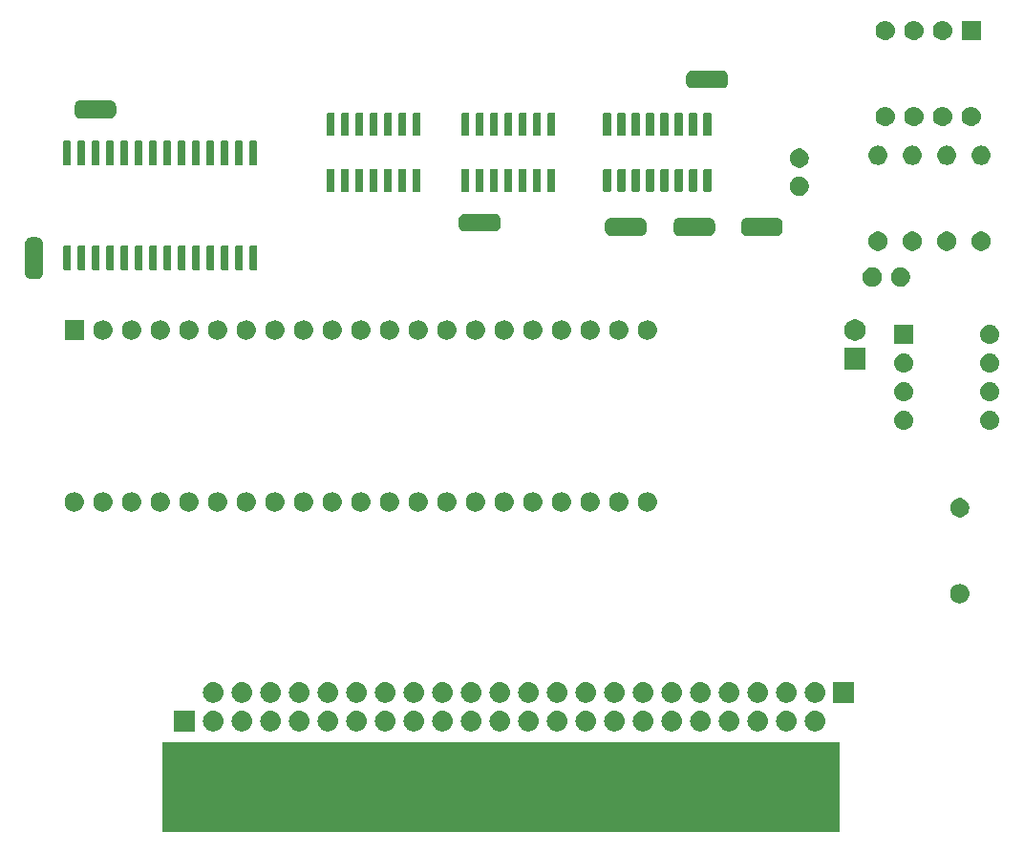
<source format=gbr>
G04 #@! TF.GenerationSoftware,KiCad,Pcbnew,(5.1.4)-1*
G04 #@! TF.CreationDate,2021-02-24T15:32:15-03:00*
G04 #@! TF.ProjectId,snes_feram,736e6573-5f66-4657-9261-6d2e6b696361,rev?*
G04 #@! TF.SameCoordinates,Original*
G04 #@! TF.FileFunction,Soldermask,Top*
G04 #@! TF.FilePolarity,Negative*
%FSLAX46Y46*%
G04 Gerber Fmt 4.6, Leading zero omitted, Abs format (unit mm)*
G04 Created by KiCad (PCBNEW (5.1.4)-1) date 2021-02-24 15:32:15*
%MOMM*%
%LPD*%
G04 APERTURE LIST*
%ADD10C,0.100000*%
G04 APERTURE END LIST*
D10*
G36*
X167888920Y-105592880D02*
G01*
X107889040Y-105592880D01*
X107889040Y-97591880D01*
X167888920Y-97591880D01*
X167888920Y-105592880D01*
X167888920Y-105592880D01*
G37*
G36*
X137905443Y-94863519D02*
G01*
X137971627Y-94870037D01*
X138141466Y-94921557D01*
X138297991Y-95005222D01*
X138333729Y-95034552D01*
X138435186Y-95117814D01*
X138518448Y-95219271D01*
X138547778Y-95255009D01*
X138631443Y-95411534D01*
X138682963Y-95581373D01*
X138700359Y-95758000D01*
X138682963Y-95934627D01*
X138631443Y-96104466D01*
X138547778Y-96260991D01*
X138518448Y-96296729D01*
X138435186Y-96398186D01*
X138333729Y-96481448D01*
X138297991Y-96510778D01*
X138141466Y-96594443D01*
X137971627Y-96645963D01*
X137905443Y-96652481D01*
X137839260Y-96659000D01*
X137750740Y-96659000D01*
X137684558Y-96652482D01*
X137618373Y-96645963D01*
X137448534Y-96594443D01*
X137292009Y-96510778D01*
X137256271Y-96481448D01*
X137154814Y-96398186D01*
X137071552Y-96296729D01*
X137042222Y-96260991D01*
X136958557Y-96104466D01*
X136907037Y-95934627D01*
X136889641Y-95758000D01*
X136907037Y-95581373D01*
X136958557Y-95411534D01*
X137042222Y-95255009D01*
X137071552Y-95219271D01*
X137154814Y-95117814D01*
X137256271Y-95034552D01*
X137292009Y-95005222D01*
X137448534Y-94921557D01*
X137618373Y-94870037D01*
X137684558Y-94863518D01*
X137750740Y-94857000D01*
X137839260Y-94857000D01*
X137905443Y-94863519D01*
X137905443Y-94863519D01*
G37*
G36*
X110756000Y-96659000D02*
G01*
X108954000Y-96659000D01*
X108954000Y-94857000D01*
X110756000Y-94857000D01*
X110756000Y-96659000D01*
X110756000Y-96659000D01*
G37*
G36*
X112505443Y-94863519D02*
G01*
X112571627Y-94870037D01*
X112741466Y-94921557D01*
X112897991Y-95005222D01*
X112933729Y-95034552D01*
X113035186Y-95117814D01*
X113118448Y-95219271D01*
X113147778Y-95255009D01*
X113231443Y-95411534D01*
X113282963Y-95581373D01*
X113300359Y-95758000D01*
X113282963Y-95934627D01*
X113231443Y-96104466D01*
X113147778Y-96260991D01*
X113118448Y-96296729D01*
X113035186Y-96398186D01*
X112933729Y-96481448D01*
X112897991Y-96510778D01*
X112741466Y-96594443D01*
X112571627Y-96645963D01*
X112505443Y-96652481D01*
X112439260Y-96659000D01*
X112350740Y-96659000D01*
X112284558Y-96652482D01*
X112218373Y-96645963D01*
X112048534Y-96594443D01*
X111892009Y-96510778D01*
X111856271Y-96481448D01*
X111754814Y-96398186D01*
X111671552Y-96296729D01*
X111642222Y-96260991D01*
X111558557Y-96104466D01*
X111507037Y-95934627D01*
X111489641Y-95758000D01*
X111507037Y-95581373D01*
X111558557Y-95411534D01*
X111642222Y-95255009D01*
X111671552Y-95219271D01*
X111754814Y-95117814D01*
X111856271Y-95034552D01*
X111892009Y-95005222D01*
X112048534Y-94921557D01*
X112218373Y-94870037D01*
X112284558Y-94863518D01*
X112350740Y-94857000D01*
X112439260Y-94857000D01*
X112505443Y-94863519D01*
X112505443Y-94863519D01*
G37*
G36*
X115045443Y-94863519D02*
G01*
X115111627Y-94870037D01*
X115281466Y-94921557D01*
X115437991Y-95005222D01*
X115473729Y-95034552D01*
X115575186Y-95117814D01*
X115658448Y-95219271D01*
X115687778Y-95255009D01*
X115771443Y-95411534D01*
X115822963Y-95581373D01*
X115840359Y-95758000D01*
X115822963Y-95934627D01*
X115771443Y-96104466D01*
X115687778Y-96260991D01*
X115658448Y-96296729D01*
X115575186Y-96398186D01*
X115473729Y-96481448D01*
X115437991Y-96510778D01*
X115281466Y-96594443D01*
X115111627Y-96645963D01*
X115045443Y-96652481D01*
X114979260Y-96659000D01*
X114890740Y-96659000D01*
X114824558Y-96652482D01*
X114758373Y-96645963D01*
X114588534Y-96594443D01*
X114432009Y-96510778D01*
X114396271Y-96481448D01*
X114294814Y-96398186D01*
X114211552Y-96296729D01*
X114182222Y-96260991D01*
X114098557Y-96104466D01*
X114047037Y-95934627D01*
X114029641Y-95758000D01*
X114047037Y-95581373D01*
X114098557Y-95411534D01*
X114182222Y-95255009D01*
X114211552Y-95219271D01*
X114294814Y-95117814D01*
X114396271Y-95034552D01*
X114432009Y-95005222D01*
X114588534Y-94921557D01*
X114758373Y-94870037D01*
X114824558Y-94863518D01*
X114890740Y-94857000D01*
X114979260Y-94857000D01*
X115045443Y-94863519D01*
X115045443Y-94863519D01*
G37*
G36*
X117585443Y-94863519D02*
G01*
X117651627Y-94870037D01*
X117821466Y-94921557D01*
X117977991Y-95005222D01*
X118013729Y-95034552D01*
X118115186Y-95117814D01*
X118198448Y-95219271D01*
X118227778Y-95255009D01*
X118311443Y-95411534D01*
X118362963Y-95581373D01*
X118380359Y-95758000D01*
X118362963Y-95934627D01*
X118311443Y-96104466D01*
X118227778Y-96260991D01*
X118198448Y-96296729D01*
X118115186Y-96398186D01*
X118013729Y-96481448D01*
X117977991Y-96510778D01*
X117821466Y-96594443D01*
X117651627Y-96645963D01*
X117585443Y-96652481D01*
X117519260Y-96659000D01*
X117430740Y-96659000D01*
X117364558Y-96652482D01*
X117298373Y-96645963D01*
X117128534Y-96594443D01*
X116972009Y-96510778D01*
X116936271Y-96481448D01*
X116834814Y-96398186D01*
X116751552Y-96296729D01*
X116722222Y-96260991D01*
X116638557Y-96104466D01*
X116587037Y-95934627D01*
X116569641Y-95758000D01*
X116587037Y-95581373D01*
X116638557Y-95411534D01*
X116722222Y-95255009D01*
X116751552Y-95219271D01*
X116834814Y-95117814D01*
X116936271Y-95034552D01*
X116972009Y-95005222D01*
X117128534Y-94921557D01*
X117298373Y-94870037D01*
X117364558Y-94863518D01*
X117430740Y-94857000D01*
X117519260Y-94857000D01*
X117585443Y-94863519D01*
X117585443Y-94863519D01*
G37*
G36*
X120125443Y-94863519D02*
G01*
X120191627Y-94870037D01*
X120361466Y-94921557D01*
X120517991Y-95005222D01*
X120553729Y-95034552D01*
X120655186Y-95117814D01*
X120738448Y-95219271D01*
X120767778Y-95255009D01*
X120851443Y-95411534D01*
X120902963Y-95581373D01*
X120920359Y-95758000D01*
X120902963Y-95934627D01*
X120851443Y-96104466D01*
X120767778Y-96260991D01*
X120738448Y-96296729D01*
X120655186Y-96398186D01*
X120553729Y-96481448D01*
X120517991Y-96510778D01*
X120361466Y-96594443D01*
X120191627Y-96645963D01*
X120125443Y-96652481D01*
X120059260Y-96659000D01*
X119970740Y-96659000D01*
X119904558Y-96652482D01*
X119838373Y-96645963D01*
X119668534Y-96594443D01*
X119512009Y-96510778D01*
X119476271Y-96481448D01*
X119374814Y-96398186D01*
X119291552Y-96296729D01*
X119262222Y-96260991D01*
X119178557Y-96104466D01*
X119127037Y-95934627D01*
X119109641Y-95758000D01*
X119127037Y-95581373D01*
X119178557Y-95411534D01*
X119262222Y-95255009D01*
X119291552Y-95219271D01*
X119374814Y-95117814D01*
X119476271Y-95034552D01*
X119512009Y-95005222D01*
X119668534Y-94921557D01*
X119838373Y-94870037D01*
X119904558Y-94863518D01*
X119970740Y-94857000D01*
X120059260Y-94857000D01*
X120125443Y-94863519D01*
X120125443Y-94863519D01*
G37*
G36*
X122665443Y-94863519D02*
G01*
X122731627Y-94870037D01*
X122901466Y-94921557D01*
X123057991Y-95005222D01*
X123093729Y-95034552D01*
X123195186Y-95117814D01*
X123278448Y-95219271D01*
X123307778Y-95255009D01*
X123391443Y-95411534D01*
X123442963Y-95581373D01*
X123460359Y-95758000D01*
X123442963Y-95934627D01*
X123391443Y-96104466D01*
X123307778Y-96260991D01*
X123278448Y-96296729D01*
X123195186Y-96398186D01*
X123093729Y-96481448D01*
X123057991Y-96510778D01*
X122901466Y-96594443D01*
X122731627Y-96645963D01*
X122665443Y-96652481D01*
X122599260Y-96659000D01*
X122510740Y-96659000D01*
X122444558Y-96652482D01*
X122378373Y-96645963D01*
X122208534Y-96594443D01*
X122052009Y-96510778D01*
X122016271Y-96481448D01*
X121914814Y-96398186D01*
X121831552Y-96296729D01*
X121802222Y-96260991D01*
X121718557Y-96104466D01*
X121667037Y-95934627D01*
X121649641Y-95758000D01*
X121667037Y-95581373D01*
X121718557Y-95411534D01*
X121802222Y-95255009D01*
X121831552Y-95219271D01*
X121914814Y-95117814D01*
X122016271Y-95034552D01*
X122052009Y-95005222D01*
X122208534Y-94921557D01*
X122378373Y-94870037D01*
X122444558Y-94863518D01*
X122510740Y-94857000D01*
X122599260Y-94857000D01*
X122665443Y-94863519D01*
X122665443Y-94863519D01*
G37*
G36*
X125205443Y-94863519D02*
G01*
X125271627Y-94870037D01*
X125441466Y-94921557D01*
X125597991Y-95005222D01*
X125633729Y-95034552D01*
X125735186Y-95117814D01*
X125818448Y-95219271D01*
X125847778Y-95255009D01*
X125931443Y-95411534D01*
X125982963Y-95581373D01*
X126000359Y-95758000D01*
X125982963Y-95934627D01*
X125931443Y-96104466D01*
X125847778Y-96260991D01*
X125818448Y-96296729D01*
X125735186Y-96398186D01*
X125633729Y-96481448D01*
X125597991Y-96510778D01*
X125441466Y-96594443D01*
X125271627Y-96645963D01*
X125205443Y-96652481D01*
X125139260Y-96659000D01*
X125050740Y-96659000D01*
X124984558Y-96652482D01*
X124918373Y-96645963D01*
X124748534Y-96594443D01*
X124592009Y-96510778D01*
X124556271Y-96481448D01*
X124454814Y-96398186D01*
X124371552Y-96296729D01*
X124342222Y-96260991D01*
X124258557Y-96104466D01*
X124207037Y-95934627D01*
X124189641Y-95758000D01*
X124207037Y-95581373D01*
X124258557Y-95411534D01*
X124342222Y-95255009D01*
X124371552Y-95219271D01*
X124454814Y-95117814D01*
X124556271Y-95034552D01*
X124592009Y-95005222D01*
X124748534Y-94921557D01*
X124918373Y-94870037D01*
X124984558Y-94863518D01*
X125050740Y-94857000D01*
X125139260Y-94857000D01*
X125205443Y-94863519D01*
X125205443Y-94863519D01*
G37*
G36*
X127745443Y-94863519D02*
G01*
X127811627Y-94870037D01*
X127981466Y-94921557D01*
X128137991Y-95005222D01*
X128173729Y-95034552D01*
X128275186Y-95117814D01*
X128358448Y-95219271D01*
X128387778Y-95255009D01*
X128471443Y-95411534D01*
X128522963Y-95581373D01*
X128540359Y-95758000D01*
X128522963Y-95934627D01*
X128471443Y-96104466D01*
X128387778Y-96260991D01*
X128358448Y-96296729D01*
X128275186Y-96398186D01*
X128173729Y-96481448D01*
X128137991Y-96510778D01*
X127981466Y-96594443D01*
X127811627Y-96645963D01*
X127745443Y-96652481D01*
X127679260Y-96659000D01*
X127590740Y-96659000D01*
X127524558Y-96652482D01*
X127458373Y-96645963D01*
X127288534Y-96594443D01*
X127132009Y-96510778D01*
X127096271Y-96481448D01*
X126994814Y-96398186D01*
X126911552Y-96296729D01*
X126882222Y-96260991D01*
X126798557Y-96104466D01*
X126747037Y-95934627D01*
X126729641Y-95758000D01*
X126747037Y-95581373D01*
X126798557Y-95411534D01*
X126882222Y-95255009D01*
X126911552Y-95219271D01*
X126994814Y-95117814D01*
X127096271Y-95034552D01*
X127132009Y-95005222D01*
X127288534Y-94921557D01*
X127458373Y-94870037D01*
X127524558Y-94863518D01*
X127590740Y-94857000D01*
X127679260Y-94857000D01*
X127745443Y-94863519D01*
X127745443Y-94863519D01*
G37*
G36*
X130285443Y-94863519D02*
G01*
X130351627Y-94870037D01*
X130521466Y-94921557D01*
X130677991Y-95005222D01*
X130713729Y-95034552D01*
X130815186Y-95117814D01*
X130898448Y-95219271D01*
X130927778Y-95255009D01*
X131011443Y-95411534D01*
X131062963Y-95581373D01*
X131080359Y-95758000D01*
X131062963Y-95934627D01*
X131011443Y-96104466D01*
X130927778Y-96260991D01*
X130898448Y-96296729D01*
X130815186Y-96398186D01*
X130713729Y-96481448D01*
X130677991Y-96510778D01*
X130521466Y-96594443D01*
X130351627Y-96645963D01*
X130285443Y-96652481D01*
X130219260Y-96659000D01*
X130130740Y-96659000D01*
X130064558Y-96652482D01*
X129998373Y-96645963D01*
X129828534Y-96594443D01*
X129672009Y-96510778D01*
X129636271Y-96481448D01*
X129534814Y-96398186D01*
X129451552Y-96296729D01*
X129422222Y-96260991D01*
X129338557Y-96104466D01*
X129287037Y-95934627D01*
X129269641Y-95758000D01*
X129287037Y-95581373D01*
X129338557Y-95411534D01*
X129422222Y-95255009D01*
X129451552Y-95219271D01*
X129534814Y-95117814D01*
X129636271Y-95034552D01*
X129672009Y-95005222D01*
X129828534Y-94921557D01*
X129998373Y-94870037D01*
X130064558Y-94863518D01*
X130130740Y-94857000D01*
X130219260Y-94857000D01*
X130285443Y-94863519D01*
X130285443Y-94863519D01*
G37*
G36*
X132825443Y-94863519D02*
G01*
X132891627Y-94870037D01*
X133061466Y-94921557D01*
X133217991Y-95005222D01*
X133253729Y-95034552D01*
X133355186Y-95117814D01*
X133438448Y-95219271D01*
X133467778Y-95255009D01*
X133551443Y-95411534D01*
X133602963Y-95581373D01*
X133620359Y-95758000D01*
X133602963Y-95934627D01*
X133551443Y-96104466D01*
X133467778Y-96260991D01*
X133438448Y-96296729D01*
X133355186Y-96398186D01*
X133253729Y-96481448D01*
X133217991Y-96510778D01*
X133061466Y-96594443D01*
X132891627Y-96645963D01*
X132825443Y-96652481D01*
X132759260Y-96659000D01*
X132670740Y-96659000D01*
X132604558Y-96652482D01*
X132538373Y-96645963D01*
X132368534Y-96594443D01*
X132212009Y-96510778D01*
X132176271Y-96481448D01*
X132074814Y-96398186D01*
X131991552Y-96296729D01*
X131962222Y-96260991D01*
X131878557Y-96104466D01*
X131827037Y-95934627D01*
X131809641Y-95758000D01*
X131827037Y-95581373D01*
X131878557Y-95411534D01*
X131962222Y-95255009D01*
X131991552Y-95219271D01*
X132074814Y-95117814D01*
X132176271Y-95034552D01*
X132212009Y-95005222D01*
X132368534Y-94921557D01*
X132538373Y-94870037D01*
X132604558Y-94863518D01*
X132670740Y-94857000D01*
X132759260Y-94857000D01*
X132825443Y-94863519D01*
X132825443Y-94863519D01*
G37*
G36*
X135365443Y-94863519D02*
G01*
X135431627Y-94870037D01*
X135601466Y-94921557D01*
X135757991Y-95005222D01*
X135793729Y-95034552D01*
X135895186Y-95117814D01*
X135978448Y-95219271D01*
X136007778Y-95255009D01*
X136091443Y-95411534D01*
X136142963Y-95581373D01*
X136160359Y-95758000D01*
X136142963Y-95934627D01*
X136091443Y-96104466D01*
X136007778Y-96260991D01*
X135978448Y-96296729D01*
X135895186Y-96398186D01*
X135793729Y-96481448D01*
X135757991Y-96510778D01*
X135601466Y-96594443D01*
X135431627Y-96645963D01*
X135365443Y-96652481D01*
X135299260Y-96659000D01*
X135210740Y-96659000D01*
X135144558Y-96652482D01*
X135078373Y-96645963D01*
X134908534Y-96594443D01*
X134752009Y-96510778D01*
X134716271Y-96481448D01*
X134614814Y-96398186D01*
X134531552Y-96296729D01*
X134502222Y-96260991D01*
X134418557Y-96104466D01*
X134367037Y-95934627D01*
X134349641Y-95758000D01*
X134367037Y-95581373D01*
X134418557Y-95411534D01*
X134502222Y-95255009D01*
X134531552Y-95219271D01*
X134614814Y-95117814D01*
X134716271Y-95034552D01*
X134752009Y-95005222D01*
X134908534Y-94921557D01*
X135078373Y-94870037D01*
X135144558Y-94863518D01*
X135210740Y-94857000D01*
X135299260Y-94857000D01*
X135365443Y-94863519D01*
X135365443Y-94863519D01*
G37*
G36*
X142985443Y-94863519D02*
G01*
X143051627Y-94870037D01*
X143221466Y-94921557D01*
X143377991Y-95005222D01*
X143413729Y-95034552D01*
X143515186Y-95117814D01*
X143598448Y-95219271D01*
X143627778Y-95255009D01*
X143711443Y-95411534D01*
X143762963Y-95581373D01*
X143780359Y-95758000D01*
X143762963Y-95934627D01*
X143711443Y-96104466D01*
X143627778Y-96260991D01*
X143598448Y-96296729D01*
X143515186Y-96398186D01*
X143413729Y-96481448D01*
X143377991Y-96510778D01*
X143221466Y-96594443D01*
X143051627Y-96645963D01*
X142985443Y-96652481D01*
X142919260Y-96659000D01*
X142830740Y-96659000D01*
X142764558Y-96652482D01*
X142698373Y-96645963D01*
X142528534Y-96594443D01*
X142372009Y-96510778D01*
X142336271Y-96481448D01*
X142234814Y-96398186D01*
X142151552Y-96296729D01*
X142122222Y-96260991D01*
X142038557Y-96104466D01*
X141987037Y-95934627D01*
X141969641Y-95758000D01*
X141987037Y-95581373D01*
X142038557Y-95411534D01*
X142122222Y-95255009D01*
X142151552Y-95219271D01*
X142234814Y-95117814D01*
X142336271Y-95034552D01*
X142372009Y-95005222D01*
X142528534Y-94921557D01*
X142698373Y-94870037D01*
X142764558Y-94863518D01*
X142830740Y-94857000D01*
X142919260Y-94857000D01*
X142985443Y-94863519D01*
X142985443Y-94863519D01*
G37*
G36*
X140445443Y-94863519D02*
G01*
X140511627Y-94870037D01*
X140681466Y-94921557D01*
X140837991Y-95005222D01*
X140873729Y-95034552D01*
X140975186Y-95117814D01*
X141058448Y-95219271D01*
X141087778Y-95255009D01*
X141171443Y-95411534D01*
X141222963Y-95581373D01*
X141240359Y-95758000D01*
X141222963Y-95934627D01*
X141171443Y-96104466D01*
X141087778Y-96260991D01*
X141058448Y-96296729D01*
X140975186Y-96398186D01*
X140873729Y-96481448D01*
X140837991Y-96510778D01*
X140681466Y-96594443D01*
X140511627Y-96645963D01*
X140445443Y-96652481D01*
X140379260Y-96659000D01*
X140290740Y-96659000D01*
X140224558Y-96652482D01*
X140158373Y-96645963D01*
X139988534Y-96594443D01*
X139832009Y-96510778D01*
X139796271Y-96481448D01*
X139694814Y-96398186D01*
X139611552Y-96296729D01*
X139582222Y-96260991D01*
X139498557Y-96104466D01*
X139447037Y-95934627D01*
X139429641Y-95758000D01*
X139447037Y-95581373D01*
X139498557Y-95411534D01*
X139582222Y-95255009D01*
X139611552Y-95219271D01*
X139694814Y-95117814D01*
X139796271Y-95034552D01*
X139832009Y-95005222D01*
X139988534Y-94921557D01*
X140158373Y-94870037D01*
X140224558Y-94863518D01*
X140290740Y-94857000D01*
X140379260Y-94857000D01*
X140445443Y-94863519D01*
X140445443Y-94863519D01*
G37*
G36*
X165845443Y-94863519D02*
G01*
X165911627Y-94870037D01*
X166081466Y-94921557D01*
X166237991Y-95005222D01*
X166273729Y-95034552D01*
X166375186Y-95117814D01*
X166458448Y-95219271D01*
X166487778Y-95255009D01*
X166571443Y-95411534D01*
X166622963Y-95581373D01*
X166640359Y-95758000D01*
X166622963Y-95934627D01*
X166571443Y-96104466D01*
X166487778Y-96260991D01*
X166458448Y-96296729D01*
X166375186Y-96398186D01*
X166273729Y-96481448D01*
X166237991Y-96510778D01*
X166081466Y-96594443D01*
X165911627Y-96645963D01*
X165845443Y-96652481D01*
X165779260Y-96659000D01*
X165690740Y-96659000D01*
X165624558Y-96652482D01*
X165558373Y-96645963D01*
X165388534Y-96594443D01*
X165232009Y-96510778D01*
X165196271Y-96481448D01*
X165094814Y-96398186D01*
X165011552Y-96296729D01*
X164982222Y-96260991D01*
X164898557Y-96104466D01*
X164847037Y-95934627D01*
X164829641Y-95758000D01*
X164847037Y-95581373D01*
X164898557Y-95411534D01*
X164982222Y-95255009D01*
X165011552Y-95219271D01*
X165094814Y-95117814D01*
X165196271Y-95034552D01*
X165232009Y-95005222D01*
X165388534Y-94921557D01*
X165558373Y-94870037D01*
X165624558Y-94863518D01*
X165690740Y-94857000D01*
X165779260Y-94857000D01*
X165845443Y-94863519D01*
X165845443Y-94863519D01*
G37*
G36*
X163305443Y-94863519D02*
G01*
X163371627Y-94870037D01*
X163541466Y-94921557D01*
X163697991Y-95005222D01*
X163733729Y-95034552D01*
X163835186Y-95117814D01*
X163918448Y-95219271D01*
X163947778Y-95255009D01*
X164031443Y-95411534D01*
X164082963Y-95581373D01*
X164100359Y-95758000D01*
X164082963Y-95934627D01*
X164031443Y-96104466D01*
X163947778Y-96260991D01*
X163918448Y-96296729D01*
X163835186Y-96398186D01*
X163733729Y-96481448D01*
X163697991Y-96510778D01*
X163541466Y-96594443D01*
X163371627Y-96645963D01*
X163305443Y-96652481D01*
X163239260Y-96659000D01*
X163150740Y-96659000D01*
X163084558Y-96652482D01*
X163018373Y-96645963D01*
X162848534Y-96594443D01*
X162692009Y-96510778D01*
X162656271Y-96481448D01*
X162554814Y-96398186D01*
X162471552Y-96296729D01*
X162442222Y-96260991D01*
X162358557Y-96104466D01*
X162307037Y-95934627D01*
X162289641Y-95758000D01*
X162307037Y-95581373D01*
X162358557Y-95411534D01*
X162442222Y-95255009D01*
X162471552Y-95219271D01*
X162554814Y-95117814D01*
X162656271Y-95034552D01*
X162692009Y-95005222D01*
X162848534Y-94921557D01*
X163018373Y-94870037D01*
X163084558Y-94863518D01*
X163150740Y-94857000D01*
X163239260Y-94857000D01*
X163305443Y-94863519D01*
X163305443Y-94863519D01*
G37*
G36*
X160765443Y-94863519D02*
G01*
X160831627Y-94870037D01*
X161001466Y-94921557D01*
X161157991Y-95005222D01*
X161193729Y-95034552D01*
X161295186Y-95117814D01*
X161378448Y-95219271D01*
X161407778Y-95255009D01*
X161491443Y-95411534D01*
X161542963Y-95581373D01*
X161560359Y-95758000D01*
X161542963Y-95934627D01*
X161491443Y-96104466D01*
X161407778Y-96260991D01*
X161378448Y-96296729D01*
X161295186Y-96398186D01*
X161193729Y-96481448D01*
X161157991Y-96510778D01*
X161001466Y-96594443D01*
X160831627Y-96645963D01*
X160765443Y-96652481D01*
X160699260Y-96659000D01*
X160610740Y-96659000D01*
X160544558Y-96652482D01*
X160478373Y-96645963D01*
X160308534Y-96594443D01*
X160152009Y-96510778D01*
X160116271Y-96481448D01*
X160014814Y-96398186D01*
X159931552Y-96296729D01*
X159902222Y-96260991D01*
X159818557Y-96104466D01*
X159767037Y-95934627D01*
X159749641Y-95758000D01*
X159767037Y-95581373D01*
X159818557Y-95411534D01*
X159902222Y-95255009D01*
X159931552Y-95219271D01*
X160014814Y-95117814D01*
X160116271Y-95034552D01*
X160152009Y-95005222D01*
X160308534Y-94921557D01*
X160478373Y-94870037D01*
X160544558Y-94863518D01*
X160610740Y-94857000D01*
X160699260Y-94857000D01*
X160765443Y-94863519D01*
X160765443Y-94863519D01*
G37*
G36*
X158225443Y-94863519D02*
G01*
X158291627Y-94870037D01*
X158461466Y-94921557D01*
X158617991Y-95005222D01*
X158653729Y-95034552D01*
X158755186Y-95117814D01*
X158838448Y-95219271D01*
X158867778Y-95255009D01*
X158951443Y-95411534D01*
X159002963Y-95581373D01*
X159020359Y-95758000D01*
X159002963Y-95934627D01*
X158951443Y-96104466D01*
X158867778Y-96260991D01*
X158838448Y-96296729D01*
X158755186Y-96398186D01*
X158653729Y-96481448D01*
X158617991Y-96510778D01*
X158461466Y-96594443D01*
X158291627Y-96645963D01*
X158225443Y-96652481D01*
X158159260Y-96659000D01*
X158070740Y-96659000D01*
X158004558Y-96652482D01*
X157938373Y-96645963D01*
X157768534Y-96594443D01*
X157612009Y-96510778D01*
X157576271Y-96481448D01*
X157474814Y-96398186D01*
X157391552Y-96296729D01*
X157362222Y-96260991D01*
X157278557Y-96104466D01*
X157227037Y-95934627D01*
X157209641Y-95758000D01*
X157227037Y-95581373D01*
X157278557Y-95411534D01*
X157362222Y-95255009D01*
X157391552Y-95219271D01*
X157474814Y-95117814D01*
X157576271Y-95034552D01*
X157612009Y-95005222D01*
X157768534Y-94921557D01*
X157938373Y-94870037D01*
X158004558Y-94863518D01*
X158070740Y-94857000D01*
X158159260Y-94857000D01*
X158225443Y-94863519D01*
X158225443Y-94863519D01*
G37*
G36*
X155685443Y-94863519D02*
G01*
X155751627Y-94870037D01*
X155921466Y-94921557D01*
X156077991Y-95005222D01*
X156113729Y-95034552D01*
X156215186Y-95117814D01*
X156298448Y-95219271D01*
X156327778Y-95255009D01*
X156411443Y-95411534D01*
X156462963Y-95581373D01*
X156480359Y-95758000D01*
X156462963Y-95934627D01*
X156411443Y-96104466D01*
X156327778Y-96260991D01*
X156298448Y-96296729D01*
X156215186Y-96398186D01*
X156113729Y-96481448D01*
X156077991Y-96510778D01*
X155921466Y-96594443D01*
X155751627Y-96645963D01*
X155685443Y-96652481D01*
X155619260Y-96659000D01*
X155530740Y-96659000D01*
X155464558Y-96652482D01*
X155398373Y-96645963D01*
X155228534Y-96594443D01*
X155072009Y-96510778D01*
X155036271Y-96481448D01*
X154934814Y-96398186D01*
X154851552Y-96296729D01*
X154822222Y-96260991D01*
X154738557Y-96104466D01*
X154687037Y-95934627D01*
X154669641Y-95758000D01*
X154687037Y-95581373D01*
X154738557Y-95411534D01*
X154822222Y-95255009D01*
X154851552Y-95219271D01*
X154934814Y-95117814D01*
X155036271Y-95034552D01*
X155072009Y-95005222D01*
X155228534Y-94921557D01*
X155398373Y-94870037D01*
X155464558Y-94863518D01*
X155530740Y-94857000D01*
X155619260Y-94857000D01*
X155685443Y-94863519D01*
X155685443Y-94863519D01*
G37*
G36*
X153145443Y-94863519D02*
G01*
X153211627Y-94870037D01*
X153381466Y-94921557D01*
X153537991Y-95005222D01*
X153573729Y-95034552D01*
X153675186Y-95117814D01*
X153758448Y-95219271D01*
X153787778Y-95255009D01*
X153871443Y-95411534D01*
X153922963Y-95581373D01*
X153940359Y-95758000D01*
X153922963Y-95934627D01*
X153871443Y-96104466D01*
X153787778Y-96260991D01*
X153758448Y-96296729D01*
X153675186Y-96398186D01*
X153573729Y-96481448D01*
X153537991Y-96510778D01*
X153381466Y-96594443D01*
X153211627Y-96645963D01*
X153145443Y-96652481D01*
X153079260Y-96659000D01*
X152990740Y-96659000D01*
X152924558Y-96652482D01*
X152858373Y-96645963D01*
X152688534Y-96594443D01*
X152532009Y-96510778D01*
X152496271Y-96481448D01*
X152394814Y-96398186D01*
X152311552Y-96296729D01*
X152282222Y-96260991D01*
X152198557Y-96104466D01*
X152147037Y-95934627D01*
X152129641Y-95758000D01*
X152147037Y-95581373D01*
X152198557Y-95411534D01*
X152282222Y-95255009D01*
X152311552Y-95219271D01*
X152394814Y-95117814D01*
X152496271Y-95034552D01*
X152532009Y-95005222D01*
X152688534Y-94921557D01*
X152858373Y-94870037D01*
X152924558Y-94863518D01*
X152990740Y-94857000D01*
X153079260Y-94857000D01*
X153145443Y-94863519D01*
X153145443Y-94863519D01*
G37*
G36*
X150605443Y-94863519D02*
G01*
X150671627Y-94870037D01*
X150841466Y-94921557D01*
X150997991Y-95005222D01*
X151033729Y-95034552D01*
X151135186Y-95117814D01*
X151218448Y-95219271D01*
X151247778Y-95255009D01*
X151331443Y-95411534D01*
X151382963Y-95581373D01*
X151400359Y-95758000D01*
X151382963Y-95934627D01*
X151331443Y-96104466D01*
X151247778Y-96260991D01*
X151218448Y-96296729D01*
X151135186Y-96398186D01*
X151033729Y-96481448D01*
X150997991Y-96510778D01*
X150841466Y-96594443D01*
X150671627Y-96645963D01*
X150605443Y-96652481D01*
X150539260Y-96659000D01*
X150450740Y-96659000D01*
X150384558Y-96652482D01*
X150318373Y-96645963D01*
X150148534Y-96594443D01*
X149992009Y-96510778D01*
X149956271Y-96481448D01*
X149854814Y-96398186D01*
X149771552Y-96296729D01*
X149742222Y-96260991D01*
X149658557Y-96104466D01*
X149607037Y-95934627D01*
X149589641Y-95758000D01*
X149607037Y-95581373D01*
X149658557Y-95411534D01*
X149742222Y-95255009D01*
X149771552Y-95219271D01*
X149854814Y-95117814D01*
X149956271Y-95034552D01*
X149992009Y-95005222D01*
X150148534Y-94921557D01*
X150318373Y-94870037D01*
X150384558Y-94863518D01*
X150450740Y-94857000D01*
X150539260Y-94857000D01*
X150605443Y-94863519D01*
X150605443Y-94863519D01*
G37*
G36*
X148065443Y-94863519D02*
G01*
X148131627Y-94870037D01*
X148301466Y-94921557D01*
X148457991Y-95005222D01*
X148493729Y-95034552D01*
X148595186Y-95117814D01*
X148678448Y-95219271D01*
X148707778Y-95255009D01*
X148791443Y-95411534D01*
X148842963Y-95581373D01*
X148860359Y-95758000D01*
X148842963Y-95934627D01*
X148791443Y-96104466D01*
X148707778Y-96260991D01*
X148678448Y-96296729D01*
X148595186Y-96398186D01*
X148493729Y-96481448D01*
X148457991Y-96510778D01*
X148301466Y-96594443D01*
X148131627Y-96645963D01*
X148065443Y-96652481D01*
X147999260Y-96659000D01*
X147910740Y-96659000D01*
X147844558Y-96652482D01*
X147778373Y-96645963D01*
X147608534Y-96594443D01*
X147452009Y-96510778D01*
X147416271Y-96481448D01*
X147314814Y-96398186D01*
X147231552Y-96296729D01*
X147202222Y-96260991D01*
X147118557Y-96104466D01*
X147067037Y-95934627D01*
X147049641Y-95758000D01*
X147067037Y-95581373D01*
X147118557Y-95411534D01*
X147202222Y-95255009D01*
X147231552Y-95219271D01*
X147314814Y-95117814D01*
X147416271Y-95034552D01*
X147452009Y-95005222D01*
X147608534Y-94921557D01*
X147778373Y-94870037D01*
X147844558Y-94863518D01*
X147910740Y-94857000D01*
X147999260Y-94857000D01*
X148065443Y-94863519D01*
X148065443Y-94863519D01*
G37*
G36*
X145525443Y-94863519D02*
G01*
X145591627Y-94870037D01*
X145761466Y-94921557D01*
X145917991Y-95005222D01*
X145953729Y-95034552D01*
X146055186Y-95117814D01*
X146138448Y-95219271D01*
X146167778Y-95255009D01*
X146251443Y-95411534D01*
X146302963Y-95581373D01*
X146320359Y-95758000D01*
X146302963Y-95934627D01*
X146251443Y-96104466D01*
X146167778Y-96260991D01*
X146138448Y-96296729D01*
X146055186Y-96398186D01*
X145953729Y-96481448D01*
X145917991Y-96510778D01*
X145761466Y-96594443D01*
X145591627Y-96645963D01*
X145525443Y-96652481D01*
X145459260Y-96659000D01*
X145370740Y-96659000D01*
X145304558Y-96652482D01*
X145238373Y-96645963D01*
X145068534Y-96594443D01*
X144912009Y-96510778D01*
X144876271Y-96481448D01*
X144774814Y-96398186D01*
X144691552Y-96296729D01*
X144662222Y-96260991D01*
X144578557Y-96104466D01*
X144527037Y-95934627D01*
X144509641Y-95758000D01*
X144527037Y-95581373D01*
X144578557Y-95411534D01*
X144662222Y-95255009D01*
X144691552Y-95219271D01*
X144774814Y-95117814D01*
X144876271Y-95034552D01*
X144912009Y-95005222D01*
X145068534Y-94921557D01*
X145238373Y-94870037D01*
X145304558Y-94863518D01*
X145370740Y-94857000D01*
X145459260Y-94857000D01*
X145525443Y-94863519D01*
X145525443Y-94863519D01*
G37*
G36*
X117585442Y-92323518D02*
G01*
X117651627Y-92330037D01*
X117821466Y-92381557D01*
X117977991Y-92465222D01*
X118013729Y-92494552D01*
X118115186Y-92577814D01*
X118198448Y-92679271D01*
X118227778Y-92715009D01*
X118311443Y-92871534D01*
X118362963Y-93041373D01*
X118380359Y-93218000D01*
X118362963Y-93394627D01*
X118311443Y-93564466D01*
X118227778Y-93720991D01*
X118198448Y-93756729D01*
X118115186Y-93858186D01*
X118013729Y-93941448D01*
X117977991Y-93970778D01*
X117821466Y-94054443D01*
X117651627Y-94105963D01*
X117585442Y-94112482D01*
X117519260Y-94119000D01*
X117430740Y-94119000D01*
X117364558Y-94112482D01*
X117298373Y-94105963D01*
X117128534Y-94054443D01*
X116972009Y-93970778D01*
X116936271Y-93941448D01*
X116834814Y-93858186D01*
X116751552Y-93756729D01*
X116722222Y-93720991D01*
X116638557Y-93564466D01*
X116587037Y-93394627D01*
X116569641Y-93218000D01*
X116587037Y-93041373D01*
X116638557Y-92871534D01*
X116722222Y-92715009D01*
X116751552Y-92679271D01*
X116834814Y-92577814D01*
X116936271Y-92494552D01*
X116972009Y-92465222D01*
X117128534Y-92381557D01*
X117298373Y-92330037D01*
X117364558Y-92323518D01*
X117430740Y-92317000D01*
X117519260Y-92317000D01*
X117585442Y-92323518D01*
X117585442Y-92323518D01*
G37*
G36*
X137905442Y-92323518D02*
G01*
X137971627Y-92330037D01*
X138141466Y-92381557D01*
X138297991Y-92465222D01*
X138333729Y-92494552D01*
X138435186Y-92577814D01*
X138518448Y-92679271D01*
X138547778Y-92715009D01*
X138631443Y-92871534D01*
X138682963Y-93041373D01*
X138700359Y-93218000D01*
X138682963Y-93394627D01*
X138631443Y-93564466D01*
X138547778Y-93720991D01*
X138518448Y-93756729D01*
X138435186Y-93858186D01*
X138333729Y-93941448D01*
X138297991Y-93970778D01*
X138141466Y-94054443D01*
X137971627Y-94105963D01*
X137905442Y-94112482D01*
X137839260Y-94119000D01*
X137750740Y-94119000D01*
X137684558Y-94112482D01*
X137618373Y-94105963D01*
X137448534Y-94054443D01*
X137292009Y-93970778D01*
X137256271Y-93941448D01*
X137154814Y-93858186D01*
X137071552Y-93756729D01*
X137042222Y-93720991D01*
X136958557Y-93564466D01*
X136907037Y-93394627D01*
X136889641Y-93218000D01*
X136907037Y-93041373D01*
X136958557Y-92871534D01*
X137042222Y-92715009D01*
X137071552Y-92679271D01*
X137154814Y-92577814D01*
X137256271Y-92494552D01*
X137292009Y-92465222D01*
X137448534Y-92381557D01*
X137618373Y-92330037D01*
X137684558Y-92323518D01*
X137750740Y-92317000D01*
X137839260Y-92317000D01*
X137905442Y-92323518D01*
X137905442Y-92323518D01*
G37*
G36*
X135365442Y-92323518D02*
G01*
X135431627Y-92330037D01*
X135601466Y-92381557D01*
X135757991Y-92465222D01*
X135793729Y-92494552D01*
X135895186Y-92577814D01*
X135978448Y-92679271D01*
X136007778Y-92715009D01*
X136091443Y-92871534D01*
X136142963Y-93041373D01*
X136160359Y-93218000D01*
X136142963Y-93394627D01*
X136091443Y-93564466D01*
X136007778Y-93720991D01*
X135978448Y-93756729D01*
X135895186Y-93858186D01*
X135793729Y-93941448D01*
X135757991Y-93970778D01*
X135601466Y-94054443D01*
X135431627Y-94105963D01*
X135365442Y-94112482D01*
X135299260Y-94119000D01*
X135210740Y-94119000D01*
X135144558Y-94112482D01*
X135078373Y-94105963D01*
X134908534Y-94054443D01*
X134752009Y-93970778D01*
X134716271Y-93941448D01*
X134614814Y-93858186D01*
X134531552Y-93756729D01*
X134502222Y-93720991D01*
X134418557Y-93564466D01*
X134367037Y-93394627D01*
X134349641Y-93218000D01*
X134367037Y-93041373D01*
X134418557Y-92871534D01*
X134502222Y-92715009D01*
X134531552Y-92679271D01*
X134614814Y-92577814D01*
X134716271Y-92494552D01*
X134752009Y-92465222D01*
X134908534Y-92381557D01*
X135078373Y-92330037D01*
X135144558Y-92323518D01*
X135210740Y-92317000D01*
X135299260Y-92317000D01*
X135365442Y-92323518D01*
X135365442Y-92323518D01*
G37*
G36*
X132825442Y-92323518D02*
G01*
X132891627Y-92330037D01*
X133061466Y-92381557D01*
X133217991Y-92465222D01*
X133253729Y-92494552D01*
X133355186Y-92577814D01*
X133438448Y-92679271D01*
X133467778Y-92715009D01*
X133551443Y-92871534D01*
X133602963Y-93041373D01*
X133620359Y-93218000D01*
X133602963Y-93394627D01*
X133551443Y-93564466D01*
X133467778Y-93720991D01*
X133438448Y-93756729D01*
X133355186Y-93858186D01*
X133253729Y-93941448D01*
X133217991Y-93970778D01*
X133061466Y-94054443D01*
X132891627Y-94105963D01*
X132825442Y-94112482D01*
X132759260Y-94119000D01*
X132670740Y-94119000D01*
X132604558Y-94112482D01*
X132538373Y-94105963D01*
X132368534Y-94054443D01*
X132212009Y-93970778D01*
X132176271Y-93941448D01*
X132074814Y-93858186D01*
X131991552Y-93756729D01*
X131962222Y-93720991D01*
X131878557Y-93564466D01*
X131827037Y-93394627D01*
X131809641Y-93218000D01*
X131827037Y-93041373D01*
X131878557Y-92871534D01*
X131962222Y-92715009D01*
X131991552Y-92679271D01*
X132074814Y-92577814D01*
X132176271Y-92494552D01*
X132212009Y-92465222D01*
X132368534Y-92381557D01*
X132538373Y-92330037D01*
X132604558Y-92323518D01*
X132670740Y-92317000D01*
X132759260Y-92317000D01*
X132825442Y-92323518D01*
X132825442Y-92323518D01*
G37*
G36*
X130285442Y-92323518D02*
G01*
X130351627Y-92330037D01*
X130521466Y-92381557D01*
X130677991Y-92465222D01*
X130713729Y-92494552D01*
X130815186Y-92577814D01*
X130898448Y-92679271D01*
X130927778Y-92715009D01*
X131011443Y-92871534D01*
X131062963Y-93041373D01*
X131080359Y-93218000D01*
X131062963Y-93394627D01*
X131011443Y-93564466D01*
X130927778Y-93720991D01*
X130898448Y-93756729D01*
X130815186Y-93858186D01*
X130713729Y-93941448D01*
X130677991Y-93970778D01*
X130521466Y-94054443D01*
X130351627Y-94105963D01*
X130285442Y-94112482D01*
X130219260Y-94119000D01*
X130130740Y-94119000D01*
X130064558Y-94112482D01*
X129998373Y-94105963D01*
X129828534Y-94054443D01*
X129672009Y-93970778D01*
X129636271Y-93941448D01*
X129534814Y-93858186D01*
X129451552Y-93756729D01*
X129422222Y-93720991D01*
X129338557Y-93564466D01*
X129287037Y-93394627D01*
X129269641Y-93218000D01*
X129287037Y-93041373D01*
X129338557Y-92871534D01*
X129422222Y-92715009D01*
X129451552Y-92679271D01*
X129534814Y-92577814D01*
X129636271Y-92494552D01*
X129672009Y-92465222D01*
X129828534Y-92381557D01*
X129998373Y-92330037D01*
X130064558Y-92323518D01*
X130130740Y-92317000D01*
X130219260Y-92317000D01*
X130285442Y-92323518D01*
X130285442Y-92323518D01*
G37*
G36*
X127745442Y-92323518D02*
G01*
X127811627Y-92330037D01*
X127981466Y-92381557D01*
X128137991Y-92465222D01*
X128173729Y-92494552D01*
X128275186Y-92577814D01*
X128358448Y-92679271D01*
X128387778Y-92715009D01*
X128471443Y-92871534D01*
X128522963Y-93041373D01*
X128540359Y-93218000D01*
X128522963Y-93394627D01*
X128471443Y-93564466D01*
X128387778Y-93720991D01*
X128358448Y-93756729D01*
X128275186Y-93858186D01*
X128173729Y-93941448D01*
X128137991Y-93970778D01*
X127981466Y-94054443D01*
X127811627Y-94105963D01*
X127745442Y-94112482D01*
X127679260Y-94119000D01*
X127590740Y-94119000D01*
X127524558Y-94112482D01*
X127458373Y-94105963D01*
X127288534Y-94054443D01*
X127132009Y-93970778D01*
X127096271Y-93941448D01*
X126994814Y-93858186D01*
X126911552Y-93756729D01*
X126882222Y-93720991D01*
X126798557Y-93564466D01*
X126747037Y-93394627D01*
X126729641Y-93218000D01*
X126747037Y-93041373D01*
X126798557Y-92871534D01*
X126882222Y-92715009D01*
X126911552Y-92679271D01*
X126994814Y-92577814D01*
X127096271Y-92494552D01*
X127132009Y-92465222D01*
X127288534Y-92381557D01*
X127458373Y-92330037D01*
X127524558Y-92323518D01*
X127590740Y-92317000D01*
X127679260Y-92317000D01*
X127745442Y-92323518D01*
X127745442Y-92323518D01*
G37*
G36*
X125205442Y-92323518D02*
G01*
X125271627Y-92330037D01*
X125441466Y-92381557D01*
X125597991Y-92465222D01*
X125633729Y-92494552D01*
X125735186Y-92577814D01*
X125818448Y-92679271D01*
X125847778Y-92715009D01*
X125931443Y-92871534D01*
X125982963Y-93041373D01*
X126000359Y-93218000D01*
X125982963Y-93394627D01*
X125931443Y-93564466D01*
X125847778Y-93720991D01*
X125818448Y-93756729D01*
X125735186Y-93858186D01*
X125633729Y-93941448D01*
X125597991Y-93970778D01*
X125441466Y-94054443D01*
X125271627Y-94105963D01*
X125205442Y-94112482D01*
X125139260Y-94119000D01*
X125050740Y-94119000D01*
X124984558Y-94112482D01*
X124918373Y-94105963D01*
X124748534Y-94054443D01*
X124592009Y-93970778D01*
X124556271Y-93941448D01*
X124454814Y-93858186D01*
X124371552Y-93756729D01*
X124342222Y-93720991D01*
X124258557Y-93564466D01*
X124207037Y-93394627D01*
X124189641Y-93218000D01*
X124207037Y-93041373D01*
X124258557Y-92871534D01*
X124342222Y-92715009D01*
X124371552Y-92679271D01*
X124454814Y-92577814D01*
X124556271Y-92494552D01*
X124592009Y-92465222D01*
X124748534Y-92381557D01*
X124918373Y-92330037D01*
X124984558Y-92323518D01*
X125050740Y-92317000D01*
X125139260Y-92317000D01*
X125205442Y-92323518D01*
X125205442Y-92323518D01*
G37*
G36*
X112505442Y-92323518D02*
G01*
X112571627Y-92330037D01*
X112741466Y-92381557D01*
X112897991Y-92465222D01*
X112933729Y-92494552D01*
X113035186Y-92577814D01*
X113118448Y-92679271D01*
X113147778Y-92715009D01*
X113231443Y-92871534D01*
X113282963Y-93041373D01*
X113300359Y-93218000D01*
X113282963Y-93394627D01*
X113231443Y-93564466D01*
X113147778Y-93720991D01*
X113118448Y-93756729D01*
X113035186Y-93858186D01*
X112933729Y-93941448D01*
X112897991Y-93970778D01*
X112741466Y-94054443D01*
X112571627Y-94105963D01*
X112505442Y-94112482D01*
X112439260Y-94119000D01*
X112350740Y-94119000D01*
X112284558Y-94112482D01*
X112218373Y-94105963D01*
X112048534Y-94054443D01*
X111892009Y-93970778D01*
X111856271Y-93941448D01*
X111754814Y-93858186D01*
X111671552Y-93756729D01*
X111642222Y-93720991D01*
X111558557Y-93564466D01*
X111507037Y-93394627D01*
X111489641Y-93218000D01*
X111507037Y-93041373D01*
X111558557Y-92871534D01*
X111642222Y-92715009D01*
X111671552Y-92679271D01*
X111754814Y-92577814D01*
X111856271Y-92494552D01*
X111892009Y-92465222D01*
X112048534Y-92381557D01*
X112218373Y-92330037D01*
X112284558Y-92323518D01*
X112350740Y-92317000D01*
X112439260Y-92317000D01*
X112505442Y-92323518D01*
X112505442Y-92323518D01*
G37*
G36*
X115045442Y-92323518D02*
G01*
X115111627Y-92330037D01*
X115281466Y-92381557D01*
X115437991Y-92465222D01*
X115473729Y-92494552D01*
X115575186Y-92577814D01*
X115658448Y-92679271D01*
X115687778Y-92715009D01*
X115771443Y-92871534D01*
X115822963Y-93041373D01*
X115840359Y-93218000D01*
X115822963Y-93394627D01*
X115771443Y-93564466D01*
X115687778Y-93720991D01*
X115658448Y-93756729D01*
X115575186Y-93858186D01*
X115473729Y-93941448D01*
X115437991Y-93970778D01*
X115281466Y-94054443D01*
X115111627Y-94105963D01*
X115045442Y-94112482D01*
X114979260Y-94119000D01*
X114890740Y-94119000D01*
X114824558Y-94112482D01*
X114758373Y-94105963D01*
X114588534Y-94054443D01*
X114432009Y-93970778D01*
X114396271Y-93941448D01*
X114294814Y-93858186D01*
X114211552Y-93756729D01*
X114182222Y-93720991D01*
X114098557Y-93564466D01*
X114047037Y-93394627D01*
X114029641Y-93218000D01*
X114047037Y-93041373D01*
X114098557Y-92871534D01*
X114182222Y-92715009D01*
X114211552Y-92679271D01*
X114294814Y-92577814D01*
X114396271Y-92494552D01*
X114432009Y-92465222D01*
X114588534Y-92381557D01*
X114758373Y-92330037D01*
X114824558Y-92323518D01*
X114890740Y-92317000D01*
X114979260Y-92317000D01*
X115045442Y-92323518D01*
X115045442Y-92323518D01*
G37*
G36*
X122665442Y-92323518D02*
G01*
X122731627Y-92330037D01*
X122901466Y-92381557D01*
X123057991Y-92465222D01*
X123093729Y-92494552D01*
X123195186Y-92577814D01*
X123278448Y-92679271D01*
X123307778Y-92715009D01*
X123391443Y-92871534D01*
X123442963Y-93041373D01*
X123460359Y-93218000D01*
X123442963Y-93394627D01*
X123391443Y-93564466D01*
X123307778Y-93720991D01*
X123278448Y-93756729D01*
X123195186Y-93858186D01*
X123093729Y-93941448D01*
X123057991Y-93970778D01*
X122901466Y-94054443D01*
X122731627Y-94105963D01*
X122665442Y-94112482D01*
X122599260Y-94119000D01*
X122510740Y-94119000D01*
X122444558Y-94112482D01*
X122378373Y-94105963D01*
X122208534Y-94054443D01*
X122052009Y-93970778D01*
X122016271Y-93941448D01*
X121914814Y-93858186D01*
X121831552Y-93756729D01*
X121802222Y-93720991D01*
X121718557Y-93564466D01*
X121667037Y-93394627D01*
X121649641Y-93218000D01*
X121667037Y-93041373D01*
X121718557Y-92871534D01*
X121802222Y-92715009D01*
X121831552Y-92679271D01*
X121914814Y-92577814D01*
X122016271Y-92494552D01*
X122052009Y-92465222D01*
X122208534Y-92381557D01*
X122378373Y-92330037D01*
X122444558Y-92323518D01*
X122510740Y-92317000D01*
X122599260Y-92317000D01*
X122665442Y-92323518D01*
X122665442Y-92323518D01*
G37*
G36*
X120125442Y-92323518D02*
G01*
X120191627Y-92330037D01*
X120361466Y-92381557D01*
X120517991Y-92465222D01*
X120553729Y-92494552D01*
X120655186Y-92577814D01*
X120738448Y-92679271D01*
X120767778Y-92715009D01*
X120851443Y-92871534D01*
X120902963Y-93041373D01*
X120920359Y-93218000D01*
X120902963Y-93394627D01*
X120851443Y-93564466D01*
X120767778Y-93720991D01*
X120738448Y-93756729D01*
X120655186Y-93858186D01*
X120553729Y-93941448D01*
X120517991Y-93970778D01*
X120361466Y-94054443D01*
X120191627Y-94105963D01*
X120125442Y-94112482D01*
X120059260Y-94119000D01*
X119970740Y-94119000D01*
X119904558Y-94112482D01*
X119838373Y-94105963D01*
X119668534Y-94054443D01*
X119512009Y-93970778D01*
X119476271Y-93941448D01*
X119374814Y-93858186D01*
X119291552Y-93756729D01*
X119262222Y-93720991D01*
X119178557Y-93564466D01*
X119127037Y-93394627D01*
X119109641Y-93218000D01*
X119127037Y-93041373D01*
X119178557Y-92871534D01*
X119262222Y-92715009D01*
X119291552Y-92679271D01*
X119374814Y-92577814D01*
X119476271Y-92494552D01*
X119512009Y-92465222D01*
X119668534Y-92381557D01*
X119838373Y-92330037D01*
X119904558Y-92323518D01*
X119970740Y-92317000D01*
X120059260Y-92317000D01*
X120125442Y-92323518D01*
X120125442Y-92323518D01*
G37*
G36*
X155685442Y-92323518D02*
G01*
X155751627Y-92330037D01*
X155921466Y-92381557D01*
X156077991Y-92465222D01*
X156113729Y-92494552D01*
X156215186Y-92577814D01*
X156298448Y-92679271D01*
X156327778Y-92715009D01*
X156411443Y-92871534D01*
X156462963Y-93041373D01*
X156480359Y-93218000D01*
X156462963Y-93394627D01*
X156411443Y-93564466D01*
X156327778Y-93720991D01*
X156298448Y-93756729D01*
X156215186Y-93858186D01*
X156113729Y-93941448D01*
X156077991Y-93970778D01*
X155921466Y-94054443D01*
X155751627Y-94105963D01*
X155685442Y-94112482D01*
X155619260Y-94119000D01*
X155530740Y-94119000D01*
X155464558Y-94112482D01*
X155398373Y-94105963D01*
X155228534Y-94054443D01*
X155072009Y-93970778D01*
X155036271Y-93941448D01*
X154934814Y-93858186D01*
X154851552Y-93756729D01*
X154822222Y-93720991D01*
X154738557Y-93564466D01*
X154687037Y-93394627D01*
X154669641Y-93218000D01*
X154687037Y-93041373D01*
X154738557Y-92871534D01*
X154822222Y-92715009D01*
X154851552Y-92679271D01*
X154934814Y-92577814D01*
X155036271Y-92494552D01*
X155072009Y-92465222D01*
X155228534Y-92381557D01*
X155398373Y-92330037D01*
X155464558Y-92323518D01*
X155530740Y-92317000D01*
X155619260Y-92317000D01*
X155685442Y-92323518D01*
X155685442Y-92323518D01*
G37*
G36*
X145525442Y-92323518D02*
G01*
X145591627Y-92330037D01*
X145761466Y-92381557D01*
X145917991Y-92465222D01*
X145953729Y-92494552D01*
X146055186Y-92577814D01*
X146138448Y-92679271D01*
X146167778Y-92715009D01*
X146251443Y-92871534D01*
X146302963Y-93041373D01*
X146320359Y-93218000D01*
X146302963Y-93394627D01*
X146251443Y-93564466D01*
X146167778Y-93720991D01*
X146138448Y-93756729D01*
X146055186Y-93858186D01*
X145953729Y-93941448D01*
X145917991Y-93970778D01*
X145761466Y-94054443D01*
X145591627Y-94105963D01*
X145525442Y-94112482D01*
X145459260Y-94119000D01*
X145370740Y-94119000D01*
X145304558Y-94112482D01*
X145238373Y-94105963D01*
X145068534Y-94054443D01*
X144912009Y-93970778D01*
X144876271Y-93941448D01*
X144774814Y-93858186D01*
X144691552Y-93756729D01*
X144662222Y-93720991D01*
X144578557Y-93564466D01*
X144527037Y-93394627D01*
X144509641Y-93218000D01*
X144527037Y-93041373D01*
X144578557Y-92871534D01*
X144662222Y-92715009D01*
X144691552Y-92679271D01*
X144774814Y-92577814D01*
X144876271Y-92494552D01*
X144912009Y-92465222D01*
X145068534Y-92381557D01*
X145238373Y-92330037D01*
X145304558Y-92323518D01*
X145370740Y-92317000D01*
X145459260Y-92317000D01*
X145525442Y-92323518D01*
X145525442Y-92323518D01*
G37*
G36*
X148065442Y-92323518D02*
G01*
X148131627Y-92330037D01*
X148301466Y-92381557D01*
X148457991Y-92465222D01*
X148493729Y-92494552D01*
X148595186Y-92577814D01*
X148678448Y-92679271D01*
X148707778Y-92715009D01*
X148791443Y-92871534D01*
X148842963Y-93041373D01*
X148860359Y-93218000D01*
X148842963Y-93394627D01*
X148791443Y-93564466D01*
X148707778Y-93720991D01*
X148678448Y-93756729D01*
X148595186Y-93858186D01*
X148493729Y-93941448D01*
X148457991Y-93970778D01*
X148301466Y-94054443D01*
X148131627Y-94105963D01*
X148065442Y-94112482D01*
X147999260Y-94119000D01*
X147910740Y-94119000D01*
X147844558Y-94112482D01*
X147778373Y-94105963D01*
X147608534Y-94054443D01*
X147452009Y-93970778D01*
X147416271Y-93941448D01*
X147314814Y-93858186D01*
X147231552Y-93756729D01*
X147202222Y-93720991D01*
X147118557Y-93564466D01*
X147067037Y-93394627D01*
X147049641Y-93218000D01*
X147067037Y-93041373D01*
X147118557Y-92871534D01*
X147202222Y-92715009D01*
X147231552Y-92679271D01*
X147314814Y-92577814D01*
X147416271Y-92494552D01*
X147452009Y-92465222D01*
X147608534Y-92381557D01*
X147778373Y-92330037D01*
X147844558Y-92323518D01*
X147910740Y-92317000D01*
X147999260Y-92317000D01*
X148065442Y-92323518D01*
X148065442Y-92323518D01*
G37*
G36*
X150605442Y-92323518D02*
G01*
X150671627Y-92330037D01*
X150841466Y-92381557D01*
X150997991Y-92465222D01*
X151033729Y-92494552D01*
X151135186Y-92577814D01*
X151218448Y-92679271D01*
X151247778Y-92715009D01*
X151331443Y-92871534D01*
X151382963Y-93041373D01*
X151400359Y-93218000D01*
X151382963Y-93394627D01*
X151331443Y-93564466D01*
X151247778Y-93720991D01*
X151218448Y-93756729D01*
X151135186Y-93858186D01*
X151033729Y-93941448D01*
X150997991Y-93970778D01*
X150841466Y-94054443D01*
X150671627Y-94105963D01*
X150605442Y-94112482D01*
X150539260Y-94119000D01*
X150450740Y-94119000D01*
X150384558Y-94112482D01*
X150318373Y-94105963D01*
X150148534Y-94054443D01*
X149992009Y-93970778D01*
X149956271Y-93941448D01*
X149854814Y-93858186D01*
X149771552Y-93756729D01*
X149742222Y-93720991D01*
X149658557Y-93564466D01*
X149607037Y-93394627D01*
X149589641Y-93218000D01*
X149607037Y-93041373D01*
X149658557Y-92871534D01*
X149742222Y-92715009D01*
X149771552Y-92679271D01*
X149854814Y-92577814D01*
X149956271Y-92494552D01*
X149992009Y-92465222D01*
X150148534Y-92381557D01*
X150318373Y-92330037D01*
X150384558Y-92323518D01*
X150450740Y-92317000D01*
X150539260Y-92317000D01*
X150605442Y-92323518D01*
X150605442Y-92323518D01*
G37*
G36*
X153145442Y-92323518D02*
G01*
X153211627Y-92330037D01*
X153381466Y-92381557D01*
X153537991Y-92465222D01*
X153573729Y-92494552D01*
X153675186Y-92577814D01*
X153758448Y-92679271D01*
X153787778Y-92715009D01*
X153871443Y-92871534D01*
X153922963Y-93041373D01*
X153940359Y-93218000D01*
X153922963Y-93394627D01*
X153871443Y-93564466D01*
X153787778Y-93720991D01*
X153758448Y-93756729D01*
X153675186Y-93858186D01*
X153573729Y-93941448D01*
X153537991Y-93970778D01*
X153381466Y-94054443D01*
X153211627Y-94105963D01*
X153145442Y-94112482D01*
X153079260Y-94119000D01*
X152990740Y-94119000D01*
X152924558Y-94112482D01*
X152858373Y-94105963D01*
X152688534Y-94054443D01*
X152532009Y-93970778D01*
X152496271Y-93941448D01*
X152394814Y-93858186D01*
X152311552Y-93756729D01*
X152282222Y-93720991D01*
X152198557Y-93564466D01*
X152147037Y-93394627D01*
X152129641Y-93218000D01*
X152147037Y-93041373D01*
X152198557Y-92871534D01*
X152282222Y-92715009D01*
X152311552Y-92679271D01*
X152394814Y-92577814D01*
X152496271Y-92494552D01*
X152532009Y-92465222D01*
X152688534Y-92381557D01*
X152858373Y-92330037D01*
X152924558Y-92323518D01*
X152990740Y-92317000D01*
X153079260Y-92317000D01*
X153145442Y-92323518D01*
X153145442Y-92323518D01*
G37*
G36*
X140445442Y-92323518D02*
G01*
X140511627Y-92330037D01*
X140681466Y-92381557D01*
X140837991Y-92465222D01*
X140873729Y-92494552D01*
X140975186Y-92577814D01*
X141058448Y-92679271D01*
X141087778Y-92715009D01*
X141171443Y-92871534D01*
X141222963Y-93041373D01*
X141240359Y-93218000D01*
X141222963Y-93394627D01*
X141171443Y-93564466D01*
X141087778Y-93720991D01*
X141058448Y-93756729D01*
X140975186Y-93858186D01*
X140873729Y-93941448D01*
X140837991Y-93970778D01*
X140681466Y-94054443D01*
X140511627Y-94105963D01*
X140445442Y-94112482D01*
X140379260Y-94119000D01*
X140290740Y-94119000D01*
X140224558Y-94112482D01*
X140158373Y-94105963D01*
X139988534Y-94054443D01*
X139832009Y-93970778D01*
X139796271Y-93941448D01*
X139694814Y-93858186D01*
X139611552Y-93756729D01*
X139582222Y-93720991D01*
X139498557Y-93564466D01*
X139447037Y-93394627D01*
X139429641Y-93218000D01*
X139447037Y-93041373D01*
X139498557Y-92871534D01*
X139582222Y-92715009D01*
X139611552Y-92679271D01*
X139694814Y-92577814D01*
X139796271Y-92494552D01*
X139832009Y-92465222D01*
X139988534Y-92381557D01*
X140158373Y-92330037D01*
X140224558Y-92323518D01*
X140290740Y-92317000D01*
X140379260Y-92317000D01*
X140445442Y-92323518D01*
X140445442Y-92323518D01*
G37*
G36*
X158225442Y-92323518D02*
G01*
X158291627Y-92330037D01*
X158461466Y-92381557D01*
X158617991Y-92465222D01*
X158653729Y-92494552D01*
X158755186Y-92577814D01*
X158838448Y-92679271D01*
X158867778Y-92715009D01*
X158951443Y-92871534D01*
X159002963Y-93041373D01*
X159020359Y-93218000D01*
X159002963Y-93394627D01*
X158951443Y-93564466D01*
X158867778Y-93720991D01*
X158838448Y-93756729D01*
X158755186Y-93858186D01*
X158653729Y-93941448D01*
X158617991Y-93970778D01*
X158461466Y-94054443D01*
X158291627Y-94105963D01*
X158225442Y-94112482D01*
X158159260Y-94119000D01*
X158070740Y-94119000D01*
X158004558Y-94112482D01*
X157938373Y-94105963D01*
X157768534Y-94054443D01*
X157612009Y-93970778D01*
X157576271Y-93941448D01*
X157474814Y-93858186D01*
X157391552Y-93756729D01*
X157362222Y-93720991D01*
X157278557Y-93564466D01*
X157227037Y-93394627D01*
X157209641Y-93218000D01*
X157227037Y-93041373D01*
X157278557Y-92871534D01*
X157362222Y-92715009D01*
X157391552Y-92679271D01*
X157474814Y-92577814D01*
X157576271Y-92494552D01*
X157612009Y-92465222D01*
X157768534Y-92381557D01*
X157938373Y-92330037D01*
X158004558Y-92323518D01*
X158070740Y-92317000D01*
X158159260Y-92317000D01*
X158225442Y-92323518D01*
X158225442Y-92323518D01*
G37*
G36*
X160765442Y-92323518D02*
G01*
X160831627Y-92330037D01*
X161001466Y-92381557D01*
X161157991Y-92465222D01*
X161193729Y-92494552D01*
X161295186Y-92577814D01*
X161378448Y-92679271D01*
X161407778Y-92715009D01*
X161491443Y-92871534D01*
X161542963Y-93041373D01*
X161560359Y-93218000D01*
X161542963Y-93394627D01*
X161491443Y-93564466D01*
X161407778Y-93720991D01*
X161378448Y-93756729D01*
X161295186Y-93858186D01*
X161193729Y-93941448D01*
X161157991Y-93970778D01*
X161001466Y-94054443D01*
X160831627Y-94105963D01*
X160765442Y-94112482D01*
X160699260Y-94119000D01*
X160610740Y-94119000D01*
X160544558Y-94112482D01*
X160478373Y-94105963D01*
X160308534Y-94054443D01*
X160152009Y-93970778D01*
X160116271Y-93941448D01*
X160014814Y-93858186D01*
X159931552Y-93756729D01*
X159902222Y-93720991D01*
X159818557Y-93564466D01*
X159767037Y-93394627D01*
X159749641Y-93218000D01*
X159767037Y-93041373D01*
X159818557Y-92871534D01*
X159902222Y-92715009D01*
X159931552Y-92679271D01*
X160014814Y-92577814D01*
X160116271Y-92494552D01*
X160152009Y-92465222D01*
X160308534Y-92381557D01*
X160478373Y-92330037D01*
X160544558Y-92323518D01*
X160610740Y-92317000D01*
X160699260Y-92317000D01*
X160765442Y-92323518D01*
X160765442Y-92323518D01*
G37*
G36*
X165845442Y-92323518D02*
G01*
X165911627Y-92330037D01*
X166081466Y-92381557D01*
X166237991Y-92465222D01*
X166273729Y-92494552D01*
X166375186Y-92577814D01*
X166458448Y-92679271D01*
X166487778Y-92715009D01*
X166571443Y-92871534D01*
X166622963Y-93041373D01*
X166640359Y-93218000D01*
X166622963Y-93394627D01*
X166571443Y-93564466D01*
X166487778Y-93720991D01*
X166458448Y-93756729D01*
X166375186Y-93858186D01*
X166273729Y-93941448D01*
X166237991Y-93970778D01*
X166081466Y-94054443D01*
X165911627Y-94105963D01*
X165845442Y-94112482D01*
X165779260Y-94119000D01*
X165690740Y-94119000D01*
X165624558Y-94112482D01*
X165558373Y-94105963D01*
X165388534Y-94054443D01*
X165232009Y-93970778D01*
X165196271Y-93941448D01*
X165094814Y-93858186D01*
X165011552Y-93756729D01*
X164982222Y-93720991D01*
X164898557Y-93564466D01*
X164847037Y-93394627D01*
X164829641Y-93218000D01*
X164847037Y-93041373D01*
X164898557Y-92871534D01*
X164982222Y-92715009D01*
X165011552Y-92679271D01*
X165094814Y-92577814D01*
X165196271Y-92494552D01*
X165232009Y-92465222D01*
X165388534Y-92381557D01*
X165558373Y-92330037D01*
X165624558Y-92323518D01*
X165690740Y-92317000D01*
X165779260Y-92317000D01*
X165845442Y-92323518D01*
X165845442Y-92323518D01*
G37*
G36*
X169176000Y-94119000D02*
G01*
X167374000Y-94119000D01*
X167374000Y-92317000D01*
X169176000Y-92317000D01*
X169176000Y-94119000D01*
X169176000Y-94119000D01*
G37*
G36*
X163305442Y-92323518D02*
G01*
X163371627Y-92330037D01*
X163541466Y-92381557D01*
X163697991Y-92465222D01*
X163733729Y-92494552D01*
X163835186Y-92577814D01*
X163918448Y-92679271D01*
X163947778Y-92715009D01*
X164031443Y-92871534D01*
X164082963Y-93041373D01*
X164100359Y-93218000D01*
X164082963Y-93394627D01*
X164031443Y-93564466D01*
X163947778Y-93720991D01*
X163918448Y-93756729D01*
X163835186Y-93858186D01*
X163733729Y-93941448D01*
X163697991Y-93970778D01*
X163541466Y-94054443D01*
X163371627Y-94105963D01*
X163305442Y-94112482D01*
X163239260Y-94119000D01*
X163150740Y-94119000D01*
X163084558Y-94112482D01*
X163018373Y-94105963D01*
X162848534Y-94054443D01*
X162692009Y-93970778D01*
X162656271Y-93941448D01*
X162554814Y-93858186D01*
X162471552Y-93756729D01*
X162442222Y-93720991D01*
X162358557Y-93564466D01*
X162307037Y-93394627D01*
X162289641Y-93218000D01*
X162307037Y-93041373D01*
X162358557Y-92871534D01*
X162442222Y-92715009D01*
X162471552Y-92679271D01*
X162554814Y-92577814D01*
X162656271Y-92494552D01*
X162692009Y-92465222D01*
X162848534Y-92381557D01*
X163018373Y-92330037D01*
X163084558Y-92323518D01*
X163150740Y-92317000D01*
X163239260Y-92317000D01*
X163305442Y-92323518D01*
X163305442Y-92323518D01*
G37*
G36*
X142985442Y-92323518D02*
G01*
X143051627Y-92330037D01*
X143221466Y-92381557D01*
X143377991Y-92465222D01*
X143413729Y-92494552D01*
X143515186Y-92577814D01*
X143598448Y-92679271D01*
X143627778Y-92715009D01*
X143711443Y-92871534D01*
X143762963Y-93041373D01*
X143780359Y-93218000D01*
X143762963Y-93394627D01*
X143711443Y-93564466D01*
X143627778Y-93720991D01*
X143598448Y-93756729D01*
X143515186Y-93858186D01*
X143413729Y-93941448D01*
X143377991Y-93970778D01*
X143221466Y-94054443D01*
X143051627Y-94105963D01*
X142985442Y-94112482D01*
X142919260Y-94119000D01*
X142830740Y-94119000D01*
X142764558Y-94112482D01*
X142698373Y-94105963D01*
X142528534Y-94054443D01*
X142372009Y-93970778D01*
X142336271Y-93941448D01*
X142234814Y-93858186D01*
X142151552Y-93756729D01*
X142122222Y-93720991D01*
X142038557Y-93564466D01*
X141987037Y-93394627D01*
X141969641Y-93218000D01*
X141987037Y-93041373D01*
X142038557Y-92871534D01*
X142122222Y-92715009D01*
X142151552Y-92679271D01*
X142234814Y-92577814D01*
X142336271Y-92494552D01*
X142372009Y-92465222D01*
X142528534Y-92381557D01*
X142698373Y-92330037D01*
X142764558Y-92323518D01*
X142830740Y-92317000D01*
X142919260Y-92317000D01*
X142985442Y-92323518D01*
X142985442Y-92323518D01*
G37*
G36*
X178728823Y-83616313D02*
G01*
X178889242Y-83664976D01*
X179021906Y-83735886D01*
X179037078Y-83743996D01*
X179166659Y-83850341D01*
X179273004Y-83979922D01*
X179273005Y-83979924D01*
X179352024Y-84127758D01*
X179400687Y-84288177D01*
X179417117Y-84455000D01*
X179400687Y-84621823D01*
X179352024Y-84782242D01*
X179281114Y-84914906D01*
X179273004Y-84930078D01*
X179166659Y-85059659D01*
X179037078Y-85166004D01*
X179037076Y-85166005D01*
X178889242Y-85245024D01*
X178728823Y-85293687D01*
X178603804Y-85306000D01*
X178520196Y-85306000D01*
X178395177Y-85293687D01*
X178234758Y-85245024D01*
X178086924Y-85166005D01*
X178086922Y-85166004D01*
X177957341Y-85059659D01*
X177850996Y-84930078D01*
X177842886Y-84914906D01*
X177771976Y-84782242D01*
X177723313Y-84621823D01*
X177706883Y-84455000D01*
X177723313Y-84288177D01*
X177771976Y-84127758D01*
X177850995Y-83979924D01*
X177850996Y-83979922D01*
X177957341Y-83850341D01*
X178086922Y-83743996D01*
X178102094Y-83735886D01*
X178234758Y-83664976D01*
X178395177Y-83616313D01*
X178520196Y-83604000D01*
X178603804Y-83604000D01*
X178728823Y-83616313D01*
X178728823Y-83616313D01*
G37*
G36*
X178810228Y-76016703D02*
G01*
X178965100Y-76080853D01*
X179104481Y-76173985D01*
X179223015Y-76292519D01*
X179316147Y-76431900D01*
X179380297Y-76586772D01*
X179413000Y-76751184D01*
X179413000Y-76918816D01*
X179380297Y-77083228D01*
X179316147Y-77238100D01*
X179223015Y-77377481D01*
X179104481Y-77496015D01*
X178965100Y-77589147D01*
X178810228Y-77653297D01*
X178645816Y-77686000D01*
X178478184Y-77686000D01*
X178313772Y-77653297D01*
X178158900Y-77589147D01*
X178019519Y-77496015D01*
X177900985Y-77377481D01*
X177807853Y-77238100D01*
X177743703Y-77083228D01*
X177711000Y-76918816D01*
X177711000Y-76751184D01*
X177743703Y-76586772D01*
X177807853Y-76431900D01*
X177900985Y-76292519D01*
X178019519Y-76173985D01*
X178158900Y-76080853D01*
X178313772Y-76016703D01*
X178478184Y-75984000D01*
X178645816Y-75984000D01*
X178810228Y-76016703D01*
X178810228Y-76016703D01*
G37*
G36*
X135802823Y-75488313D02*
G01*
X135963242Y-75536976D01*
X136095906Y-75607886D01*
X136111078Y-75615996D01*
X136240659Y-75722341D01*
X136347004Y-75851922D01*
X136347005Y-75851924D01*
X136426024Y-75999758D01*
X136474687Y-76160177D01*
X136491117Y-76327000D01*
X136474687Y-76493823D01*
X136426024Y-76654242D01*
X136374207Y-76751184D01*
X136347004Y-76802078D01*
X136240659Y-76931659D01*
X136111078Y-77038004D01*
X136111076Y-77038005D01*
X135963242Y-77117024D01*
X135802823Y-77165687D01*
X135677804Y-77178000D01*
X135594196Y-77178000D01*
X135469177Y-77165687D01*
X135308758Y-77117024D01*
X135160924Y-77038005D01*
X135160922Y-77038004D01*
X135031341Y-76931659D01*
X134924996Y-76802078D01*
X134897793Y-76751184D01*
X134845976Y-76654242D01*
X134797313Y-76493823D01*
X134780883Y-76327000D01*
X134797313Y-76160177D01*
X134845976Y-75999758D01*
X134924995Y-75851924D01*
X134924996Y-75851922D01*
X135031341Y-75722341D01*
X135160922Y-75615996D01*
X135176094Y-75607886D01*
X135308758Y-75536976D01*
X135469177Y-75488313D01*
X135594196Y-75476000D01*
X135677804Y-75476000D01*
X135802823Y-75488313D01*
X135802823Y-75488313D01*
G37*
G36*
X100242823Y-75488313D02*
G01*
X100403242Y-75536976D01*
X100535906Y-75607886D01*
X100551078Y-75615996D01*
X100680659Y-75722341D01*
X100787004Y-75851922D01*
X100787005Y-75851924D01*
X100866024Y-75999758D01*
X100914687Y-76160177D01*
X100931117Y-76327000D01*
X100914687Y-76493823D01*
X100866024Y-76654242D01*
X100814207Y-76751184D01*
X100787004Y-76802078D01*
X100680659Y-76931659D01*
X100551078Y-77038004D01*
X100551076Y-77038005D01*
X100403242Y-77117024D01*
X100242823Y-77165687D01*
X100117804Y-77178000D01*
X100034196Y-77178000D01*
X99909177Y-77165687D01*
X99748758Y-77117024D01*
X99600924Y-77038005D01*
X99600922Y-77038004D01*
X99471341Y-76931659D01*
X99364996Y-76802078D01*
X99337793Y-76751184D01*
X99285976Y-76654242D01*
X99237313Y-76493823D01*
X99220883Y-76327000D01*
X99237313Y-76160177D01*
X99285976Y-75999758D01*
X99364995Y-75851924D01*
X99364996Y-75851922D01*
X99471341Y-75722341D01*
X99600922Y-75615996D01*
X99616094Y-75607886D01*
X99748758Y-75536976D01*
X99909177Y-75488313D01*
X100034196Y-75476000D01*
X100117804Y-75476000D01*
X100242823Y-75488313D01*
X100242823Y-75488313D01*
G37*
G36*
X102782823Y-75488313D02*
G01*
X102943242Y-75536976D01*
X103075906Y-75607886D01*
X103091078Y-75615996D01*
X103220659Y-75722341D01*
X103327004Y-75851922D01*
X103327005Y-75851924D01*
X103406024Y-75999758D01*
X103454687Y-76160177D01*
X103471117Y-76327000D01*
X103454687Y-76493823D01*
X103406024Y-76654242D01*
X103354207Y-76751184D01*
X103327004Y-76802078D01*
X103220659Y-76931659D01*
X103091078Y-77038004D01*
X103091076Y-77038005D01*
X102943242Y-77117024D01*
X102782823Y-77165687D01*
X102657804Y-77178000D01*
X102574196Y-77178000D01*
X102449177Y-77165687D01*
X102288758Y-77117024D01*
X102140924Y-77038005D01*
X102140922Y-77038004D01*
X102011341Y-76931659D01*
X101904996Y-76802078D01*
X101877793Y-76751184D01*
X101825976Y-76654242D01*
X101777313Y-76493823D01*
X101760883Y-76327000D01*
X101777313Y-76160177D01*
X101825976Y-75999758D01*
X101904995Y-75851924D01*
X101904996Y-75851922D01*
X102011341Y-75722341D01*
X102140922Y-75615996D01*
X102156094Y-75607886D01*
X102288758Y-75536976D01*
X102449177Y-75488313D01*
X102574196Y-75476000D01*
X102657804Y-75476000D01*
X102782823Y-75488313D01*
X102782823Y-75488313D01*
G37*
G36*
X105322823Y-75488313D02*
G01*
X105483242Y-75536976D01*
X105615906Y-75607886D01*
X105631078Y-75615996D01*
X105760659Y-75722341D01*
X105867004Y-75851922D01*
X105867005Y-75851924D01*
X105946024Y-75999758D01*
X105994687Y-76160177D01*
X106011117Y-76327000D01*
X105994687Y-76493823D01*
X105946024Y-76654242D01*
X105894207Y-76751184D01*
X105867004Y-76802078D01*
X105760659Y-76931659D01*
X105631078Y-77038004D01*
X105631076Y-77038005D01*
X105483242Y-77117024D01*
X105322823Y-77165687D01*
X105197804Y-77178000D01*
X105114196Y-77178000D01*
X104989177Y-77165687D01*
X104828758Y-77117024D01*
X104680924Y-77038005D01*
X104680922Y-77038004D01*
X104551341Y-76931659D01*
X104444996Y-76802078D01*
X104417793Y-76751184D01*
X104365976Y-76654242D01*
X104317313Y-76493823D01*
X104300883Y-76327000D01*
X104317313Y-76160177D01*
X104365976Y-75999758D01*
X104444995Y-75851924D01*
X104444996Y-75851922D01*
X104551341Y-75722341D01*
X104680922Y-75615996D01*
X104696094Y-75607886D01*
X104828758Y-75536976D01*
X104989177Y-75488313D01*
X105114196Y-75476000D01*
X105197804Y-75476000D01*
X105322823Y-75488313D01*
X105322823Y-75488313D01*
G37*
G36*
X107862823Y-75488313D02*
G01*
X108023242Y-75536976D01*
X108155906Y-75607886D01*
X108171078Y-75615996D01*
X108300659Y-75722341D01*
X108407004Y-75851922D01*
X108407005Y-75851924D01*
X108486024Y-75999758D01*
X108534687Y-76160177D01*
X108551117Y-76327000D01*
X108534687Y-76493823D01*
X108486024Y-76654242D01*
X108434207Y-76751184D01*
X108407004Y-76802078D01*
X108300659Y-76931659D01*
X108171078Y-77038004D01*
X108171076Y-77038005D01*
X108023242Y-77117024D01*
X107862823Y-77165687D01*
X107737804Y-77178000D01*
X107654196Y-77178000D01*
X107529177Y-77165687D01*
X107368758Y-77117024D01*
X107220924Y-77038005D01*
X107220922Y-77038004D01*
X107091341Y-76931659D01*
X106984996Y-76802078D01*
X106957793Y-76751184D01*
X106905976Y-76654242D01*
X106857313Y-76493823D01*
X106840883Y-76327000D01*
X106857313Y-76160177D01*
X106905976Y-75999758D01*
X106984995Y-75851924D01*
X106984996Y-75851922D01*
X107091341Y-75722341D01*
X107220922Y-75615996D01*
X107236094Y-75607886D01*
X107368758Y-75536976D01*
X107529177Y-75488313D01*
X107654196Y-75476000D01*
X107737804Y-75476000D01*
X107862823Y-75488313D01*
X107862823Y-75488313D01*
G37*
G36*
X110402823Y-75488313D02*
G01*
X110563242Y-75536976D01*
X110695906Y-75607886D01*
X110711078Y-75615996D01*
X110840659Y-75722341D01*
X110947004Y-75851922D01*
X110947005Y-75851924D01*
X111026024Y-75999758D01*
X111074687Y-76160177D01*
X111091117Y-76327000D01*
X111074687Y-76493823D01*
X111026024Y-76654242D01*
X110974207Y-76751184D01*
X110947004Y-76802078D01*
X110840659Y-76931659D01*
X110711078Y-77038004D01*
X110711076Y-77038005D01*
X110563242Y-77117024D01*
X110402823Y-77165687D01*
X110277804Y-77178000D01*
X110194196Y-77178000D01*
X110069177Y-77165687D01*
X109908758Y-77117024D01*
X109760924Y-77038005D01*
X109760922Y-77038004D01*
X109631341Y-76931659D01*
X109524996Y-76802078D01*
X109497793Y-76751184D01*
X109445976Y-76654242D01*
X109397313Y-76493823D01*
X109380883Y-76327000D01*
X109397313Y-76160177D01*
X109445976Y-75999758D01*
X109524995Y-75851924D01*
X109524996Y-75851922D01*
X109631341Y-75722341D01*
X109760922Y-75615996D01*
X109776094Y-75607886D01*
X109908758Y-75536976D01*
X110069177Y-75488313D01*
X110194196Y-75476000D01*
X110277804Y-75476000D01*
X110402823Y-75488313D01*
X110402823Y-75488313D01*
G37*
G36*
X112942823Y-75488313D02*
G01*
X113103242Y-75536976D01*
X113235906Y-75607886D01*
X113251078Y-75615996D01*
X113380659Y-75722341D01*
X113487004Y-75851922D01*
X113487005Y-75851924D01*
X113566024Y-75999758D01*
X113614687Y-76160177D01*
X113631117Y-76327000D01*
X113614687Y-76493823D01*
X113566024Y-76654242D01*
X113514207Y-76751184D01*
X113487004Y-76802078D01*
X113380659Y-76931659D01*
X113251078Y-77038004D01*
X113251076Y-77038005D01*
X113103242Y-77117024D01*
X112942823Y-77165687D01*
X112817804Y-77178000D01*
X112734196Y-77178000D01*
X112609177Y-77165687D01*
X112448758Y-77117024D01*
X112300924Y-77038005D01*
X112300922Y-77038004D01*
X112171341Y-76931659D01*
X112064996Y-76802078D01*
X112037793Y-76751184D01*
X111985976Y-76654242D01*
X111937313Y-76493823D01*
X111920883Y-76327000D01*
X111937313Y-76160177D01*
X111985976Y-75999758D01*
X112064995Y-75851924D01*
X112064996Y-75851922D01*
X112171341Y-75722341D01*
X112300922Y-75615996D01*
X112316094Y-75607886D01*
X112448758Y-75536976D01*
X112609177Y-75488313D01*
X112734196Y-75476000D01*
X112817804Y-75476000D01*
X112942823Y-75488313D01*
X112942823Y-75488313D01*
G37*
G36*
X115482823Y-75488313D02*
G01*
X115643242Y-75536976D01*
X115775906Y-75607886D01*
X115791078Y-75615996D01*
X115920659Y-75722341D01*
X116027004Y-75851922D01*
X116027005Y-75851924D01*
X116106024Y-75999758D01*
X116154687Y-76160177D01*
X116171117Y-76327000D01*
X116154687Y-76493823D01*
X116106024Y-76654242D01*
X116054207Y-76751184D01*
X116027004Y-76802078D01*
X115920659Y-76931659D01*
X115791078Y-77038004D01*
X115791076Y-77038005D01*
X115643242Y-77117024D01*
X115482823Y-77165687D01*
X115357804Y-77178000D01*
X115274196Y-77178000D01*
X115149177Y-77165687D01*
X114988758Y-77117024D01*
X114840924Y-77038005D01*
X114840922Y-77038004D01*
X114711341Y-76931659D01*
X114604996Y-76802078D01*
X114577793Y-76751184D01*
X114525976Y-76654242D01*
X114477313Y-76493823D01*
X114460883Y-76327000D01*
X114477313Y-76160177D01*
X114525976Y-75999758D01*
X114604995Y-75851924D01*
X114604996Y-75851922D01*
X114711341Y-75722341D01*
X114840922Y-75615996D01*
X114856094Y-75607886D01*
X114988758Y-75536976D01*
X115149177Y-75488313D01*
X115274196Y-75476000D01*
X115357804Y-75476000D01*
X115482823Y-75488313D01*
X115482823Y-75488313D01*
G37*
G36*
X118022823Y-75488313D02*
G01*
X118183242Y-75536976D01*
X118315906Y-75607886D01*
X118331078Y-75615996D01*
X118460659Y-75722341D01*
X118567004Y-75851922D01*
X118567005Y-75851924D01*
X118646024Y-75999758D01*
X118694687Y-76160177D01*
X118711117Y-76327000D01*
X118694687Y-76493823D01*
X118646024Y-76654242D01*
X118594207Y-76751184D01*
X118567004Y-76802078D01*
X118460659Y-76931659D01*
X118331078Y-77038004D01*
X118331076Y-77038005D01*
X118183242Y-77117024D01*
X118022823Y-77165687D01*
X117897804Y-77178000D01*
X117814196Y-77178000D01*
X117689177Y-77165687D01*
X117528758Y-77117024D01*
X117380924Y-77038005D01*
X117380922Y-77038004D01*
X117251341Y-76931659D01*
X117144996Y-76802078D01*
X117117793Y-76751184D01*
X117065976Y-76654242D01*
X117017313Y-76493823D01*
X117000883Y-76327000D01*
X117017313Y-76160177D01*
X117065976Y-75999758D01*
X117144995Y-75851924D01*
X117144996Y-75851922D01*
X117251341Y-75722341D01*
X117380922Y-75615996D01*
X117396094Y-75607886D01*
X117528758Y-75536976D01*
X117689177Y-75488313D01*
X117814196Y-75476000D01*
X117897804Y-75476000D01*
X118022823Y-75488313D01*
X118022823Y-75488313D01*
G37*
G36*
X120562823Y-75488313D02*
G01*
X120723242Y-75536976D01*
X120855906Y-75607886D01*
X120871078Y-75615996D01*
X121000659Y-75722341D01*
X121107004Y-75851922D01*
X121107005Y-75851924D01*
X121186024Y-75999758D01*
X121234687Y-76160177D01*
X121251117Y-76327000D01*
X121234687Y-76493823D01*
X121186024Y-76654242D01*
X121134207Y-76751184D01*
X121107004Y-76802078D01*
X121000659Y-76931659D01*
X120871078Y-77038004D01*
X120871076Y-77038005D01*
X120723242Y-77117024D01*
X120562823Y-77165687D01*
X120437804Y-77178000D01*
X120354196Y-77178000D01*
X120229177Y-77165687D01*
X120068758Y-77117024D01*
X119920924Y-77038005D01*
X119920922Y-77038004D01*
X119791341Y-76931659D01*
X119684996Y-76802078D01*
X119657793Y-76751184D01*
X119605976Y-76654242D01*
X119557313Y-76493823D01*
X119540883Y-76327000D01*
X119557313Y-76160177D01*
X119605976Y-75999758D01*
X119684995Y-75851924D01*
X119684996Y-75851922D01*
X119791341Y-75722341D01*
X119920922Y-75615996D01*
X119936094Y-75607886D01*
X120068758Y-75536976D01*
X120229177Y-75488313D01*
X120354196Y-75476000D01*
X120437804Y-75476000D01*
X120562823Y-75488313D01*
X120562823Y-75488313D01*
G37*
G36*
X123102823Y-75488313D02*
G01*
X123263242Y-75536976D01*
X123395906Y-75607886D01*
X123411078Y-75615996D01*
X123540659Y-75722341D01*
X123647004Y-75851922D01*
X123647005Y-75851924D01*
X123726024Y-75999758D01*
X123774687Y-76160177D01*
X123791117Y-76327000D01*
X123774687Y-76493823D01*
X123726024Y-76654242D01*
X123674207Y-76751184D01*
X123647004Y-76802078D01*
X123540659Y-76931659D01*
X123411078Y-77038004D01*
X123411076Y-77038005D01*
X123263242Y-77117024D01*
X123102823Y-77165687D01*
X122977804Y-77178000D01*
X122894196Y-77178000D01*
X122769177Y-77165687D01*
X122608758Y-77117024D01*
X122460924Y-77038005D01*
X122460922Y-77038004D01*
X122331341Y-76931659D01*
X122224996Y-76802078D01*
X122197793Y-76751184D01*
X122145976Y-76654242D01*
X122097313Y-76493823D01*
X122080883Y-76327000D01*
X122097313Y-76160177D01*
X122145976Y-75999758D01*
X122224995Y-75851924D01*
X122224996Y-75851922D01*
X122331341Y-75722341D01*
X122460922Y-75615996D01*
X122476094Y-75607886D01*
X122608758Y-75536976D01*
X122769177Y-75488313D01*
X122894196Y-75476000D01*
X122977804Y-75476000D01*
X123102823Y-75488313D01*
X123102823Y-75488313D01*
G37*
G36*
X128182823Y-75488313D02*
G01*
X128343242Y-75536976D01*
X128475906Y-75607886D01*
X128491078Y-75615996D01*
X128620659Y-75722341D01*
X128727004Y-75851922D01*
X128727005Y-75851924D01*
X128806024Y-75999758D01*
X128854687Y-76160177D01*
X128871117Y-76327000D01*
X128854687Y-76493823D01*
X128806024Y-76654242D01*
X128754207Y-76751184D01*
X128727004Y-76802078D01*
X128620659Y-76931659D01*
X128491078Y-77038004D01*
X128491076Y-77038005D01*
X128343242Y-77117024D01*
X128182823Y-77165687D01*
X128057804Y-77178000D01*
X127974196Y-77178000D01*
X127849177Y-77165687D01*
X127688758Y-77117024D01*
X127540924Y-77038005D01*
X127540922Y-77038004D01*
X127411341Y-76931659D01*
X127304996Y-76802078D01*
X127277793Y-76751184D01*
X127225976Y-76654242D01*
X127177313Y-76493823D01*
X127160883Y-76327000D01*
X127177313Y-76160177D01*
X127225976Y-75999758D01*
X127304995Y-75851924D01*
X127304996Y-75851922D01*
X127411341Y-75722341D01*
X127540922Y-75615996D01*
X127556094Y-75607886D01*
X127688758Y-75536976D01*
X127849177Y-75488313D01*
X127974196Y-75476000D01*
X128057804Y-75476000D01*
X128182823Y-75488313D01*
X128182823Y-75488313D01*
G37*
G36*
X130722823Y-75488313D02*
G01*
X130883242Y-75536976D01*
X131015906Y-75607886D01*
X131031078Y-75615996D01*
X131160659Y-75722341D01*
X131267004Y-75851922D01*
X131267005Y-75851924D01*
X131346024Y-75999758D01*
X131394687Y-76160177D01*
X131411117Y-76327000D01*
X131394687Y-76493823D01*
X131346024Y-76654242D01*
X131294207Y-76751184D01*
X131267004Y-76802078D01*
X131160659Y-76931659D01*
X131031078Y-77038004D01*
X131031076Y-77038005D01*
X130883242Y-77117024D01*
X130722823Y-77165687D01*
X130597804Y-77178000D01*
X130514196Y-77178000D01*
X130389177Y-77165687D01*
X130228758Y-77117024D01*
X130080924Y-77038005D01*
X130080922Y-77038004D01*
X129951341Y-76931659D01*
X129844996Y-76802078D01*
X129817793Y-76751184D01*
X129765976Y-76654242D01*
X129717313Y-76493823D01*
X129700883Y-76327000D01*
X129717313Y-76160177D01*
X129765976Y-75999758D01*
X129844995Y-75851924D01*
X129844996Y-75851922D01*
X129951341Y-75722341D01*
X130080922Y-75615996D01*
X130096094Y-75607886D01*
X130228758Y-75536976D01*
X130389177Y-75488313D01*
X130514196Y-75476000D01*
X130597804Y-75476000D01*
X130722823Y-75488313D01*
X130722823Y-75488313D01*
G37*
G36*
X133262823Y-75488313D02*
G01*
X133423242Y-75536976D01*
X133555906Y-75607886D01*
X133571078Y-75615996D01*
X133700659Y-75722341D01*
X133807004Y-75851922D01*
X133807005Y-75851924D01*
X133886024Y-75999758D01*
X133934687Y-76160177D01*
X133951117Y-76327000D01*
X133934687Y-76493823D01*
X133886024Y-76654242D01*
X133834207Y-76751184D01*
X133807004Y-76802078D01*
X133700659Y-76931659D01*
X133571078Y-77038004D01*
X133571076Y-77038005D01*
X133423242Y-77117024D01*
X133262823Y-77165687D01*
X133137804Y-77178000D01*
X133054196Y-77178000D01*
X132929177Y-77165687D01*
X132768758Y-77117024D01*
X132620924Y-77038005D01*
X132620922Y-77038004D01*
X132491341Y-76931659D01*
X132384996Y-76802078D01*
X132357793Y-76751184D01*
X132305976Y-76654242D01*
X132257313Y-76493823D01*
X132240883Y-76327000D01*
X132257313Y-76160177D01*
X132305976Y-75999758D01*
X132384995Y-75851924D01*
X132384996Y-75851922D01*
X132491341Y-75722341D01*
X132620922Y-75615996D01*
X132636094Y-75607886D01*
X132768758Y-75536976D01*
X132929177Y-75488313D01*
X133054196Y-75476000D01*
X133137804Y-75476000D01*
X133262823Y-75488313D01*
X133262823Y-75488313D01*
G37*
G36*
X143422823Y-75488313D02*
G01*
X143583242Y-75536976D01*
X143715906Y-75607886D01*
X143731078Y-75615996D01*
X143860659Y-75722341D01*
X143967004Y-75851922D01*
X143967005Y-75851924D01*
X144046024Y-75999758D01*
X144094687Y-76160177D01*
X144111117Y-76327000D01*
X144094687Y-76493823D01*
X144046024Y-76654242D01*
X143994207Y-76751184D01*
X143967004Y-76802078D01*
X143860659Y-76931659D01*
X143731078Y-77038004D01*
X143731076Y-77038005D01*
X143583242Y-77117024D01*
X143422823Y-77165687D01*
X143297804Y-77178000D01*
X143214196Y-77178000D01*
X143089177Y-77165687D01*
X142928758Y-77117024D01*
X142780924Y-77038005D01*
X142780922Y-77038004D01*
X142651341Y-76931659D01*
X142544996Y-76802078D01*
X142517793Y-76751184D01*
X142465976Y-76654242D01*
X142417313Y-76493823D01*
X142400883Y-76327000D01*
X142417313Y-76160177D01*
X142465976Y-75999758D01*
X142544995Y-75851924D01*
X142544996Y-75851922D01*
X142651341Y-75722341D01*
X142780922Y-75615996D01*
X142796094Y-75607886D01*
X142928758Y-75536976D01*
X143089177Y-75488313D01*
X143214196Y-75476000D01*
X143297804Y-75476000D01*
X143422823Y-75488313D01*
X143422823Y-75488313D01*
G37*
G36*
X138342823Y-75488313D02*
G01*
X138503242Y-75536976D01*
X138635906Y-75607886D01*
X138651078Y-75615996D01*
X138780659Y-75722341D01*
X138887004Y-75851922D01*
X138887005Y-75851924D01*
X138966024Y-75999758D01*
X139014687Y-76160177D01*
X139031117Y-76327000D01*
X139014687Y-76493823D01*
X138966024Y-76654242D01*
X138914207Y-76751184D01*
X138887004Y-76802078D01*
X138780659Y-76931659D01*
X138651078Y-77038004D01*
X138651076Y-77038005D01*
X138503242Y-77117024D01*
X138342823Y-77165687D01*
X138217804Y-77178000D01*
X138134196Y-77178000D01*
X138009177Y-77165687D01*
X137848758Y-77117024D01*
X137700924Y-77038005D01*
X137700922Y-77038004D01*
X137571341Y-76931659D01*
X137464996Y-76802078D01*
X137437793Y-76751184D01*
X137385976Y-76654242D01*
X137337313Y-76493823D01*
X137320883Y-76327000D01*
X137337313Y-76160177D01*
X137385976Y-75999758D01*
X137464995Y-75851924D01*
X137464996Y-75851922D01*
X137571341Y-75722341D01*
X137700922Y-75615996D01*
X137716094Y-75607886D01*
X137848758Y-75536976D01*
X138009177Y-75488313D01*
X138134196Y-75476000D01*
X138217804Y-75476000D01*
X138342823Y-75488313D01*
X138342823Y-75488313D01*
G37*
G36*
X140882823Y-75488313D02*
G01*
X141043242Y-75536976D01*
X141175906Y-75607886D01*
X141191078Y-75615996D01*
X141320659Y-75722341D01*
X141427004Y-75851922D01*
X141427005Y-75851924D01*
X141506024Y-75999758D01*
X141554687Y-76160177D01*
X141571117Y-76327000D01*
X141554687Y-76493823D01*
X141506024Y-76654242D01*
X141454207Y-76751184D01*
X141427004Y-76802078D01*
X141320659Y-76931659D01*
X141191078Y-77038004D01*
X141191076Y-77038005D01*
X141043242Y-77117024D01*
X140882823Y-77165687D01*
X140757804Y-77178000D01*
X140674196Y-77178000D01*
X140549177Y-77165687D01*
X140388758Y-77117024D01*
X140240924Y-77038005D01*
X140240922Y-77038004D01*
X140111341Y-76931659D01*
X140004996Y-76802078D01*
X139977793Y-76751184D01*
X139925976Y-76654242D01*
X139877313Y-76493823D01*
X139860883Y-76327000D01*
X139877313Y-76160177D01*
X139925976Y-75999758D01*
X140004995Y-75851924D01*
X140004996Y-75851922D01*
X140111341Y-75722341D01*
X140240922Y-75615996D01*
X140256094Y-75607886D01*
X140388758Y-75536976D01*
X140549177Y-75488313D01*
X140674196Y-75476000D01*
X140757804Y-75476000D01*
X140882823Y-75488313D01*
X140882823Y-75488313D01*
G37*
G36*
X145962823Y-75488313D02*
G01*
X146123242Y-75536976D01*
X146255906Y-75607886D01*
X146271078Y-75615996D01*
X146400659Y-75722341D01*
X146507004Y-75851922D01*
X146507005Y-75851924D01*
X146586024Y-75999758D01*
X146634687Y-76160177D01*
X146651117Y-76327000D01*
X146634687Y-76493823D01*
X146586024Y-76654242D01*
X146534207Y-76751184D01*
X146507004Y-76802078D01*
X146400659Y-76931659D01*
X146271078Y-77038004D01*
X146271076Y-77038005D01*
X146123242Y-77117024D01*
X145962823Y-77165687D01*
X145837804Y-77178000D01*
X145754196Y-77178000D01*
X145629177Y-77165687D01*
X145468758Y-77117024D01*
X145320924Y-77038005D01*
X145320922Y-77038004D01*
X145191341Y-76931659D01*
X145084996Y-76802078D01*
X145057793Y-76751184D01*
X145005976Y-76654242D01*
X144957313Y-76493823D01*
X144940883Y-76327000D01*
X144957313Y-76160177D01*
X145005976Y-75999758D01*
X145084995Y-75851924D01*
X145084996Y-75851922D01*
X145191341Y-75722341D01*
X145320922Y-75615996D01*
X145336094Y-75607886D01*
X145468758Y-75536976D01*
X145629177Y-75488313D01*
X145754196Y-75476000D01*
X145837804Y-75476000D01*
X145962823Y-75488313D01*
X145962823Y-75488313D01*
G37*
G36*
X148502823Y-75488313D02*
G01*
X148663242Y-75536976D01*
X148795906Y-75607886D01*
X148811078Y-75615996D01*
X148940659Y-75722341D01*
X149047004Y-75851922D01*
X149047005Y-75851924D01*
X149126024Y-75999758D01*
X149174687Y-76160177D01*
X149191117Y-76327000D01*
X149174687Y-76493823D01*
X149126024Y-76654242D01*
X149074207Y-76751184D01*
X149047004Y-76802078D01*
X148940659Y-76931659D01*
X148811078Y-77038004D01*
X148811076Y-77038005D01*
X148663242Y-77117024D01*
X148502823Y-77165687D01*
X148377804Y-77178000D01*
X148294196Y-77178000D01*
X148169177Y-77165687D01*
X148008758Y-77117024D01*
X147860924Y-77038005D01*
X147860922Y-77038004D01*
X147731341Y-76931659D01*
X147624996Y-76802078D01*
X147597793Y-76751184D01*
X147545976Y-76654242D01*
X147497313Y-76493823D01*
X147480883Y-76327000D01*
X147497313Y-76160177D01*
X147545976Y-75999758D01*
X147624995Y-75851924D01*
X147624996Y-75851922D01*
X147731341Y-75722341D01*
X147860922Y-75615996D01*
X147876094Y-75607886D01*
X148008758Y-75536976D01*
X148169177Y-75488313D01*
X148294196Y-75476000D01*
X148377804Y-75476000D01*
X148502823Y-75488313D01*
X148502823Y-75488313D01*
G37*
G36*
X151042823Y-75488313D02*
G01*
X151203242Y-75536976D01*
X151335906Y-75607886D01*
X151351078Y-75615996D01*
X151480659Y-75722341D01*
X151587004Y-75851922D01*
X151587005Y-75851924D01*
X151666024Y-75999758D01*
X151714687Y-76160177D01*
X151731117Y-76327000D01*
X151714687Y-76493823D01*
X151666024Y-76654242D01*
X151614207Y-76751184D01*
X151587004Y-76802078D01*
X151480659Y-76931659D01*
X151351078Y-77038004D01*
X151351076Y-77038005D01*
X151203242Y-77117024D01*
X151042823Y-77165687D01*
X150917804Y-77178000D01*
X150834196Y-77178000D01*
X150709177Y-77165687D01*
X150548758Y-77117024D01*
X150400924Y-77038005D01*
X150400922Y-77038004D01*
X150271341Y-76931659D01*
X150164996Y-76802078D01*
X150137793Y-76751184D01*
X150085976Y-76654242D01*
X150037313Y-76493823D01*
X150020883Y-76327000D01*
X150037313Y-76160177D01*
X150085976Y-75999758D01*
X150164995Y-75851924D01*
X150164996Y-75851922D01*
X150271341Y-75722341D01*
X150400922Y-75615996D01*
X150416094Y-75607886D01*
X150548758Y-75536976D01*
X150709177Y-75488313D01*
X150834196Y-75476000D01*
X150917804Y-75476000D01*
X151042823Y-75488313D01*
X151042823Y-75488313D01*
G37*
G36*
X125642823Y-75488313D02*
G01*
X125803242Y-75536976D01*
X125935906Y-75607886D01*
X125951078Y-75615996D01*
X126080659Y-75722341D01*
X126187004Y-75851922D01*
X126187005Y-75851924D01*
X126266024Y-75999758D01*
X126314687Y-76160177D01*
X126331117Y-76327000D01*
X126314687Y-76493823D01*
X126266024Y-76654242D01*
X126214207Y-76751184D01*
X126187004Y-76802078D01*
X126080659Y-76931659D01*
X125951078Y-77038004D01*
X125951076Y-77038005D01*
X125803242Y-77117024D01*
X125642823Y-77165687D01*
X125517804Y-77178000D01*
X125434196Y-77178000D01*
X125309177Y-77165687D01*
X125148758Y-77117024D01*
X125000924Y-77038005D01*
X125000922Y-77038004D01*
X124871341Y-76931659D01*
X124764996Y-76802078D01*
X124737793Y-76751184D01*
X124685976Y-76654242D01*
X124637313Y-76493823D01*
X124620883Y-76327000D01*
X124637313Y-76160177D01*
X124685976Y-75999758D01*
X124764995Y-75851924D01*
X124764996Y-75851922D01*
X124871341Y-75722341D01*
X125000922Y-75615996D01*
X125016094Y-75607886D01*
X125148758Y-75536976D01*
X125309177Y-75488313D01*
X125434196Y-75476000D01*
X125517804Y-75476000D01*
X125642823Y-75488313D01*
X125642823Y-75488313D01*
G37*
G36*
X173775823Y-68249313D02*
G01*
X173936242Y-68297976D01*
X174068906Y-68368886D01*
X174084078Y-68376996D01*
X174213659Y-68483341D01*
X174320004Y-68612922D01*
X174320005Y-68612924D01*
X174399024Y-68760758D01*
X174447687Y-68921177D01*
X174464117Y-69088000D01*
X174447687Y-69254823D01*
X174399024Y-69415242D01*
X174328114Y-69547906D01*
X174320004Y-69563078D01*
X174213659Y-69692659D01*
X174084078Y-69799004D01*
X174084076Y-69799005D01*
X173936242Y-69878024D01*
X173775823Y-69926687D01*
X173650804Y-69939000D01*
X173567196Y-69939000D01*
X173442177Y-69926687D01*
X173281758Y-69878024D01*
X173133924Y-69799005D01*
X173133922Y-69799004D01*
X173004341Y-69692659D01*
X172897996Y-69563078D01*
X172889886Y-69547906D01*
X172818976Y-69415242D01*
X172770313Y-69254823D01*
X172753883Y-69088000D01*
X172770313Y-68921177D01*
X172818976Y-68760758D01*
X172897995Y-68612924D01*
X172897996Y-68612922D01*
X173004341Y-68483341D01*
X173133922Y-68376996D01*
X173149094Y-68368886D01*
X173281758Y-68297976D01*
X173442177Y-68249313D01*
X173567196Y-68237000D01*
X173650804Y-68237000D01*
X173775823Y-68249313D01*
X173775823Y-68249313D01*
G37*
G36*
X181395823Y-68249313D02*
G01*
X181556242Y-68297976D01*
X181688906Y-68368886D01*
X181704078Y-68376996D01*
X181833659Y-68483341D01*
X181940004Y-68612922D01*
X181940005Y-68612924D01*
X182019024Y-68760758D01*
X182067687Y-68921177D01*
X182084117Y-69088000D01*
X182067687Y-69254823D01*
X182019024Y-69415242D01*
X181948114Y-69547906D01*
X181940004Y-69563078D01*
X181833659Y-69692659D01*
X181704078Y-69799004D01*
X181704076Y-69799005D01*
X181556242Y-69878024D01*
X181395823Y-69926687D01*
X181270804Y-69939000D01*
X181187196Y-69939000D01*
X181062177Y-69926687D01*
X180901758Y-69878024D01*
X180753924Y-69799005D01*
X180753922Y-69799004D01*
X180624341Y-69692659D01*
X180517996Y-69563078D01*
X180509886Y-69547906D01*
X180438976Y-69415242D01*
X180390313Y-69254823D01*
X180373883Y-69088000D01*
X180390313Y-68921177D01*
X180438976Y-68760758D01*
X180517995Y-68612924D01*
X180517996Y-68612922D01*
X180624341Y-68483341D01*
X180753922Y-68376996D01*
X180769094Y-68368886D01*
X180901758Y-68297976D01*
X181062177Y-68249313D01*
X181187196Y-68237000D01*
X181270804Y-68237000D01*
X181395823Y-68249313D01*
X181395823Y-68249313D01*
G37*
G36*
X181395823Y-65709313D02*
G01*
X181556242Y-65757976D01*
X181688906Y-65828886D01*
X181704078Y-65836996D01*
X181833659Y-65943341D01*
X181940004Y-66072922D01*
X181940005Y-66072924D01*
X182019024Y-66220758D01*
X182067687Y-66381177D01*
X182084117Y-66548000D01*
X182067687Y-66714823D01*
X182019024Y-66875242D01*
X181948114Y-67007906D01*
X181940004Y-67023078D01*
X181833659Y-67152659D01*
X181704078Y-67259004D01*
X181704076Y-67259005D01*
X181556242Y-67338024D01*
X181395823Y-67386687D01*
X181270804Y-67399000D01*
X181187196Y-67399000D01*
X181062177Y-67386687D01*
X180901758Y-67338024D01*
X180753924Y-67259005D01*
X180753922Y-67259004D01*
X180624341Y-67152659D01*
X180517996Y-67023078D01*
X180509886Y-67007906D01*
X180438976Y-66875242D01*
X180390313Y-66714823D01*
X180373883Y-66548000D01*
X180390313Y-66381177D01*
X180438976Y-66220758D01*
X180517995Y-66072924D01*
X180517996Y-66072922D01*
X180624341Y-65943341D01*
X180753922Y-65836996D01*
X180769094Y-65828886D01*
X180901758Y-65757976D01*
X181062177Y-65709313D01*
X181187196Y-65697000D01*
X181270804Y-65697000D01*
X181395823Y-65709313D01*
X181395823Y-65709313D01*
G37*
G36*
X173775823Y-65709313D02*
G01*
X173936242Y-65757976D01*
X174068906Y-65828886D01*
X174084078Y-65836996D01*
X174213659Y-65943341D01*
X174320004Y-66072922D01*
X174320005Y-66072924D01*
X174399024Y-66220758D01*
X174447687Y-66381177D01*
X174464117Y-66548000D01*
X174447687Y-66714823D01*
X174399024Y-66875242D01*
X174328114Y-67007906D01*
X174320004Y-67023078D01*
X174213659Y-67152659D01*
X174084078Y-67259004D01*
X174084076Y-67259005D01*
X173936242Y-67338024D01*
X173775823Y-67386687D01*
X173650804Y-67399000D01*
X173567196Y-67399000D01*
X173442177Y-67386687D01*
X173281758Y-67338024D01*
X173133924Y-67259005D01*
X173133922Y-67259004D01*
X173004341Y-67152659D01*
X172897996Y-67023078D01*
X172889886Y-67007906D01*
X172818976Y-66875242D01*
X172770313Y-66714823D01*
X172753883Y-66548000D01*
X172770313Y-66381177D01*
X172818976Y-66220758D01*
X172897995Y-66072924D01*
X172897996Y-66072922D01*
X173004341Y-65943341D01*
X173133922Y-65836996D01*
X173149094Y-65828886D01*
X173281758Y-65757976D01*
X173442177Y-65709313D01*
X173567196Y-65697000D01*
X173650804Y-65697000D01*
X173775823Y-65709313D01*
X173775823Y-65709313D01*
G37*
G36*
X181395823Y-63169313D02*
G01*
X181556242Y-63217976D01*
X181688906Y-63288886D01*
X181704078Y-63296996D01*
X181833659Y-63403341D01*
X181940004Y-63532922D01*
X181940005Y-63532924D01*
X182019024Y-63680758D01*
X182067687Y-63841177D01*
X182084117Y-64008000D01*
X182067687Y-64174823D01*
X182019024Y-64335242D01*
X181948114Y-64467906D01*
X181940004Y-64483078D01*
X181833659Y-64612659D01*
X181704078Y-64719004D01*
X181704076Y-64719005D01*
X181556242Y-64798024D01*
X181395823Y-64846687D01*
X181270804Y-64859000D01*
X181187196Y-64859000D01*
X181062177Y-64846687D01*
X180901758Y-64798024D01*
X180753924Y-64719005D01*
X180753922Y-64719004D01*
X180624341Y-64612659D01*
X180517996Y-64483078D01*
X180509886Y-64467906D01*
X180438976Y-64335242D01*
X180390313Y-64174823D01*
X180373883Y-64008000D01*
X180390313Y-63841177D01*
X180438976Y-63680758D01*
X180517995Y-63532924D01*
X180517996Y-63532922D01*
X180624341Y-63403341D01*
X180753922Y-63296996D01*
X180769094Y-63288886D01*
X180901758Y-63217976D01*
X181062177Y-63169313D01*
X181187196Y-63157000D01*
X181270804Y-63157000D01*
X181395823Y-63169313D01*
X181395823Y-63169313D01*
G37*
G36*
X173775823Y-63169313D02*
G01*
X173936242Y-63217976D01*
X174068906Y-63288886D01*
X174084078Y-63296996D01*
X174213659Y-63403341D01*
X174320004Y-63532922D01*
X174320005Y-63532924D01*
X174399024Y-63680758D01*
X174447687Y-63841177D01*
X174464117Y-64008000D01*
X174447687Y-64174823D01*
X174399024Y-64335242D01*
X174328114Y-64467906D01*
X174320004Y-64483078D01*
X174213659Y-64612659D01*
X174084078Y-64719004D01*
X174084076Y-64719005D01*
X173936242Y-64798024D01*
X173775823Y-64846687D01*
X173650804Y-64859000D01*
X173567196Y-64859000D01*
X173442177Y-64846687D01*
X173281758Y-64798024D01*
X173133924Y-64719005D01*
X173133922Y-64719004D01*
X173004341Y-64612659D01*
X172897996Y-64483078D01*
X172889886Y-64467906D01*
X172818976Y-64335242D01*
X172770313Y-64174823D01*
X172753883Y-64008000D01*
X172770313Y-63841177D01*
X172818976Y-63680758D01*
X172897995Y-63532924D01*
X172897996Y-63532922D01*
X173004341Y-63403341D01*
X173133922Y-63296996D01*
X173149094Y-63288886D01*
X173281758Y-63217976D01*
X173442177Y-63169313D01*
X173567196Y-63157000D01*
X173650804Y-63157000D01*
X173775823Y-63169313D01*
X173775823Y-63169313D01*
G37*
G36*
X170242000Y-64578000D02*
G01*
X168340000Y-64578000D01*
X168340000Y-62676000D01*
X170242000Y-62676000D01*
X170242000Y-64578000D01*
X170242000Y-64578000D01*
G37*
G36*
X174460000Y-62319000D02*
G01*
X172758000Y-62319000D01*
X172758000Y-60617000D01*
X174460000Y-60617000D01*
X174460000Y-62319000D01*
X174460000Y-62319000D01*
G37*
G36*
X181395823Y-60629313D02*
G01*
X181556242Y-60677976D01*
X181688906Y-60748886D01*
X181704078Y-60756996D01*
X181833659Y-60863341D01*
X181940004Y-60992922D01*
X181940005Y-60992924D01*
X182019024Y-61140758D01*
X182067687Y-61301177D01*
X182084117Y-61468000D01*
X182067687Y-61634823D01*
X182019024Y-61795242D01*
X181975310Y-61877025D01*
X181940004Y-61943078D01*
X181833659Y-62072659D01*
X181704078Y-62179004D01*
X181704076Y-62179005D01*
X181556242Y-62258024D01*
X181395823Y-62306687D01*
X181270804Y-62319000D01*
X181187196Y-62319000D01*
X181062177Y-62306687D01*
X180901758Y-62258024D01*
X180753924Y-62179005D01*
X180753922Y-62179004D01*
X180624341Y-62072659D01*
X180517996Y-61943078D01*
X180482690Y-61877025D01*
X180438976Y-61795242D01*
X180390313Y-61634823D01*
X180373883Y-61468000D01*
X180390313Y-61301177D01*
X180438976Y-61140758D01*
X180517995Y-60992924D01*
X180517996Y-60992922D01*
X180624341Y-60863341D01*
X180753922Y-60756996D01*
X180769094Y-60748886D01*
X180901758Y-60677976D01*
X181062177Y-60629313D01*
X181187196Y-60617000D01*
X181270804Y-60617000D01*
X181395823Y-60629313D01*
X181395823Y-60629313D01*
G37*
G36*
X169568395Y-60172546D02*
G01*
X169741466Y-60244234D01*
X169747572Y-60248314D01*
X169897227Y-60348310D01*
X170029690Y-60480773D01*
X170082081Y-60559182D01*
X170133766Y-60636534D01*
X170205454Y-60809605D01*
X170242000Y-60993333D01*
X170242000Y-61180667D01*
X170205454Y-61364395D01*
X170133766Y-61537466D01*
X170133765Y-61537467D01*
X170029690Y-61693227D01*
X169897227Y-61825690D01*
X169820400Y-61877024D01*
X169741466Y-61929766D01*
X169568395Y-62001454D01*
X169384667Y-62038000D01*
X169197333Y-62038000D01*
X169013605Y-62001454D01*
X168840534Y-61929766D01*
X168761600Y-61877024D01*
X168684773Y-61825690D01*
X168552310Y-61693227D01*
X168448235Y-61537467D01*
X168448234Y-61537466D01*
X168376546Y-61364395D01*
X168340000Y-61180667D01*
X168340000Y-60993333D01*
X168376546Y-60809605D01*
X168448234Y-60636534D01*
X168499919Y-60559182D01*
X168552310Y-60480773D01*
X168684773Y-60348310D01*
X168834428Y-60248314D01*
X168840534Y-60244234D01*
X169013605Y-60172546D01*
X169197333Y-60136000D01*
X169384667Y-60136000D01*
X169568395Y-60172546D01*
X169568395Y-60172546D01*
G37*
G36*
X151042823Y-60248313D02*
G01*
X151203242Y-60296976D01*
X151299279Y-60348309D01*
X151351078Y-60375996D01*
X151480659Y-60482341D01*
X151587004Y-60611922D01*
X151587005Y-60611924D01*
X151666024Y-60759758D01*
X151714687Y-60920177D01*
X151731117Y-61087000D01*
X151714687Y-61253823D01*
X151666024Y-61414242D01*
X151600159Y-61537466D01*
X151587004Y-61562078D01*
X151480659Y-61691659D01*
X151351078Y-61798004D01*
X151351076Y-61798005D01*
X151203242Y-61877024D01*
X151042823Y-61925687D01*
X150917804Y-61938000D01*
X150834196Y-61938000D01*
X150709177Y-61925687D01*
X150548758Y-61877024D01*
X150400924Y-61798005D01*
X150400922Y-61798004D01*
X150271341Y-61691659D01*
X150164996Y-61562078D01*
X150151841Y-61537466D01*
X150085976Y-61414242D01*
X150037313Y-61253823D01*
X150020883Y-61087000D01*
X150037313Y-60920177D01*
X150085976Y-60759758D01*
X150164995Y-60611924D01*
X150164996Y-60611922D01*
X150271341Y-60482341D01*
X150400922Y-60375996D01*
X150452721Y-60348309D01*
X150548758Y-60296976D01*
X150709177Y-60248313D01*
X150834196Y-60236000D01*
X150917804Y-60236000D01*
X151042823Y-60248313D01*
X151042823Y-60248313D01*
G37*
G36*
X107862823Y-60248313D02*
G01*
X108023242Y-60296976D01*
X108119279Y-60348309D01*
X108171078Y-60375996D01*
X108300659Y-60482341D01*
X108407004Y-60611922D01*
X108407005Y-60611924D01*
X108486024Y-60759758D01*
X108534687Y-60920177D01*
X108551117Y-61087000D01*
X108534687Y-61253823D01*
X108486024Y-61414242D01*
X108420159Y-61537466D01*
X108407004Y-61562078D01*
X108300659Y-61691659D01*
X108171078Y-61798004D01*
X108171076Y-61798005D01*
X108023242Y-61877024D01*
X107862823Y-61925687D01*
X107737804Y-61938000D01*
X107654196Y-61938000D01*
X107529177Y-61925687D01*
X107368758Y-61877024D01*
X107220924Y-61798005D01*
X107220922Y-61798004D01*
X107091341Y-61691659D01*
X106984996Y-61562078D01*
X106971841Y-61537466D01*
X106905976Y-61414242D01*
X106857313Y-61253823D01*
X106840883Y-61087000D01*
X106857313Y-60920177D01*
X106905976Y-60759758D01*
X106984995Y-60611924D01*
X106984996Y-60611922D01*
X107091341Y-60482341D01*
X107220922Y-60375996D01*
X107272721Y-60348309D01*
X107368758Y-60296976D01*
X107529177Y-60248313D01*
X107654196Y-60236000D01*
X107737804Y-60236000D01*
X107862823Y-60248313D01*
X107862823Y-60248313D01*
G37*
G36*
X102782823Y-60248313D02*
G01*
X102943242Y-60296976D01*
X103039279Y-60348309D01*
X103091078Y-60375996D01*
X103220659Y-60482341D01*
X103327004Y-60611922D01*
X103327005Y-60611924D01*
X103406024Y-60759758D01*
X103454687Y-60920177D01*
X103471117Y-61087000D01*
X103454687Y-61253823D01*
X103406024Y-61414242D01*
X103340159Y-61537466D01*
X103327004Y-61562078D01*
X103220659Y-61691659D01*
X103091078Y-61798004D01*
X103091076Y-61798005D01*
X102943242Y-61877024D01*
X102782823Y-61925687D01*
X102657804Y-61938000D01*
X102574196Y-61938000D01*
X102449177Y-61925687D01*
X102288758Y-61877024D01*
X102140924Y-61798005D01*
X102140922Y-61798004D01*
X102011341Y-61691659D01*
X101904996Y-61562078D01*
X101891841Y-61537466D01*
X101825976Y-61414242D01*
X101777313Y-61253823D01*
X101760883Y-61087000D01*
X101777313Y-60920177D01*
X101825976Y-60759758D01*
X101904995Y-60611924D01*
X101904996Y-60611922D01*
X102011341Y-60482341D01*
X102140922Y-60375996D01*
X102192721Y-60348309D01*
X102288758Y-60296976D01*
X102449177Y-60248313D01*
X102574196Y-60236000D01*
X102657804Y-60236000D01*
X102782823Y-60248313D01*
X102782823Y-60248313D01*
G37*
G36*
X100927000Y-61938000D02*
G01*
X99225000Y-61938000D01*
X99225000Y-60236000D01*
X100927000Y-60236000D01*
X100927000Y-61938000D01*
X100927000Y-61938000D01*
G37*
G36*
X140882823Y-60248313D02*
G01*
X141043242Y-60296976D01*
X141139279Y-60348309D01*
X141191078Y-60375996D01*
X141320659Y-60482341D01*
X141427004Y-60611922D01*
X141427005Y-60611924D01*
X141506024Y-60759758D01*
X141554687Y-60920177D01*
X141571117Y-61087000D01*
X141554687Y-61253823D01*
X141506024Y-61414242D01*
X141440159Y-61537466D01*
X141427004Y-61562078D01*
X141320659Y-61691659D01*
X141191078Y-61798004D01*
X141191076Y-61798005D01*
X141043242Y-61877024D01*
X140882823Y-61925687D01*
X140757804Y-61938000D01*
X140674196Y-61938000D01*
X140549177Y-61925687D01*
X140388758Y-61877024D01*
X140240924Y-61798005D01*
X140240922Y-61798004D01*
X140111341Y-61691659D01*
X140004996Y-61562078D01*
X139991841Y-61537466D01*
X139925976Y-61414242D01*
X139877313Y-61253823D01*
X139860883Y-61087000D01*
X139877313Y-60920177D01*
X139925976Y-60759758D01*
X140004995Y-60611924D01*
X140004996Y-60611922D01*
X140111341Y-60482341D01*
X140240922Y-60375996D01*
X140292721Y-60348309D01*
X140388758Y-60296976D01*
X140549177Y-60248313D01*
X140674196Y-60236000D01*
X140757804Y-60236000D01*
X140882823Y-60248313D01*
X140882823Y-60248313D01*
G37*
G36*
X138342823Y-60248313D02*
G01*
X138503242Y-60296976D01*
X138599279Y-60348309D01*
X138651078Y-60375996D01*
X138780659Y-60482341D01*
X138887004Y-60611922D01*
X138887005Y-60611924D01*
X138966024Y-60759758D01*
X139014687Y-60920177D01*
X139031117Y-61087000D01*
X139014687Y-61253823D01*
X138966024Y-61414242D01*
X138900159Y-61537466D01*
X138887004Y-61562078D01*
X138780659Y-61691659D01*
X138651078Y-61798004D01*
X138651076Y-61798005D01*
X138503242Y-61877024D01*
X138342823Y-61925687D01*
X138217804Y-61938000D01*
X138134196Y-61938000D01*
X138009177Y-61925687D01*
X137848758Y-61877024D01*
X137700924Y-61798005D01*
X137700922Y-61798004D01*
X137571341Y-61691659D01*
X137464996Y-61562078D01*
X137451841Y-61537466D01*
X137385976Y-61414242D01*
X137337313Y-61253823D01*
X137320883Y-61087000D01*
X137337313Y-60920177D01*
X137385976Y-60759758D01*
X137464995Y-60611924D01*
X137464996Y-60611922D01*
X137571341Y-60482341D01*
X137700922Y-60375996D01*
X137752721Y-60348309D01*
X137848758Y-60296976D01*
X138009177Y-60248313D01*
X138134196Y-60236000D01*
X138217804Y-60236000D01*
X138342823Y-60248313D01*
X138342823Y-60248313D01*
G37*
G36*
X135802823Y-60248313D02*
G01*
X135963242Y-60296976D01*
X136059279Y-60348309D01*
X136111078Y-60375996D01*
X136240659Y-60482341D01*
X136347004Y-60611922D01*
X136347005Y-60611924D01*
X136426024Y-60759758D01*
X136474687Y-60920177D01*
X136491117Y-61087000D01*
X136474687Y-61253823D01*
X136426024Y-61414242D01*
X136360159Y-61537466D01*
X136347004Y-61562078D01*
X136240659Y-61691659D01*
X136111078Y-61798004D01*
X136111076Y-61798005D01*
X135963242Y-61877024D01*
X135802823Y-61925687D01*
X135677804Y-61938000D01*
X135594196Y-61938000D01*
X135469177Y-61925687D01*
X135308758Y-61877024D01*
X135160924Y-61798005D01*
X135160922Y-61798004D01*
X135031341Y-61691659D01*
X134924996Y-61562078D01*
X134911841Y-61537466D01*
X134845976Y-61414242D01*
X134797313Y-61253823D01*
X134780883Y-61087000D01*
X134797313Y-60920177D01*
X134845976Y-60759758D01*
X134924995Y-60611924D01*
X134924996Y-60611922D01*
X135031341Y-60482341D01*
X135160922Y-60375996D01*
X135212721Y-60348309D01*
X135308758Y-60296976D01*
X135469177Y-60248313D01*
X135594196Y-60236000D01*
X135677804Y-60236000D01*
X135802823Y-60248313D01*
X135802823Y-60248313D01*
G37*
G36*
X133262823Y-60248313D02*
G01*
X133423242Y-60296976D01*
X133519279Y-60348309D01*
X133571078Y-60375996D01*
X133700659Y-60482341D01*
X133807004Y-60611922D01*
X133807005Y-60611924D01*
X133886024Y-60759758D01*
X133934687Y-60920177D01*
X133951117Y-61087000D01*
X133934687Y-61253823D01*
X133886024Y-61414242D01*
X133820159Y-61537466D01*
X133807004Y-61562078D01*
X133700659Y-61691659D01*
X133571078Y-61798004D01*
X133571076Y-61798005D01*
X133423242Y-61877024D01*
X133262823Y-61925687D01*
X133137804Y-61938000D01*
X133054196Y-61938000D01*
X132929177Y-61925687D01*
X132768758Y-61877024D01*
X132620924Y-61798005D01*
X132620922Y-61798004D01*
X132491341Y-61691659D01*
X132384996Y-61562078D01*
X132371841Y-61537466D01*
X132305976Y-61414242D01*
X132257313Y-61253823D01*
X132240883Y-61087000D01*
X132257313Y-60920177D01*
X132305976Y-60759758D01*
X132384995Y-60611924D01*
X132384996Y-60611922D01*
X132491341Y-60482341D01*
X132620922Y-60375996D01*
X132672721Y-60348309D01*
X132768758Y-60296976D01*
X132929177Y-60248313D01*
X133054196Y-60236000D01*
X133137804Y-60236000D01*
X133262823Y-60248313D01*
X133262823Y-60248313D01*
G37*
G36*
X130722823Y-60248313D02*
G01*
X130883242Y-60296976D01*
X130979279Y-60348309D01*
X131031078Y-60375996D01*
X131160659Y-60482341D01*
X131267004Y-60611922D01*
X131267005Y-60611924D01*
X131346024Y-60759758D01*
X131394687Y-60920177D01*
X131411117Y-61087000D01*
X131394687Y-61253823D01*
X131346024Y-61414242D01*
X131280159Y-61537466D01*
X131267004Y-61562078D01*
X131160659Y-61691659D01*
X131031078Y-61798004D01*
X131031076Y-61798005D01*
X130883242Y-61877024D01*
X130722823Y-61925687D01*
X130597804Y-61938000D01*
X130514196Y-61938000D01*
X130389177Y-61925687D01*
X130228758Y-61877024D01*
X130080924Y-61798005D01*
X130080922Y-61798004D01*
X129951341Y-61691659D01*
X129844996Y-61562078D01*
X129831841Y-61537466D01*
X129765976Y-61414242D01*
X129717313Y-61253823D01*
X129700883Y-61087000D01*
X129717313Y-60920177D01*
X129765976Y-60759758D01*
X129844995Y-60611924D01*
X129844996Y-60611922D01*
X129951341Y-60482341D01*
X130080922Y-60375996D01*
X130132721Y-60348309D01*
X130228758Y-60296976D01*
X130389177Y-60248313D01*
X130514196Y-60236000D01*
X130597804Y-60236000D01*
X130722823Y-60248313D01*
X130722823Y-60248313D01*
G37*
G36*
X128182823Y-60248313D02*
G01*
X128343242Y-60296976D01*
X128439279Y-60348309D01*
X128491078Y-60375996D01*
X128620659Y-60482341D01*
X128727004Y-60611922D01*
X128727005Y-60611924D01*
X128806024Y-60759758D01*
X128854687Y-60920177D01*
X128871117Y-61087000D01*
X128854687Y-61253823D01*
X128806024Y-61414242D01*
X128740159Y-61537466D01*
X128727004Y-61562078D01*
X128620659Y-61691659D01*
X128491078Y-61798004D01*
X128491076Y-61798005D01*
X128343242Y-61877024D01*
X128182823Y-61925687D01*
X128057804Y-61938000D01*
X127974196Y-61938000D01*
X127849177Y-61925687D01*
X127688758Y-61877024D01*
X127540924Y-61798005D01*
X127540922Y-61798004D01*
X127411341Y-61691659D01*
X127304996Y-61562078D01*
X127291841Y-61537466D01*
X127225976Y-61414242D01*
X127177313Y-61253823D01*
X127160883Y-61087000D01*
X127177313Y-60920177D01*
X127225976Y-60759758D01*
X127304995Y-60611924D01*
X127304996Y-60611922D01*
X127411341Y-60482341D01*
X127540922Y-60375996D01*
X127592721Y-60348309D01*
X127688758Y-60296976D01*
X127849177Y-60248313D01*
X127974196Y-60236000D01*
X128057804Y-60236000D01*
X128182823Y-60248313D01*
X128182823Y-60248313D01*
G37*
G36*
X125642823Y-60248313D02*
G01*
X125803242Y-60296976D01*
X125899279Y-60348309D01*
X125951078Y-60375996D01*
X126080659Y-60482341D01*
X126187004Y-60611922D01*
X126187005Y-60611924D01*
X126266024Y-60759758D01*
X126314687Y-60920177D01*
X126331117Y-61087000D01*
X126314687Y-61253823D01*
X126266024Y-61414242D01*
X126200159Y-61537466D01*
X126187004Y-61562078D01*
X126080659Y-61691659D01*
X125951078Y-61798004D01*
X125951076Y-61798005D01*
X125803242Y-61877024D01*
X125642823Y-61925687D01*
X125517804Y-61938000D01*
X125434196Y-61938000D01*
X125309177Y-61925687D01*
X125148758Y-61877024D01*
X125000924Y-61798005D01*
X125000922Y-61798004D01*
X124871341Y-61691659D01*
X124764996Y-61562078D01*
X124751841Y-61537466D01*
X124685976Y-61414242D01*
X124637313Y-61253823D01*
X124620883Y-61087000D01*
X124637313Y-60920177D01*
X124685976Y-60759758D01*
X124764995Y-60611924D01*
X124764996Y-60611922D01*
X124871341Y-60482341D01*
X125000922Y-60375996D01*
X125052721Y-60348309D01*
X125148758Y-60296976D01*
X125309177Y-60248313D01*
X125434196Y-60236000D01*
X125517804Y-60236000D01*
X125642823Y-60248313D01*
X125642823Y-60248313D01*
G37*
G36*
X143422823Y-60248313D02*
G01*
X143583242Y-60296976D01*
X143679279Y-60348309D01*
X143731078Y-60375996D01*
X143860659Y-60482341D01*
X143967004Y-60611922D01*
X143967005Y-60611924D01*
X144046024Y-60759758D01*
X144094687Y-60920177D01*
X144111117Y-61087000D01*
X144094687Y-61253823D01*
X144046024Y-61414242D01*
X143980159Y-61537466D01*
X143967004Y-61562078D01*
X143860659Y-61691659D01*
X143731078Y-61798004D01*
X143731076Y-61798005D01*
X143583242Y-61877024D01*
X143422823Y-61925687D01*
X143297804Y-61938000D01*
X143214196Y-61938000D01*
X143089177Y-61925687D01*
X142928758Y-61877024D01*
X142780924Y-61798005D01*
X142780922Y-61798004D01*
X142651341Y-61691659D01*
X142544996Y-61562078D01*
X142531841Y-61537466D01*
X142465976Y-61414242D01*
X142417313Y-61253823D01*
X142400883Y-61087000D01*
X142417313Y-60920177D01*
X142465976Y-60759758D01*
X142544995Y-60611924D01*
X142544996Y-60611922D01*
X142651341Y-60482341D01*
X142780922Y-60375996D01*
X142832721Y-60348309D01*
X142928758Y-60296976D01*
X143089177Y-60248313D01*
X143214196Y-60236000D01*
X143297804Y-60236000D01*
X143422823Y-60248313D01*
X143422823Y-60248313D01*
G37*
G36*
X120562823Y-60248313D02*
G01*
X120723242Y-60296976D01*
X120819279Y-60348309D01*
X120871078Y-60375996D01*
X121000659Y-60482341D01*
X121107004Y-60611922D01*
X121107005Y-60611924D01*
X121186024Y-60759758D01*
X121234687Y-60920177D01*
X121251117Y-61087000D01*
X121234687Y-61253823D01*
X121186024Y-61414242D01*
X121120159Y-61537466D01*
X121107004Y-61562078D01*
X121000659Y-61691659D01*
X120871078Y-61798004D01*
X120871076Y-61798005D01*
X120723242Y-61877024D01*
X120562823Y-61925687D01*
X120437804Y-61938000D01*
X120354196Y-61938000D01*
X120229177Y-61925687D01*
X120068758Y-61877024D01*
X119920924Y-61798005D01*
X119920922Y-61798004D01*
X119791341Y-61691659D01*
X119684996Y-61562078D01*
X119671841Y-61537466D01*
X119605976Y-61414242D01*
X119557313Y-61253823D01*
X119540883Y-61087000D01*
X119557313Y-60920177D01*
X119605976Y-60759758D01*
X119684995Y-60611924D01*
X119684996Y-60611922D01*
X119791341Y-60482341D01*
X119920922Y-60375996D01*
X119972721Y-60348309D01*
X120068758Y-60296976D01*
X120229177Y-60248313D01*
X120354196Y-60236000D01*
X120437804Y-60236000D01*
X120562823Y-60248313D01*
X120562823Y-60248313D01*
G37*
G36*
X148502823Y-60248313D02*
G01*
X148663242Y-60296976D01*
X148759279Y-60348309D01*
X148811078Y-60375996D01*
X148940659Y-60482341D01*
X149047004Y-60611922D01*
X149047005Y-60611924D01*
X149126024Y-60759758D01*
X149174687Y-60920177D01*
X149191117Y-61087000D01*
X149174687Y-61253823D01*
X149126024Y-61414242D01*
X149060159Y-61537466D01*
X149047004Y-61562078D01*
X148940659Y-61691659D01*
X148811078Y-61798004D01*
X148811076Y-61798005D01*
X148663242Y-61877024D01*
X148502823Y-61925687D01*
X148377804Y-61938000D01*
X148294196Y-61938000D01*
X148169177Y-61925687D01*
X148008758Y-61877024D01*
X147860924Y-61798005D01*
X147860922Y-61798004D01*
X147731341Y-61691659D01*
X147624996Y-61562078D01*
X147611841Y-61537466D01*
X147545976Y-61414242D01*
X147497313Y-61253823D01*
X147480883Y-61087000D01*
X147497313Y-60920177D01*
X147545976Y-60759758D01*
X147624995Y-60611924D01*
X147624996Y-60611922D01*
X147731341Y-60482341D01*
X147860922Y-60375996D01*
X147912721Y-60348309D01*
X148008758Y-60296976D01*
X148169177Y-60248313D01*
X148294196Y-60236000D01*
X148377804Y-60236000D01*
X148502823Y-60248313D01*
X148502823Y-60248313D01*
G37*
G36*
X118022823Y-60248313D02*
G01*
X118183242Y-60296976D01*
X118279279Y-60348309D01*
X118331078Y-60375996D01*
X118460659Y-60482341D01*
X118567004Y-60611922D01*
X118567005Y-60611924D01*
X118646024Y-60759758D01*
X118694687Y-60920177D01*
X118711117Y-61087000D01*
X118694687Y-61253823D01*
X118646024Y-61414242D01*
X118580159Y-61537466D01*
X118567004Y-61562078D01*
X118460659Y-61691659D01*
X118331078Y-61798004D01*
X118331076Y-61798005D01*
X118183242Y-61877024D01*
X118022823Y-61925687D01*
X117897804Y-61938000D01*
X117814196Y-61938000D01*
X117689177Y-61925687D01*
X117528758Y-61877024D01*
X117380924Y-61798005D01*
X117380922Y-61798004D01*
X117251341Y-61691659D01*
X117144996Y-61562078D01*
X117131841Y-61537466D01*
X117065976Y-61414242D01*
X117017313Y-61253823D01*
X117000883Y-61087000D01*
X117017313Y-60920177D01*
X117065976Y-60759758D01*
X117144995Y-60611924D01*
X117144996Y-60611922D01*
X117251341Y-60482341D01*
X117380922Y-60375996D01*
X117432721Y-60348309D01*
X117528758Y-60296976D01*
X117689177Y-60248313D01*
X117814196Y-60236000D01*
X117897804Y-60236000D01*
X118022823Y-60248313D01*
X118022823Y-60248313D01*
G37*
G36*
X115482823Y-60248313D02*
G01*
X115643242Y-60296976D01*
X115739279Y-60348309D01*
X115791078Y-60375996D01*
X115920659Y-60482341D01*
X116027004Y-60611922D01*
X116027005Y-60611924D01*
X116106024Y-60759758D01*
X116154687Y-60920177D01*
X116171117Y-61087000D01*
X116154687Y-61253823D01*
X116106024Y-61414242D01*
X116040159Y-61537466D01*
X116027004Y-61562078D01*
X115920659Y-61691659D01*
X115791078Y-61798004D01*
X115791076Y-61798005D01*
X115643242Y-61877024D01*
X115482823Y-61925687D01*
X115357804Y-61938000D01*
X115274196Y-61938000D01*
X115149177Y-61925687D01*
X114988758Y-61877024D01*
X114840924Y-61798005D01*
X114840922Y-61798004D01*
X114711341Y-61691659D01*
X114604996Y-61562078D01*
X114591841Y-61537466D01*
X114525976Y-61414242D01*
X114477313Y-61253823D01*
X114460883Y-61087000D01*
X114477313Y-60920177D01*
X114525976Y-60759758D01*
X114604995Y-60611924D01*
X114604996Y-60611922D01*
X114711341Y-60482341D01*
X114840922Y-60375996D01*
X114892721Y-60348309D01*
X114988758Y-60296976D01*
X115149177Y-60248313D01*
X115274196Y-60236000D01*
X115357804Y-60236000D01*
X115482823Y-60248313D01*
X115482823Y-60248313D01*
G37*
G36*
X112942823Y-60248313D02*
G01*
X113103242Y-60296976D01*
X113199279Y-60348309D01*
X113251078Y-60375996D01*
X113380659Y-60482341D01*
X113487004Y-60611922D01*
X113487005Y-60611924D01*
X113566024Y-60759758D01*
X113614687Y-60920177D01*
X113631117Y-61087000D01*
X113614687Y-61253823D01*
X113566024Y-61414242D01*
X113500159Y-61537466D01*
X113487004Y-61562078D01*
X113380659Y-61691659D01*
X113251078Y-61798004D01*
X113251076Y-61798005D01*
X113103242Y-61877024D01*
X112942823Y-61925687D01*
X112817804Y-61938000D01*
X112734196Y-61938000D01*
X112609177Y-61925687D01*
X112448758Y-61877024D01*
X112300924Y-61798005D01*
X112300922Y-61798004D01*
X112171341Y-61691659D01*
X112064996Y-61562078D01*
X112051841Y-61537466D01*
X111985976Y-61414242D01*
X111937313Y-61253823D01*
X111920883Y-61087000D01*
X111937313Y-60920177D01*
X111985976Y-60759758D01*
X112064995Y-60611924D01*
X112064996Y-60611922D01*
X112171341Y-60482341D01*
X112300922Y-60375996D01*
X112352721Y-60348309D01*
X112448758Y-60296976D01*
X112609177Y-60248313D01*
X112734196Y-60236000D01*
X112817804Y-60236000D01*
X112942823Y-60248313D01*
X112942823Y-60248313D01*
G37*
G36*
X110402823Y-60248313D02*
G01*
X110563242Y-60296976D01*
X110659279Y-60348309D01*
X110711078Y-60375996D01*
X110840659Y-60482341D01*
X110947004Y-60611922D01*
X110947005Y-60611924D01*
X111026024Y-60759758D01*
X111074687Y-60920177D01*
X111091117Y-61087000D01*
X111074687Y-61253823D01*
X111026024Y-61414242D01*
X110960159Y-61537466D01*
X110947004Y-61562078D01*
X110840659Y-61691659D01*
X110711078Y-61798004D01*
X110711076Y-61798005D01*
X110563242Y-61877024D01*
X110402823Y-61925687D01*
X110277804Y-61938000D01*
X110194196Y-61938000D01*
X110069177Y-61925687D01*
X109908758Y-61877024D01*
X109760924Y-61798005D01*
X109760922Y-61798004D01*
X109631341Y-61691659D01*
X109524996Y-61562078D01*
X109511841Y-61537466D01*
X109445976Y-61414242D01*
X109397313Y-61253823D01*
X109380883Y-61087000D01*
X109397313Y-60920177D01*
X109445976Y-60759758D01*
X109524995Y-60611924D01*
X109524996Y-60611922D01*
X109631341Y-60482341D01*
X109760922Y-60375996D01*
X109812721Y-60348309D01*
X109908758Y-60296976D01*
X110069177Y-60248313D01*
X110194196Y-60236000D01*
X110277804Y-60236000D01*
X110402823Y-60248313D01*
X110402823Y-60248313D01*
G37*
G36*
X105322823Y-60248313D02*
G01*
X105483242Y-60296976D01*
X105579279Y-60348309D01*
X105631078Y-60375996D01*
X105760659Y-60482341D01*
X105867004Y-60611922D01*
X105867005Y-60611924D01*
X105946024Y-60759758D01*
X105994687Y-60920177D01*
X106011117Y-61087000D01*
X105994687Y-61253823D01*
X105946024Y-61414242D01*
X105880159Y-61537466D01*
X105867004Y-61562078D01*
X105760659Y-61691659D01*
X105631078Y-61798004D01*
X105631076Y-61798005D01*
X105483242Y-61877024D01*
X105322823Y-61925687D01*
X105197804Y-61938000D01*
X105114196Y-61938000D01*
X104989177Y-61925687D01*
X104828758Y-61877024D01*
X104680924Y-61798005D01*
X104680922Y-61798004D01*
X104551341Y-61691659D01*
X104444996Y-61562078D01*
X104431841Y-61537466D01*
X104365976Y-61414242D01*
X104317313Y-61253823D01*
X104300883Y-61087000D01*
X104317313Y-60920177D01*
X104365976Y-60759758D01*
X104444995Y-60611924D01*
X104444996Y-60611922D01*
X104551341Y-60482341D01*
X104680922Y-60375996D01*
X104732721Y-60348309D01*
X104828758Y-60296976D01*
X104989177Y-60248313D01*
X105114196Y-60236000D01*
X105197804Y-60236000D01*
X105322823Y-60248313D01*
X105322823Y-60248313D01*
G37*
G36*
X145962823Y-60248313D02*
G01*
X146123242Y-60296976D01*
X146219279Y-60348309D01*
X146271078Y-60375996D01*
X146400659Y-60482341D01*
X146507004Y-60611922D01*
X146507005Y-60611924D01*
X146586024Y-60759758D01*
X146634687Y-60920177D01*
X146651117Y-61087000D01*
X146634687Y-61253823D01*
X146586024Y-61414242D01*
X146520159Y-61537466D01*
X146507004Y-61562078D01*
X146400659Y-61691659D01*
X146271078Y-61798004D01*
X146271076Y-61798005D01*
X146123242Y-61877024D01*
X145962823Y-61925687D01*
X145837804Y-61938000D01*
X145754196Y-61938000D01*
X145629177Y-61925687D01*
X145468758Y-61877024D01*
X145320924Y-61798005D01*
X145320922Y-61798004D01*
X145191341Y-61691659D01*
X145084996Y-61562078D01*
X145071841Y-61537466D01*
X145005976Y-61414242D01*
X144957313Y-61253823D01*
X144940883Y-61087000D01*
X144957313Y-60920177D01*
X145005976Y-60759758D01*
X145084995Y-60611924D01*
X145084996Y-60611922D01*
X145191341Y-60482341D01*
X145320922Y-60375996D01*
X145372721Y-60348309D01*
X145468758Y-60296976D01*
X145629177Y-60248313D01*
X145754196Y-60236000D01*
X145837804Y-60236000D01*
X145962823Y-60248313D01*
X145962823Y-60248313D01*
G37*
G36*
X123102823Y-60248313D02*
G01*
X123263242Y-60296976D01*
X123359279Y-60348309D01*
X123411078Y-60375996D01*
X123540659Y-60482341D01*
X123647004Y-60611922D01*
X123647005Y-60611924D01*
X123726024Y-60759758D01*
X123774687Y-60920177D01*
X123791117Y-61087000D01*
X123774687Y-61253823D01*
X123726024Y-61414242D01*
X123660159Y-61537466D01*
X123647004Y-61562078D01*
X123540659Y-61691659D01*
X123411078Y-61798004D01*
X123411076Y-61798005D01*
X123263242Y-61877024D01*
X123102823Y-61925687D01*
X122977804Y-61938000D01*
X122894196Y-61938000D01*
X122769177Y-61925687D01*
X122608758Y-61877024D01*
X122460924Y-61798005D01*
X122460922Y-61798004D01*
X122331341Y-61691659D01*
X122224996Y-61562078D01*
X122211841Y-61537466D01*
X122145976Y-61414242D01*
X122097313Y-61253823D01*
X122080883Y-61087000D01*
X122097313Y-60920177D01*
X122145976Y-60759758D01*
X122224995Y-60611924D01*
X122224996Y-60611922D01*
X122331341Y-60482341D01*
X122460922Y-60375996D01*
X122512721Y-60348309D01*
X122608758Y-60296976D01*
X122769177Y-60248313D01*
X122894196Y-60236000D01*
X122977804Y-60236000D01*
X123102823Y-60248313D01*
X123102823Y-60248313D01*
G37*
G36*
X173563228Y-55569703D02*
G01*
X173718100Y-55633853D01*
X173857481Y-55726985D01*
X173976015Y-55845519D01*
X174069147Y-55984900D01*
X174133297Y-56139772D01*
X174166000Y-56304184D01*
X174166000Y-56471816D01*
X174133297Y-56636228D01*
X174069147Y-56791100D01*
X173976015Y-56930481D01*
X173857481Y-57049015D01*
X173718100Y-57142147D01*
X173563228Y-57206297D01*
X173398816Y-57239000D01*
X173231184Y-57239000D01*
X173066772Y-57206297D01*
X172911900Y-57142147D01*
X172772519Y-57049015D01*
X172653985Y-56930481D01*
X172560853Y-56791100D01*
X172496703Y-56636228D01*
X172464000Y-56471816D01*
X172464000Y-56304184D01*
X172496703Y-56139772D01*
X172560853Y-55984900D01*
X172653985Y-55845519D01*
X172772519Y-55726985D01*
X172911900Y-55633853D01*
X173066772Y-55569703D01*
X173231184Y-55537000D01*
X173398816Y-55537000D01*
X173563228Y-55569703D01*
X173563228Y-55569703D01*
G37*
G36*
X171063228Y-55569703D02*
G01*
X171218100Y-55633853D01*
X171357481Y-55726985D01*
X171476015Y-55845519D01*
X171569147Y-55984900D01*
X171633297Y-56139772D01*
X171666000Y-56304184D01*
X171666000Y-56471816D01*
X171633297Y-56636228D01*
X171569147Y-56791100D01*
X171476015Y-56930481D01*
X171357481Y-57049015D01*
X171218100Y-57142147D01*
X171063228Y-57206297D01*
X170898816Y-57239000D01*
X170731184Y-57239000D01*
X170566772Y-57206297D01*
X170411900Y-57142147D01*
X170272519Y-57049015D01*
X170153985Y-56930481D01*
X170060853Y-56791100D01*
X169996703Y-56636228D01*
X169964000Y-56471816D01*
X169964000Y-56304184D01*
X169996703Y-56139772D01*
X170060853Y-55984900D01*
X170153985Y-55845519D01*
X170272519Y-55726985D01*
X170411900Y-55633853D01*
X170566772Y-55569703D01*
X170731184Y-55537000D01*
X170898816Y-55537000D01*
X171063228Y-55569703D01*
X171063228Y-55569703D01*
G37*
G36*
X96782199Y-52856954D02*
G01*
X96794450Y-52857556D01*
X96812869Y-52857556D01*
X96835149Y-52859750D01*
X96919233Y-52876476D01*
X96940660Y-52882976D01*
X97019858Y-52915780D01*
X97025303Y-52918691D01*
X97025309Y-52918693D01*
X97034169Y-52923429D01*
X97034173Y-52923432D01*
X97039614Y-52926340D01*
X97110899Y-52973971D01*
X97128204Y-52988172D01*
X97188828Y-53048796D01*
X97203029Y-53066101D01*
X97250660Y-53137386D01*
X97253568Y-53142827D01*
X97253571Y-53142831D01*
X97258307Y-53151691D01*
X97258309Y-53151697D01*
X97261220Y-53157142D01*
X97294024Y-53236340D01*
X97300524Y-53257767D01*
X97317250Y-53341851D01*
X97319444Y-53364131D01*
X97319444Y-53382550D01*
X97320046Y-53394801D01*
X97321852Y-53413139D01*
X97321852Y-53950860D01*
X97320263Y-53966999D01*
X97315855Y-53981528D01*
X97310394Y-53994711D01*
X97305612Y-54018745D01*
X97305611Y-54043249D01*
X97310391Y-54067282D01*
X97319768Y-54089921D01*
X97321000Y-54091765D01*
X97321000Y-55323050D01*
X97314525Y-55335164D01*
X97307412Y-55358613D01*
X97305010Y-55382999D01*
X97307412Y-55407385D01*
X97314525Y-55430834D01*
X97316848Y-55435746D01*
X97320263Y-55447001D01*
X97321852Y-55463140D01*
X97321852Y-56000862D01*
X97320046Y-56019199D01*
X97319444Y-56031450D01*
X97319444Y-56049869D01*
X97317250Y-56072149D01*
X97300524Y-56156233D01*
X97294024Y-56177660D01*
X97261220Y-56256858D01*
X97258309Y-56262303D01*
X97258307Y-56262309D01*
X97253571Y-56271169D01*
X97253568Y-56271173D01*
X97250660Y-56276614D01*
X97203029Y-56347899D01*
X97188828Y-56365204D01*
X97128204Y-56425828D01*
X97110899Y-56440029D01*
X97039614Y-56487660D01*
X97034173Y-56490568D01*
X97034169Y-56490571D01*
X97025309Y-56495307D01*
X97025303Y-56495309D01*
X97019858Y-56498220D01*
X96940660Y-56531024D01*
X96919233Y-56537524D01*
X96835149Y-56554250D01*
X96812869Y-56556444D01*
X96794450Y-56556444D01*
X96782199Y-56557046D01*
X96763862Y-56558852D01*
X96276138Y-56558852D01*
X96257801Y-56557046D01*
X96245550Y-56556444D01*
X96227131Y-56556444D01*
X96204851Y-56554250D01*
X96120767Y-56537524D01*
X96099340Y-56531024D01*
X96020142Y-56498220D01*
X96014697Y-56495309D01*
X96014691Y-56495307D01*
X96005831Y-56490571D01*
X96005827Y-56490568D01*
X96000386Y-56487660D01*
X95929101Y-56440029D01*
X95911796Y-56425828D01*
X95851172Y-56365204D01*
X95836971Y-56347899D01*
X95789340Y-56276614D01*
X95786432Y-56271173D01*
X95786429Y-56271169D01*
X95781693Y-56262309D01*
X95781691Y-56262303D01*
X95778780Y-56256858D01*
X95745976Y-56177660D01*
X95739476Y-56156233D01*
X95722750Y-56072149D01*
X95720556Y-56049869D01*
X95720556Y-56031450D01*
X95719954Y-56019199D01*
X95718148Y-56000862D01*
X95718148Y-55463140D01*
X95719737Y-55447001D01*
X95724145Y-55432472D01*
X95729606Y-55419289D01*
X95734388Y-55395255D01*
X95734389Y-55370751D01*
X95729609Y-55346718D01*
X95720232Y-55324079D01*
X95719000Y-55322235D01*
X95719000Y-54090950D01*
X95725475Y-54078836D01*
X95732588Y-54055387D01*
X95734990Y-54031001D01*
X95732588Y-54006615D01*
X95725475Y-53983166D01*
X95723152Y-53978254D01*
X95719737Y-53966999D01*
X95718148Y-53950860D01*
X95718148Y-53413139D01*
X95719954Y-53394801D01*
X95720556Y-53382550D01*
X95720556Y-53364131D01*
X95722750Y-53341851D01*
X95739476Y-53257767D01*
X95745976Y-53236340D01*
X95778780Y-53157142D01*
X95781691Y-53151697D01*
X95781693Y-53151691D01*
X95786429Y-53142831D01*
X95786432Y-53142827D01*
X95789340Y-53137386D01*
X95836971Y-53066101D01*
X95851172Y-53048796D01*
X95911796Y-52988172D01*
X95929101Y-52973971D01*
X96000386Y-52926340D01*
X96005827Y-52923432D01*
X96005831Y-52923429D01*
X96014691Y-52918693D01*
X96014697Y-52918691D01*
X96020142Y-52915780D01*
X96099340Y-52882976D01*
X96120767Y-52876476D01*
X96204851Y-52859750D01*
X96227131Y-52857556D01*
X96245550Y-52857556D01*
X96257801Y-52856954D01*
X96276139Y-52855148D01*
X96763861Y-52855148D01*
X96782199Y-52856954D01*
X96782199Y-52856954D01*
G37*
G36*
X116210928Y-53614764D02*
G01*
X116232009Y-53621160D01*
X116251445Y-53631548D01*
X116268476Y-53645524D01*
X116282452Y-53662555D01*
X116292840Y-53681991D01*
X116299236Y-53703072D01*
X116302000Y-53731140D01*
X116302000Y-55644860D01*
X116299236Y-55672928D01*
X116292840Y-55694009D01*
X116282452Y-55713445D01*
X116268476Y-55730476D01*
X116251445Y-55744452D01*
X116232009Y-55754840D01*
X116210928Y-55761236D01*
X116182860Y-55764000D01*
X115719140Y-55764000D01*
X115691072Y-55761236D01*
X115669991Y-55754840D01*
X115650555Y-55744452D01*
X115633524Y-55730476D01*
X115619548Y-55713445D01*
X115609160Y-55694009D01*
X115602764Y-55672928D01*
X115600000Y-55644860D01*
X115600000Y-53731140D01*
X115602764Y-53703072D01*
X115609160Y-53681991D01*
X115619548Y-53662555D01*
X115633524Y-53645524D01*
X115650555Y-53631548D01*
X115669991Y-53621160D01*
X115691072Y-53614764D01*
X115719140Y-53612000D01*
X116182860Y-53612000D01*
X116210928Y-53614764D01*
X116210928Y-53614764D01*
G37*
G36*
X112400928Y-53614764D02*
G01*
X112422009Y-53621160D01*
X112441445Y-53631548D01*
X112458476Y-53645524D01*
X112472452Y-53662555D01*
X112482840Y-53681991D01*
X112489236Y-53703072D01*
X112492000Y-53731140D01*
X112492000Y-55644860D01*
X112489236Y-55672928D01*
X112482840Y-55694009D01*
X112472452Y-55713445D01*
X112458476Y-55730476D01*
X112441445Y-55744452D01*
X112422009Y-55754840D01*
X112400928Y-55761236D01*
X112372860Y-55764000D01*
X111909140Y-55764000D01*
X111881072Y-55761236D01*
X111859991Y-55754840D01*
X111840555Y-55744452D01*
X111823524Y-55730476D01*
X111809548Y-55713445D01*
X111799160Y-55694009D01*
X111792764Y-55672928D01*
X111790000Y-55644860D01*
X111790000Y-53731140D01*
X111792764Y-53703072D01*
X111799160Y-53681991D01*
X111809548Y-53662555D01*
X111823524Y-53645524D01*
X111840555Y-53631548D01*
X111859991Y-53621160D01*
X111881072Y-53614764D01*
X111909140Y-53612000D01*
X112372860Y-53612000D01*
X112400928Y-53614764D01*
X112400928Y-53614764D01*
G37*
G36*
X111130928Y-53614764D02*
G01*
X111152009Y-53621160D01*
X111171445Y-53631548D01*
X111188476Y-53645524D01*
X111202452Y-53662555D01*
X111212840Y-53681991D01*
X111219236Y-53703072D01*
X111222000Y-53731140D01*
X111222000Y-55644860D01*
X111219236Y-55672928D01*
X111212840Y-55694009D01*
X111202452Y-55713445D01*
X111188476Y-55730476D01*
X111171445Y-55744452D01*
X111152009Y-55754840D01*
X111130928Y-55761236D01*
X111102860Y-55764000D01*
X110639140Y-55764000D01*
X110611072Y-55761236D01*
X110589991Y-55754840D01*
X110570555Y-55744452D01*
X110553524Y-55730476D01*
X110539548Y-55713445D01*
X110529160Y-55694009D01*
X110522764Y-55672928D01*
X110520000Y-55644860D01*
X110520000Y-53731140D01*
X110522764Y-53703072D01*
X110529160Y-53681991D01*
X110539548Y-53662555D01*
X110553524Y-53645524D01*
X110570555Y-53631548D01*
X110589991Y-53621160D01*
X110611072Y-53614764D01*
X110639140Y-53612000D01*
X111102860Y-53612000D01*
X111130928Y-53614764D01*
X111130928Y-53614764D01*
G37*
G36*
X109860928Y-53614764D02*
G01*
X109882009Y-53621160D01*
X109901445Y-53631548D01*
X109918476Y-53645524D01*
X109932452Y-53662555D01*
X109942840Y-53681991D01*
X109949236Y-53703072D01*
X109952000Y-53731140D01*
X109952000Y-55644860D01*
X109949236Y-55672928D01*
X109942840Y-55694009D01*
X109932452Y-55713445D01*
X109918476Y-55730476D01*
X109901445Y-55744452D01*
X109882009Y-55754840D01*
X109860928Y-55761236D01*
X109832860Y-55764000D01*
X109369140Y-55764000D01*
X109341072Y-55761236D01*
X109319991Y-55754840D01*
X109300555Y-55744452D01*
X109283524Y-55730476D01*
X109269548Y-55713445D01*
X109259160Y-55694009D01*
X109252764Y-55672928D01*
X109250000Y-55644860D01*
X109250000Y-53731140D01*
X109252764Y-53703072D01*
X109259160Y-53681991D01*
X109269548Y-53662555D01*
X109283524Y-53645524D01*
X109300555Y-53631548D01*
X109319991Y-53621160D01*
X109341072Y-53614764D01*
X109369140Y-53612000D01*
X109832860Y-53612000D01*
X109860928Y-53614764D01*
X109860928Y-53614764D01*
G37*
G36*
X108590928Y-53614764D02*
G01*
X108612009Y-53621160D01*
X108631445Y-53631548D01*
X108648476Y-53645524D01*
X108662452Y-53662555D01*
X108672840Y-53681991D01*
X108679236Y-53703072D01*
X108682000Y-53731140D01*
X108682000Y-55644860D01*
X108679236Y-55672928D01*
X108672840Y-55694009D01*
X108662452Y-55713445D01*
X108648476Y-55730476D01*
X108631445Y-55744452D01*
X108612009Y-55754840D01*
X108590928Y-55761236D01*
X108562860Y-55764000D01*
X108099140Y-55764000D01*
X108071072Y-55761236D01*
X108049991Y-55754840D01*
X108030555Y-55744452D01*
X108013524Y-55730476D01*
X107999548Y-55713445D01*
X107989160Y-55694009D01*
X107982764Y-55672928D01*
X107980000Y-55644860D01*
X107980000Y-53731140D01*
X107982764Y-53703072D01*
X107989160Y-53681991D01*
X107999548Y-53662555D01*
X108013524Y-53645524D01*
X108030555Y-53631548D01*
X108049991Y-53621160D01*
X108071072Y-53614764D01*
X108099140Y-53612000D01*
X108562860Y-53612000D01*
X108590928Y-53614764D01*
X108590928Y-53614764D01*
G37*
G36*
X107320928Y-53614764D02*
G01*
X107342009Y-53621160D01*
X107361445Y-53631548D01*
X107378476Y-53645524D01*
X107392452Y-53662555D01*
X107402840Y-53681991D01*
X107409236Y-53703072D01*
X107412000Y-53731140D01*
X107412000Y-55644860D01*
X107409236Y-55672928D01*
X107402840Y-55694009D01*
X107392452Y-55713445D01*
X107378476Y-55730476D01*
X107361445Y-55744452D01*
X107342009Y-55754840D01*
X107320928Y-55761236D01*
X107292860Y-55764000D01*
X106829140Y-55764000D01*
X106801072Y-55761236D01*
X106779991Y-55754840D01*
X106760555Y-55744452D01*
X106743524Y-55730476D01*
X106729548Y-55713445D01*
X106719160Y-55694009D01*
X106712764Y-55672928D01*
X106710000Y-55644860D01*
X106710000Y-53731140D01*
X106712764Y-53703072D01*
X106719160Y-53681991D01*
X106729548Y-53662555D01*
X106743524Y-53645524D01*
X106760555Y-53631548D01*
X106779991Y-53621160D01*
X106801072Y-53614764D01*
X106829140Y-53612000D01*
X107292860Y-53612000D01*
X107320928Y-53614764D01*
X107320928Y-53614764D01*
G37*
G36*
X106050928Y-53614764D02*
G01*
X106072009Y-53621160D01*
X106091445Y-53631548D01*
X106108476Y-53645524D01*
X106122452Y-53662555D01*
X106132840Y-53681991D01*
X106139236Y-53703072D01*
X106142000Y-53731140D01*
X106142000Y-55644860D01*
X106139236Y-55672928D01*
X106132840Y-55694009D01*
X106122452Y-55713445D01*
X106108476Y-55730476D01*
X106091445Y-55744452D01*
X106072009Y-55754840D01*
X106050928Y-55761236D01*
X106022860Y-55764000D01*
X105559140Y-55764000D01*
X105531072Y-55761236D01*
X105509991Y-55754840D01*
X105490555Y-55744452D01*
X105473524Y-55730476D01*
X105459548Y-55713445D01*
X105449160Y-55694009D01*
X105442764Y-55672928D01*
X105440000Y-55644860D01*
X105440000Y-53731140D01*
X105442764Y-53703072D01*
X105449160Y-53681991D01*
X105459548Y-53662555D01*
X105473524Y-53645524D01*
X105490555Y-53631548D01*
X105509991Y-53621160D01*
X105531072Y-53614764D01*
X105559140Y-53612000D01*
X106022860Y-53612000D01*
X106050928Y-53614764D01*
X106050928Y-53614764D01*
G37*
G36*
X103510928Y-53614764D02*
G01*
X103532009Y-53621160D01*
X103551445Y-53631548D01*
X103568476Y-53645524D01*
X103582452Y-53662555D01*
X103592840Y-53681991D01*
X103599236Y-53703072D01*
X103602000Y-53731140D01*
X103602000Y-55644860D01*
X103599236Y-55672928D01*
X103592840Y-55694009D01*
X103582452Y-55713445D01*
X103568476Y-55730476D01*
X103551445Y-55744452D01*
X103532009Y-55754840D01*
X103510928Y-55761236D01*
X103482860Y-55764000D01*
X103019140Y-55764000D01*
X102991072Y-55761236D01*
X102969991Y-55754840D01*
X102950555Y-55744452D01*
X102933524Y-55730476D01*
X102919548Y-55713445D01*
X102909160Y-55694009D01*
X102902764Y-55672928D01*
X102900000Y-55644860D01*
X102900000Y-53731140D01*
X102902764Y-53703072D01*
X102909160Y-53681991D01*
X102919548Y-53662555D01*
X102933524Y-53645524D01*
X102950555Y-53631548D01*
X102969991Y-53621160D01*
X102991072Y-53614764D01*
X103019140Y-53612000D01*
X103482860Y-53612000D01*
X103510928Y-53614764D01*
X103510928Y-53614764D01*
G37*
G36*
X104780928Y-53614764D02*
G01*
X104802009Y-53621160D01*
X104821445Y-53631548D01*
X104838476Y-53645524D01*
X104852452Y-53662555D01*
X104862840Y-53681991D01*
X104869236Y-53703072D01*
X104872000Y-53731140D01*
X104872000Y-55644860D01*
X104869236Y-55672928D01*
X104862840Y-55694009D01*
X104852452Y-55713445D01*
X104838476Y-55730476D01*
X104821445Y-55744452D01*
X104802009Y-55754840D01*
X104780928Y-55761236D01*
X104752860Y-55764000D01*
X104289140Y-55764000D01*
X104261072Y-55761236D01*
X104239991Y-55754840D01*
X104220555Y-55744452D01*
X104203524Y-55730476D01*
X104189548Y-55713445D01*
X104179160Y-55694009D01*
X104172764Y-55672928D01*
X104170000Y-55644860D01*
X104170000Y-53731140D01*
X104172764Y-53703072D01*
X104179160Y-53681991D01*
X104189548Y-53662555D01*
X104203524Y-53645524D01*
X104220555Y-53631548D01*
X104239991Y-53621160D01*
X104261072Y-53614764D01*
X104289140Y-53612000D01*
X104752860Y-53612000D01*
X104780928Y-53614764D01*
X104780928Y-53614764D01*
G37*
G36*
X113670928Y-53614764D02*
G01*
X113692009Y-53621160D01*
X113711445Y-53631548D01*
X113728476Y-53645524D01*
X113742452Y-53662555D01*
X113752840Y-53681991D01*
X113759236Y-53703072D01*
X113762000Y-53731140D01*
X113762000Y-55644860D01*
X113759236Y-55672928D01*
X113752840Y-55694009D01*
X113742452Y-55713445D01*
X113728476Y-55730476D01*
X113711445Y-55744452D01*
X113692009Y-55754840D01*
X113670928Y-55761236D01*
X113642860Y-55764000D01*
X113179140Y-55764000D01*
X113151072Y-55761236D01*
X113129991Y-55754840D01*
X113110555Y-55744452D01*
X113093524Y-55730476D01*
X113079548Y-55713445D01*
X113069160Y-55694009D01*
X113062764Y-55672928D01*
X113060000Y-55644860D01*
X113060000Y-53731140D01*
X113062764Y-53703072D01*
X113069160Y-53681991D01*
X113079548Y-53662555D01*
X113093524Y-53645524D01*
X113110555Y-53631548D01*
X113129991Y-53621160D01*
X113151072Y-53614764D01*
X113179140Y-53612000D01*
X113642860Y-53612000D01*
X113670928Y-53614764D01*
X113670928Y-53614764D01*
G37*
G36*
X114940928Y-53614764D02*
G01*
X114962009Y-53621160D01*
X114981445Y-53631548D01*
X114998476Y-53645524D01*
X115012452Y-53662555D01*
X115022840Y-53681991D01*
X115029236Y-53703072D01*
X115032000Y-53731140D01*
X115032000Y-55644860D01*
X115029236Y-55672928D01*
X115022840Y-55694009D01*
X115012452Y-55713445D01*
X114998476Y-55730476D01*
X114981445Y-55744452D01*
X114962009Y-55754840D01*
X114940928Y-55761236D01*
X114912860Y-55764000D01*
X114449140Y-55764000D01*
X114421072Y-55761236D01*
X114399991Y-55754840D01*
X114380555Y-55744452D01*
X114363524Y-55730476D01*
X114349548Y-55713445D01*
X114339160Y-55694009D01*
X114332764Y-55672928D01*
X114330000Y-55644860D01*
X114330000Y-53731140D01*
X114332764Y-53703072D01*
X114339160Y-53681991D01*
X114349548Y-53662555D01*
X114363524Y-53645524D01*
X114380555Y-53631548D01*
X114399991Y-53621160D01*
X114421072Y-53614764D01*
X114449140Y-53612000D01*
X114912860Y-53612000D01*
X114940928Y-53614764D01*
X114940928Y-53614764D01*
G37*
G36*
X100970928Y-53614764D02*
G01*
X100992009Y-53621160D01*
X101011445Y-53631548D01*
X101028476Y-53645524D01*
X101042452Y-53662555D01*
X101052840Y-53681991D01*
X101059236Y-53703072D01*
X101062000Y-53731140D01*
X101062000Y-55644860D01*
X101059236Y-55672928D01*
X101052840Y-55694009D01*
X101042452Y-55713445D01*
X101028476Y-55730476D01*
X101011445Y-55744452D01*
X100992009Y-55754840D01*
X100970928Y-55761236D01*
X100942860Y-55764000D01*
X100479140Y-55764000D01*
X100451072Y-55761236D01*
X100429991Y-55754840D01*
X100410555Y-55744452D01*
X100393524Y-55730476D01*
X100379548Y-55713445D01*
X100369160Y-55694009D01*
X100362764Y-55672928D01*
X100360000Y-55644860D01*
X100360000Y-53731140D01*
X100362764Y-53703072D01*
X100369160Y-53681991D01*
X100379548Y-53662555D01*
X100393524Y-53645524D01*
X100410555Y-53631548D01*
X100429991Y-53621160D01*
X100451072Y-53614764D01*
X100479140Y-53612000D01*
X100942860Y-53612000D01*
X100970928Y-53614764D01*
X100970928Y-53614764D01*
G37*
G36*
X102240928Y-53614764D02*
G01*
X102262009Y-53621160D01*
X102281445Y-53631548D01*
X102298476Y-53645524D01*
X102312452Y-53662555D01*
X102322840Y-53681991D01*
X102329236Y-53703072D01*
X102332000Y-53731140D01*
X102332000Y-55644860D01*
X102329236Y-55672928D01*
X102322840Y-55694009D01*
X102312452Y-55713445D01*
X102298476Y-55730476D01*
X102281445Y-55744452D01*
X102262009Y-55754840D01*
X102240928Y-55761236D01*
X102212860Y-55764000D01*
X101749140Y-55764000D01*
X101721072Y-55761236D01*
X101699991Y-55754840D01*
X101680555Y-55744452D01*
X101663524Y-55730476D01*
X101649548Y-55713445D01*
X101639160Y-55694009D01*
X101632764Y-55672928D01*
X101630000Y-55644860D01*
X101630000Y-53731140D01*
X101632764Y-53703072D01*
X101639160Y-53681991D01*
X101649548Y-53662555D01*
X101663524Y-53645524D01*
X101680555Y-53631548D01*
X101699991Y-53621160D01*
X101721072Y-53614764D01*
X101749140Y-53612000D01*
X102212860Y-53612000D01*
X102240928Y-53614764D01*
X102240928Y-53614764D01*
G37*
G36*
X99700928Y-53614764D02*
G01*
X99722009Y-53621160D01*
X99741445Y-53631548D01*
X99758476Y-53645524D01*
X99772452Y-53662555D01*
X99782840Y-53681991D01*
X99789236Y-53703072D01*
X99792000Y-53731140D01*
X99792000Y-55644860D01*
X99789236Y-55672928D01*
X99782840Y-55694009D01*
X99772452Y-55713445D01*
X99758476Y-55730476D01*
X99741445Y-55744452D01*
X99722009Y-55754840D01*
X99700928Y-55761236D01*
X99672860Y-55764000D01*
X99209140Y-55764000D01*
X99181072Y-55761236D01*
X99159991Y-55754840D01*
X99140555Y-55744452D01*
X99123524Y-55730476D01*
X99109548Y-55713445D01*
X99099160Y-55694009D01*
X99092764Y-55672928D01*
X99090000Y-55644860D01*
X99090000Y-53731140D01*
X99092764Y-53703072D01*
X99099160Y-53681991D01*
X99109548Y-53662555D01*
X99123524Y-53645524D01*
X99140555Y-53631548D01*
X99159991Y-53621160D01*
X99181072Y-53614764D01*
X99209140Y-53612000D01*
X99672860Y-53612000D01*
X99700928Y-53614764D01*
X99700928Y-53614764D01*
G37*
G36*
X171571228Y-52394703D02*
G01*
X171726100Y-52458853D01*
X171865481Y-52551985D01*
X171984015Y-52670519D01*
X172077147Y-52809900D01*
X172141297Y-52964772D01*
X172174000Y-53129184D01*
X172174000Y-53296816D01*
X172141297Y-53461228D01*
X172077147Y-53616100D01*
X171984015Y-53755481D01*
X171865481Y-53874015D01*
X171726100Y-53967147D01*
X171571228Y-54031297D01*
X171406816Y-54064000D01*
X171239184Y-54064000D01*
X171074772Y-54031297D01*
X170919900Y-53967147D01*
X170780519Y-53874015D01*
X170661985Y-53755481D01*
X170568853Y-53616100D01*
X170504703Y-53461228D01*
X170472000Y-53296816D01*
X170472000Y-53129184D01*
X170504703Y-52964772D01*
X170568853Y-52809900D01*
X170661985Y-52670519D01*
X170780519Y-52551985D01*
X170919900Y-52458853D01*
X171074772Y-52394703D01*
X171239184Y-52362000D01*
X171406816Y-52362000D01*
X171571228Y-52394703D01*
X171571228Y-52394703D01*
G37*
G36*
X174619228Y-52394703D02*
G01*
X174774100Y-52458853D01*
X174913481Y-52551985D01*
X175032015Y-52670519D01*
X175125147Y-52809900D01*
X175189297Y-52964772D01*
X175222000Y-53129184D01*
X175222000Y-53296816D01*
X175189297Y-53461228D01*
X175125147Y-53616100D01*
X175032015Y-53755481D01*
X174913481Y-53874015D01*
X174774100Y-53967147D01*
X174619228Y-54031297D01*
X174454816Y-54064000D01*
X174287184Y-54064000D01*
X174122772Y-54031297D01*
X173967900Y-53967147D01*
X173828519Y-53874015D01*
X173709985Y-53755481D01*
X173616853Y-53616100D01*
X173552703Y-53461228D01*
X173520000Y-53296816D01*
X173520000Y-53129184D01*
X173552703Y-52964772D01*
X173616853Y-52809900D01*
X173709985Y-52670519D01*
X173828519Y-52551985D01*
X173967900Y-52458853D01*
X174122772Y-52394703D01*
X174287184Y-52362000D01*
X174454816Y-52362000D01*
X174619228Y-52394703D01*
X174619228Y-52394703D01*
G37*
G36*
X180715228Y-52394703D02*
G01*
X180870100Y-52458853D01*
X181009481Y-52551985D01*
X181128015Y-52670519D01*
X181221147Y-52809900D01*
X181285297Y-52964772D01*
X181318000Y-53129184D01*
X181318000Y-53296816D01*
X181285297Y-53461228D01*
X181221147Y-53616100D01*
X181128015Y-53755481D01*
X181009481Y-53874015D01*
X180870100Y-53967147D01*
X180715228Y-54031297D01*
X180550816Y-54064000D01*
X180383184Y-54064000D01*
X180218772Y-54031297D01*
X180063900Y-53967147D01*
X179924519Y-53874015D01*
X179805985Y-53755481D01*
X179712853Y-53616100D01*
X179648703Y-53461228D01*
X179616000Y-53296816D01*
X179616000Y-53129184D01*
X179648703Y-52964772D01*
X179712853Y-52809900D01*
X179805985Y-52670519D01*
X179924519Y-52551985D01*
X180063900Y-52458853D01*
X180218772Y-52394703D01*
X180383184Y-52362000D01*
X180550816Y-52362000D01*
X180715228Y-52394703D01*
X180715228Y-52394703D01*
G37*
G36*
X177667228Y-52394703D02*
G01*
X177822100Y-52458853D01*
X177961481Y-52551985D01*
X178080015Y-52670519D01*
X178173147Y-52809900D01*
X178237297Y-52964772D01*
X178270000Y-53129184D01*
X178270000Y-53296816D01*
X178237297Y-53461228D01*
X178173147Y-53616100D01*
X178080015Y-53755481D01*
X177961481Y-53874015D01*
X177822100Y-53967147D01*
X177667228Y-54031297D01*
X177502816Y-54064000D01*
X177335184Y-54064000D01*
X177170772Y-54031297D01*
X177015900Y-53967147D01*
X176876519Y-53874015D01*
X176757985Y-53755481D01*
X176664853Y-53616100D01*
X176600703Y-53461228D01*
X176568000Y-53296816D01*
X176568000Y-53129184D01*
X176600703Y-52964772D01*
X176664853Y-52809900D01*
X176757985Y-52670519D01*
X176876519Y-52551985D01*
X177015900Y-52458853D01*
X177170772Y-52394703D01*
X177335184Y-52362000D01*
X177502816Y-52362000D01*
X177667228Y-52394703D01*
X177667228Y-52394703D01*
G37*
G36*
X160295999Y-51142737D02*
G01*
X160310528Y-51147145D01*
X160323711Y-51152606D01*
X160347745Y-51157388D01*
X160372249Y-51157389D01*
X160396282Y-51152609D01*
X160418921Y-51143232D01*
X160420765Y-51142000D01*
X161652050Y-51142000D01*
X161664164Y-51148475D01*
X161687613Y-51155588D01*
X161711999Y-51157990D01*
X161736385Y-51155588D01*
X161759834Y-51148475D01*
X161764746Y-51146152D01*
X161776001Y-51142737D01*
X161792140Y-51141148D01*
X162329861Y-51141148D01*
X162348199Y-51142954D01*
X162360450Y-51143556D01*
X162378869Y-51143556D01*
X162401149Y-51145750D01*
X162485233Y-51162476D01*
X162506660Y-51168976D01*
X162585858Y-51201780D01*
X162591303Y-51204691D01*
X162591309Y-51204693D01*
X162600169Y-51209429D01*
X162600173Y-51209432D01*
X162605614Y-51212340D01*
X162676899Y-51259971D01*
X162694204Y-51274172D01*
X162754828Y-51334796D01*
X162769029Y-51352101D01*
X162816660Y-51423386D01*
X162819568Y-51428827D01*
X162819571Y-51428831D01*
X162824307Y-51437691D01*
X162824309Y-51437697D01*
X162827220Y-51443142D01*
X162860024Y-51522340D01*
X162866524Y-51543767D01*
X162883250Y-51627851D01*
X162885444Y-51650131D01*
X162885444Y-51668550D01*
X162886046Y-51680801D01*
X162887852Y-51699139D01*
X162887852Y-52186862D01*
X162886046Y-52205199D01*
X162885444Y-52217450D01*
X162885444Y-52235869D01*
X162883250Y-52258149D01*
X162866524Y-52342233D01*
X162864732Y-52348140D01*
X162862189Y-52356525D01*
X162860024Y-52363660D01*
X162827220Y-52442858D01*
X162824309Y-52448303D01*
X162824307Y-52448309D01*
X162819571Y-52457169D01*
X162819568Y-52457173D01*
X162816660Y-52462614D01*
X162769029Y-52533899D01*
X162754828Y-52551204D01*
X162694204Y-52611828D01*
X162676899Y-52626029D01*
X162605614Y-52673660D01*
X162600173Y-52676568D01*
X162600169Y-52676571D01*
X162591309Y-52681307D01*
X162591303Y-52681309D01*
X162585858Y-52684220D01*
X162506660Y-52717024D01*
X162485233Y-52723524D01*
X162401149Y-52740250D01*
X162378869Y-52742444D01*
X162360450Y-52742444D01*
X162348199Y-52743046D01*
X162329862Y-52744852D01*
X161792140Y-52744852D01*
X161776001Y-52743263D01*
X161761472Y-52738855D01*
X161748289Y-52733394D01*
X161724255Y-52728612D01*
X161699751Y-52728611D01*
X161675718Y-52733391D01*
X161653079Y-52742768D01*
X161651235Y-52744000D01*
X160419950Y-52744000D01*
X160407836Y-52737525D01*
X160384387Y-52730412D01*
X160360001Y-52728010D01*
X160335615Y-52730412D01*
X160312166Y-52737525D01*
X160307254Y-52739848D01*
X160295999Y-52743263D01*
X160279860Y-52744852D01*
X159742138Y-52744852D01*
X159723801Y-52743046D01*
X159711550Y-52742444D01*
X159693131Y-52742444D01*
X159670851Y-52740250D01*
X159586767Y-52723524D01*
X159565340Y-52717024D01*
X159486142Y-52684220D01*
X159480697Y-52681309D01*
X159480691Y-52681307D01*
X159471831Y-52676571D01*
X159471827Y-52676568D01*
X159466386Y-52673660D01*
X159395101Y-52626029D01*
X159377796Y-52611828D01*
X159317172Y-52551204D01*
X159302971Y-52533899D01*
X159255340Y-52462614D01*
X159252432Y-52457173D01*
X159252429Y-52457169D01*
X159247693Y-52448309D01*
X159247691Y-52448303D01*
X159244780Y-52442858D01*
X159211976Y-52363660D01*
X159209812Y-52356525D01*
X159207268Y-52348140D01*
X159205476Y-52342233D01*
X159188750Y-52258149D01*
X159186556Y-52235869D01*
X159186556Y-52217450D01*
X159185954Y-52205199D01*
X159184148Y-52186862D01*
X159184148Y-51699139D01*
X159185954Y-51680801D01*
X159186556Y-51668550D01*
X159186556Y-51650131D01*
X159188750Y-51627851D01*
X159205476Y-51543767D01*
X159211976Y-51522340D01*
X159244780Y-51443142D01*
X159247691Y-51437697D01*
X159247693Y-51437691D01*
X159252429Y-51428831D01*
X159252432Y-51428827D01*
X159255340Y-51423386D01*
X159302971Y-51352101D01*
X159317172Y-51334796D01*
X159377796Y-51274172D01*
X159395101Y-51259971D01*
X159466386Y-51212340D01*
X159471827Y-51209432D01*
X159471831Y-51209429D01*
X159480691Y-51204693D01*
X159480697Y-51204691D01*
X159486142Y-51201780D01*
X159565340Y-51168976D01*
X159586767Y-51162476D01*
X159670851Y-51145750D01*
X159693131Y-51143556D01*
X159711550Y-51143556D01*
X159723801Y-51142954D01*
X159742139Y-51141148D01*
X160279860Y-51141148D01*
X160295999Y-51142737D01*
X160295999Y-51142737D01*
G37*
G36*
X154296999Y-51142737D02*
G01*
X154311528Y-51147145D01*
X154324711Y-51152606D01*
X154348745Y-51157388D01*
X154373249Y-51157389D01*
X154397282Y-51152609D01*
X154419921Y-51143232D01*
X154421765Y-51142000D01*
X155653050Y-51142000D01*
X155665164Y-51148475D01*
X155688613Y-51155588D01*
X155712999Y-51157990D01*
X155737385Y-51155588D01*
X155760834Y-51148475D01*
X155765746Y-51146152D01*
X155777001Y-51142737D01*
X155793140Y-51141148D01*
X156330861Y-51141148D01*
X156349199Y-51142954D01*
X156361450Y-51143556D01*
X156379869Y-51143556D01*
X156402149Y-51145750D01*
X156486233Y-51162476D01*
X156507660Y-51168976D01*
X156586858Y-51201780D01*
X156592303Y-51204691D01*
X156592309Y-51204693D01*
X156601169Y-51209429D01*
X156601173Y-51209432D01*
X156606614Y-51212340D01*
X156677899Y-51259971D01*
X156695204Y-51274172D01*
X156755828Y-51334796D01*
X156770029Y-51352101D01*
X156817660Y-51423386D01*
X156820568Y-51428827D01*
X156820571Y-51428831D01*
X156825307Y-51437691D01*
X156825309Y-51437697D01*
X156828220Y-51443142D01*
X156861024Y-51522340D01*
X156867524Y-51543767D01*
X156884250Y-51627851D01*
X156886444Y-51650131D01*
X156886444Y-51668550D01*
X156887046Y-51680801D01*
X156888852Y-51699139D01*
X156888852Y-52186862D01*
X156887046Y-52205199D01*
X156886444Y-52217450D01*
X156886444Y-52235869D01*
X156884250Y-52258149D01*
X156867524Y-52342233D01*
X156865732Y-52348140D01*
X156863189Y-52356525D01*
X156861024Y-52363660D01*
X156828220Y-52442858D01*
X156825309Y-52448303D01*
X156825307Y-52448309D01*
X156820571Y-52457169D01*
X156820568Y-52457173D01*
X156817660Y-52462614D01*
X156770029Y-52533899D01*
X156755828Y-52551204D01*
X156695204Y-52611828D01*
X156677899Y-52626029D01*
X156606614Y-52673660D01*
X156601173Y-52676568D01*
X156601169Y-52676571D01*
X156592309Y-52681307D01*
X156592303Y-52681309D01*
X156586858Y-52684220D01*
X156507660Y-52717024D01*
X156486233Y-52723524D01*
X156402149Y-52740250D01*
X156379869Y-52742444D01*
X156361450Y-52742444D01*
X156349199Y-52743046D01*
X156330862Y-52744852D01*
X155793140Y-52744852D01*
X155777001Y-52743263D01*
X155762472Y-52738855D01*
X155749289Y-52733394D01*
X155725255Y-52728612D01*
X155700751Y-52728611D01*
X155676718Y-52733391D01*
X155654079Y-52742768D01*
X155652235Y-52744000D01*
X154420950Y-52744000D01*
X154408836Y-52737525D01*
X154385387Y-52730412D01*
X154361001Y-52728010D01*
X154336615Y-52730412D01*
X154313166Y-52737525D01*
X154308254Y-52739848D01*
X154296999Y-52743263D01*
X154280860Y-52744852D01*
X153743138Y-52744852D01*
X153724801Y-52743046D01*
X153712550Y-52742444D01*
X153694131Y-52742444D01*
X153671851Y-52740250D01*
X153587767Y-52723524D01*
X153566340Y-52717024D01*
X153487142Y-52684220D01*
X153481697Y-52681309D01*
X153481691Y-52681307D01*
X153472831Y-52676571D01*
X153472827Y-52676568D01*
X153467386Y-52673660D01*
X153396101Y-52626029D01*
X153378796Y-52611828D01*
X153318172Y-52551204D01*
X153303971Y-52533899D01*
X153256340Y-52462614D01*
X153253432Y-52457173D01*
X153253429Y-52457169D01*
X153248693Y-52448309D01*
X153248691Y-52448303D01*
X153245780Y-52442858D01*
X153212976Y-52363660D01*
X153210812Y-52356525D01*
X153208268Y-52348140D01*
X153206476Y-52342233D01*
X153189750Y-52258149D01*
X153187556Y-52235869D01*
X153187556Y-52217450D01*
X153186954Y-52205199D01*
X153185148Y-52186862D01*
X153185148Y-51699139D01*
X153186954Y-51680801D01*
X153187556Y-51668550D01*
X153187556Y-51650131D01*
X153189750Y-51627851D01*
X153206476Y-51543767D01*
X153212976Y-51522340D01*
X153245780Y-51443142D01*
X153248691Y-51437697D01*
X153248693Y-51437691D01*
X153253429Y-51428831D01*
X153253432Y-51428827D01*
X153256340Y-51423386D01*
X153303971Y-51352101D01*
X153318172Y-51334796D01*
X153378796Y-51274172D01*
X153396101Y-51259971D01*
X153467386Y-51212340D01*
X153472827Y-51209432D01*
X153472831Y-51209429D01*
X153481691Y-51204693D01*
X153481697Y-51204691D01*
X153487142Y-51201780D01*
X153566340Y-51168976D01*
X153587767Y-51162476D01*
X153671851Y-51145750D01*
X153694131Y-51143556D01*
X153712550Y-51143556D01*
X153724801Y-51142954D01*
X153743139Y-51141148D01*
X154280860Y-51141148D01*
X154296999Y-51142737D01*
X154296999Y-51142737D01*
G37*
G36*
X148230999Y-51142737D02*
G01*
X148245528Y-51147145D01*
X148258711Y-51152606D01*
X148282745Y-51157388D01*
X148307249Y-51157389D01*
X148331282Y-51152609D01*
X148353921Y-51143232D01*
X148355765Y-51142000D01*
X149587050Y-51142000D01*
X149599164Y-51148475D01*
X149622613Y-51155588D01*
X149646999Y-51157990D01*
X149671385Y-51155588D01*
X149694834Y-51148475D01*
X149699746Y-51146152D01*
X149711001Y-51142737D01*
X149727140Y-51141148D01*
X150264861Y-51141148D01*
X150283199Y-51142954D01*
X150295450Y-51143556D01*
X150313869Y-51143556D01*
X150336149Y-51145750D01*
X150420233Y-51162476D01*
X150441660Y-51168976D01*
X150520858Y-51201780D01*
X150526303Y-51204691D01*
X150526309Y-51204693D01*
X150535169Y-51209429D01*
X150535173Y-51209432D01*
X150540614Y-51212340D01*
X150611899Y-51259971D01*
X150629204Y-51274172D01*
X150689828Y-51334796D01*
X150704029Y-51352101D01*
X150751660Y-51423386D01*
X150754568Y-51428827D01*
X150754571Y-51428831D01*
X150759307Y-51437691D01*
X150759309Y-51437697D01*
X150762220Y-51443142D01*
X150795024Y-51522340D01*
X150801524Y-51543767D01*
X150818250Y-51627851D01*
X150820444Y-51650131D01*
X150820444Y-51668550D01*
X150821046Y-51680801D01*
X150822852Y-51699139D01*
X150822852Y-52186862D01*
X150821046Y-52205199D01*
X150820444Y-52217450D01*
X150820444Y-52235869D01*
X150818250Y-52258149D01*
X150801524Y-52342233D01*
X150799732Y-52348140D01*
X150797189Y-52356525D01*
X150795024Y-52363660D01*
X150762220Y-52442858D01*
X150759309Y-52448303D01*
X150759307Y-52448309D01*
X150754571Y-52457169D01*
X150754568Y-52457173D01*
X150751660Y-52462614D01*
X150704029Y-52533899D01*
X150689828Y-52551204D01*
X150629204Y-52611828D01*
X150611899Y-52626029D01*
X150540614Y-52673660D01*
X150535173Y-52676568D01*
X150535169Y-52676571D01*
X150526309Y-52681307D01*
X150526303Y-52681309D01*
X150520858Y-52684220D01*
X150441660Y-52717024D01*
X150420233Y-52723524D01*
X150336149Y-52740250D01*
X150313869Y-52742444D01*
X150295450Y-52742444D01*
X150283199Y-52743046D01*
X150264862Y-52744852D01*
X149727140Y-52744852D01*
X149711001Y-52743263D01*
X149696472Y-52738855D01*
X149683289Y-52733394D01*
X149659255Y-52728612D01*
X149634751Y-52728611D01*
X149610718Y-52733391D01*
X149588079Y-52742768D01*
X149586235Y-52744000D01*
X148354950Y-52744000D01*
X148342836Y-52737525D01*
X148319387Y-52730412D01*
X148295001Y-52728010D01*
X148270615Y-52730412D01*
X148247166Y-52737525D01*
X148242254Y-52739848D01*
X148230999Y-52743263D01*
X148214860Y-52744852D01*
X147677138Y-52744852D01*
X147658801Y-52743046D01*
X147646550Y-52742444D01*
X147628131Y-52742444D01*
X147605851Y-52740250D01*
X147521767Y-52723524D01*
X147500340Y-52717024D01*
X147421142Y-52684220D01*
X147415697Y-52681309D01*
X147415691Y-52681307D01*
X147406831Y-52676571D01*
X147406827Y-52676568D01*
X147401386Y-52673660D01*
X147330101Y-52626029D01*
X147312796Y-52611828D01*
X147252172Y-52551204D01*
X147237971Y-52533899D01*
X147190340Y-52462614D01*
X147187432Y-52457173D01*
X147187429Y-52457169D01*
X147182693Y-52448309D01*
X147182691Y-52448303D01*
X147179780Y-52442858D01*
X147146976Y-52363660D01*
X147144812Y-52356525D01*
X147142268Y-52348140D01*
X147140476Y-52342233D01*
X147123750Y-52258149D01*
X147121556Y-52235869D01*
X147121556Y-52217450D01*
X147120954Y-52205199D01*
X147119148Y-52186862D01*
X147119148Y-51699139D01*
X147120954Y-51680801D01*
X147121556Y-51668550D01*
X147121556Y-51650131D01*
X147123750Y-51627851D01*
X147140476Y-51543767D01*
X147146976Y-51522340D01*
X147179780Y-51443142D01*
X147182691Y-51437697D01*
X147182693Y-51437691D01*
X147187429Y-51428831D01*
X147187432Y-51428827D01*
X147190340Y-51423386D01*
X147237971Y-51352101D01*
X147252172Y-51334796D01*
X147312796Y-51274172D01*
X147330101Y-51259971D01*
X147401386Y-51212340D01*
X147406827Y-51209432D01*
X147406831Y-51209429D01*
X147415691Y-51204693D01*
X147415697Y-51204691D01*
X147421142Y-51201780D01*
X147500340Y-51168976D01*
X147521767Y-51162476D01*
X147605851Y-51145750D01*
X147628131Y-51143556D01*
X147646550Y-51143556D01*
X147658801Y-51142954D01*
X147677139Y-51141148D01*
X148214860Y-51141148D01*
X148230999Y-51142737D01*
X148230999Y-51142737D01*
G37*
G36*
X135276999Y-50761737D02*
G01*
X135291528Y-50766145D01*
X135304711Y-50771606D01*
X135328745Y-50776388D01*
X135353249Y-50776389D01*
X135377282Y-50771609D01*
X135399921Y-50762232D01*
X135401765Y-50761000D01*
X136633050Y-50761000D01*
X136645164Y-50767475D01*
X136668613Y-50774588D01*
X136692999Y-50776990D01*
X136717385Y-50774588D01*
X136740834Y-50767475D01*
X136745746Y-50765152D01*
X136757001Y-50761737D01*
X136773140Y-50760148D01*
X137310861Y-50760148D01*
X137329199Y-50761954D01*
X137341450Y-50762556D01*
X137359869Y-50762556D01*
X137382149Y-50764750D01*
X137466233Y-50781476D01*
X137487660Y-50787976D01*
X137566858Y-50820780D01*
X137572303Y-50823691D01*
X137572309Y-50823693D01*
X137581169Y-50828429D01*
X137581173Y-50828432D01*
X137586614Y-50831340D01*
X137657899Y-50878971D01*
X137675204Y-50893172D01*
X137735828Y-50953796D01*
X137750029Y-50971101D01*
X137797660Y-51042386D01*
X137800568Y-51047827D01*
X137800571Y-51047831D01*
X137805307Y-51056691D01*
X137805309Y-51056697D01*
X137808220Y-51062142D01*
X137841024Y-51141340D01*
X137842816Y-51147246D01*
X137842816Y-51147247D01*
X137843769Y-51150390D01*
X137847524Y-51162767D01*
X137864250Y-51246851D01*
X137866444Y-51269131D01*
X137866444Y-51287550D01*
X137867046Y-51299801D01*
X137868852Y-51318139D01*
X137868852Y-51805862D01*
X137867046Y-51824199D01*
X137866444Y-51836450D01*
X137866444Y-51854869D01*
X137864250Y-51877149D01*
X137847524Y-51961233D01*
X137841024Y-51982660D01*
X137808220Y-52061858D01*
X137805309Y-52067303D01*
X137805307Y-52067309D01*
X137800571Y-52076169D01*
X137800568Y-52076173D01*
X137797660Y-52081614D01*
X137750029Y-52152899D01*
X137735828Y-52170204D01*
X137675204Y-52230828D01*
X137657899Y-52245029D01*
X137586614Y-52292660D01*
X137581173Y-52295568D01*
X137581169Y-52295571D01*
X137572309Y-52300307D01*
X137572303Y-52300309D01*
X137566858Y-52303220D01*
X137487660Y-52336024D01*
X137466233Y-52342524D01*
X137382149Y-52359250D01*
X137359869Y-52361444D01*
X137341450Y-52361444D01*
X137329199Y-52362046D01*
X137310862Y-52363852D01*
X136773140Y-52363852D01*
X136757001Y-52362263D01*
X136742472Y-52357855D01*
X136729289Y-52352394D01*
X136705255Y-52347612D01*
X136680751Y-52347611D01*
X136656718Y-52352391D01*
X136634079Y-52361768D01*
X136632235Y-52363000D01*
X135400950Y-52363000D01*
X135388836Y-52356525D01*
X135365387Y-52349412D01*
X135341001Y-52347010D01*
X135316615Y-52349412D01*
X135293166Y-52356525D01*
X135288254Y-52358848D01*
X135276999Y-52362263D01*
X135260860Y-52363852D01*
X134723138Y-52363852D01*
X134704801Y-52362046D01*
X134692550Y-52361444D01*
X134674131Y-52361444D01*
X134651851Y-52359250D01*
X134567767Y-52342524D01*
X134546340Y-52336024D01*
X134467142Y-52303220D01*
X134461697Y-52300309D01*
X134461691Y-52300307D01*
X134452831Y-52295571D01*
X134452827Y-52295568D01*
X134447386Y-52292660D01*
X134376101Y-52245029D01*
X134358796Y-52230828D01*
X134298172Y-52170204D01*
X134283971Y-52152899D01*
X134236340Y-52081614D01*
X134233432Y-52076173D01*
X134233429Y-52076169D01*
X134228693Y-52067309D01*
X134228691Y-52067303D01*
X134225780Y-52061858D01*
X134192976Y-51982660D01*
X134186476Y-51961233D01*
X134169750Y-51877149D01*
X134167556Y-51854869D01*
X134167556Y-51836450D01*
X134166954Y-51824199D01*
X134165148Y-51805862D01*
X134165148Y-51318139D01*
X134166954Y-51299801D01*
X134167556Y-51287550D01*
X134167556Y-51269131D01*
X134169750Y-51246851D01*
X134186476Y-51162767D01*
X134190231Y-51150390D01*
X134191184Y-51147247D01*
X134191184Y-51147246D01*
X134192976Y-51141340D01*
X134225780Y-51062142D01*
X134228691Y-51056697D01*
X134228693Y-51056691D01*
X134233429Y-51047831D01*
X134233432Y-51047827D01*
X134236340Y-51042386D01*
X134283971Y-50971101D01*
X134298172Y-50953796D01*
X134358796Y-50893172D01*
X134376101Y-50878971D01*
X134447386Y-50831340D01*
X134452827Y-50828432D01*
X134452831Y-50828429D01*
X134461691Y-50823693D01*
X134461697Y-50823691D01*
X134467142Y-50820780D01*
X134546340Y-50787976D01*
X134567767Y-50781476D01*
X134651851Y-50764750D01*
X134674131Y-50762556D01*
X134692550Y-50762556D01*
X134704801Y-50761954D01*
X134723139Y-50760148D01*
X135260860Y-50760148D01*
X135276999Y-50761737D01*
X135276999Y-50761737D01*
G37*
G36*
X164586228Y-47528703D02*
G01*
X164741100Y-47592853D01*
X164880481Y-47685985D01*
X164999015Y-47804519D01*
X165092147Y-47943900D01*
X165156297Y-48098772D01*
X165189000Y-48263184D01*
X165189000Y-48430816D01*
X165156297Y-48595228D01*
X165092147Y-48750100D01*
X164999015Y-48889481D01*
X164880481Y-49008015D01*
X164741100Y-49101147D01*
X164586228Y-49165297D01*
X164421816Y-49198000D01*
X164254184Y-49198000D01*
X164089772Y-49165297D01*
X163934900Y-49101147D01*
X163795519Y-49008015D01*
X163676985Y-48889481D01*
X163583853Y-48750100D01*
X163519703Y-48595228D01*
X163487000Y-48430816D01*
X163487000Y-48263184D01*
X163519703Y-48098772D01*
X163583853Y-47943900D01*
X163676985Y-47804519D01*
X163795519Y-47685985D01*
X163934900Y-47592853D01*
X164089772Y-47528703D01*
X164254184Y-47496000D01*
X164421816Y-47496000D01*
X164586228Y-47528703D01*
X164586228Y-47528703D01*
G37*
G36*
X137546928Y-46790764D02*
G01*
X137568009Y-46797160D01*
X137587445Y-46807548D01*
X137604476Y-46821524D01*
X137618452Y-46838555D01*
X137628840Y-46857991D01*
X137635236Y-46879072D01*
X137638000Y-46907140D01*
X137638000Y-48720860D01*
X137635236Y-48748928D01*
X137628840Y-48770009D01*
X137618452Y-48789445D01*
X137604476Y-48806476D01*
X137587445Y-48820452D01*
X137568009Y-48830840D01*
X137546928Y-48837236D01*
X137518860Y-48840000D01*
X137055140Y-48840000D01*
X137027072Y-48837236D01*
X137005991Y-48830840D01*
X136986555Y-48820452D01*
X136969524Y-48806476D01*
X136955548Y-48789445D01*
X136945160Y-48770009D01*
X136938764Y-48748928D01*
X136936000Y-48720860D01*
X136936000Y-46907140D01*
X136938764Y-46879072D01*
X136945160Y-46857991D01*
X136955548Y-46838555D01*
X136969524Y-46821524D01*
X136986555Y-46807548D01*
X137005991Y-46797160D01*
X137027072Y-46790764D01*
X137055140Y-46788000D01*
X137518860Y-46788000D01*
X137546928Y-46790764D01*
X137546928Y-46790764D01*
G37*
G36*
X126878928Y-46790764D02*
G01*
X126900009Y-46797160D01*
X126919445Y-46807548D01*
X126936476Y-46821524D01*
X126950452Y-46838555D01*
X126960840Y-46857991D01*
X126967236Y-46879072D01*
X126970000Y-46907140D01*
X126970000Y-48720860D01*
X126967236Y-48748928D01*
X126960840Y-48770009D01*
X126950452Y-48789445D01*
X126936476Y-48806476D01*
X126919445Y-48820452D01*
X126900009Y-48830840D01*
X126878928Y-48837236D01*
X126850860Y-48840000D01*
X126387140Y-48840000D01*
X126359072Y-48837236D01*
X126337991Y-48830840D01*
X126318555Y-48820452D01*
X126301524Y-48806476D01*
X126287548Y-48789445D01*
X126277160Y-48770009D01*
X126270764Y-48748928D01*
X126268000Y-48720860D01*
X126268000Y-46907140D01*
X126270764Y-46879072D01*
X126277160Y-46857991D01*
X126287548Y-46838555D01*
X126301524Y-46821524D01*
X126318555Y-46807548D01*
X126337991Y-46797160D01*
X126359072Y-46790764D01*
X126387140Y-46788000D01*
X126850860Y-46788000D01*
X126878928Y-46790764D01*
X126878928Y-46790764D01*
G37*
G36*
X148849928Y-46790764D02*
G01*
X148871009Y-46797160D01*
X148890445Y-46807548D01*
X148907476Y-46821524D01*
X148921452Y-46838555D01*
X148931840Y-46857991D01*
X148938236Y-46879072D01*
X148941000Y-46907140D01*
X148941000Y-48720860D01*
X148938236Y-48748928D01*
X148931840Y-48770009D01*
X148921452Y-48789445D01*
X148907476Y-48806476D01*
X148890445Y-48820452D01*
X148871009Y-48830840D01*
X148849928Y-48837236D01*
X148821860Y-48840000D01*
X148358140Y-48840000D01*
X148330072Y-48837236D01*
X148308991Y-48830840D01*
X148289555Y-48820452D01*
X148272524Y-48806476D01*
X148258548Y-48789445D01*
X148248160Y-48770009D01*
X148241764Y-48748928D01*
X148239000Y-48720860D01*
X148239000Y-46907140D01*
X148241764Y-46879072D01*
X148248160Y-46857991D01*
X148258548Y-46838555D01*
X148272524Y-46821524D01*
X148289555Y-46807548D01*
X148308991Y-46797160D01*
X148330072Y-46790764D01*
X148358140Y-46788000D01*
X148821860Y-46788000D01*
X148849928Y-46790764D01*
X148849928Y-46790764D01*
G37*
G36*
X150119928Y-46790764D02*
G01*
X150141009Y-46797160D01*
X150160445Y-46807548D01*
X150177476Y-46821524D01*
X150191452Y-46838555D01*
X150201840Y-46857991D01*
X150208236Y-46879072D01*
X150211000Y-46907140D01*
X150211000Y-48720860D01*
X150208236Y-48748928D01*
X150201840Y-48770009D01*
X150191452Y-48789445D01*
X150177476Y-48806476D01*
X150160445Y-48820452D01*
X150141009Y-48830840D01*
X150119928Y-48837236D01*
X150091860Y-48840000D01*
X149628140Y-48840000D01*
X149600072Y-48837236D01*
X149578991Y-48830840D01*
X149559555Y-48820452D01*
X149542524Y-48806476D01*
X149528548Y-48789445D01*
X149518160Y-48770009D01*
X149511764Y-48748928D01*
X149509000Y-48720860D01*
X149509000Y-46907140D01*
X149511764Y-46879072D01*
X149518160Y-46857991D01*
X149528548Y-46838555D01*
X149542524Y-46821524D01*
X149559555Y-46807548D01*
X149578991Y-46797160D01*
X149600072Y-46790764D01*
X149628140Y-46788000D01*
X150091860Y-46788000D01*
X150119928Y-46790764D01*
X150119928Y-46790764D01*
G37*
G36*
X151389928Y-46790764D02*
G01*
X151411009Y-46797160D01*
X151430445Y-46807548D01*
X151447476Y-46821524D01*
X151461452Y-46838555D01*
X151471840Y-46857991D01*
X151478236Y-46879072D01*
X151481000Y-46907140D01*
X151481000Y-48720860D01*
X151478236Y-48748928D01*
X151471840Y-48770009D01*
X151461452Y-48789445D01*
X151447476Y-48806476D01*
X151430445Y-48820452D01*
X151411009Y-48830840D01*
X151389928Y-48837236D01*
X151361860Y-48840000D01*
X150898140Y-48840000D01*
X150870072Y-48837236D01*
X150848991Y-48830840D01*
X150829555Y-48820452D01*
X150812524Y-48806476D01*
X150798548Y-48789445D01*
X150788160Y-48770009D01*
X150781764Y-48748928D01*
X150779000Y-48720860D01*
X150779000Y-46907140D01*
X150781764Y-46879072D01*
X150788160Y-46857991D01*
X150798548Y-46838555D01*
X150812524Y-46821524D01*
X150829555Y-46807548D01*
X150848991Y-46797160D01*
X150870072Y-46790764D01*
X150898140Y-46788000D01*
X151361860Y-46788000D01*
X151389928Y-46790764D01*
X151389928Y-46790764D01*
G37*
G36*
X152659928Y-46790764D02*
G01*
X152681009Y-46797160D01*
X152700445Y-46807548D01*
X152717476Y-46821524D01*
X152731452Y-46838555D01*
X152741840Y-46857991D01*
X152748236Y-46879072D01*
X152751000Y-46907140D01*
X152751000Y-48720860D01*
X152748236Y-48748928D01*
X152741840Y-48770009D01*
X152731452Y-48789445D01*
X152717476Y-48806476D01*
X152700445Y-48820452D01*
X152681009Y-48830840D01*
X152659928Y-48837236D01*
X152631860Y-48840000D01*
X152168140Y-48840000D01*
X152140072Y-48837236D01*
X152118991Y-48830840D01*
X152099555Y-48820452D01*
X152082524Y-48806476D01*
X152068548Y-48789445D01*
X152058160Y-48770009D01*
X152051764Y-48748928D01*
X152049000Y-48720860D01*
X152049000Y-46907140D01*
X152051764Y-46879072D01*
X152058160Y-46857991D01*
X152068548Y-46838555D01*
X152082524Y-46821524D01*
X152099555Y-46807548D01*
X152118991Y-46797160D01*
X152140072Y-46790764D01*
X152168140Y-46788000D01*
X152631860Y-46788000D01*
X152659928Y-46790764D01*
X152659928Y-46790764D01*
G37*
G36*
X153929928Y-46790764D02*
G01*
X153951009Y-46797160D01*
X153970445Y-46807548D01*
X153987476Y-46821524D01*
X154001452Y-46838555D01*
X154011840Y-46857991D01*
X154018236Y-46879072D01*
X154021000Y-46907140D01*
X154021000Y-48720860D01*
X154018236Y-48748928D01*
X154011840Y-48770009D01*
X154001452Y-48789445D01*
X153987476Y-48806476D01*
X153970445Y-48820452D01*
X153951009Y-48830840D01*
X153929928Y-48837236D01*
X153901860Y-48840000D01*
X153438140Y-48840000D01*
X153410072Y-48837236D01*
X153388991Y-48830840D01*
X153369555Y-48820452D01*
X153352524Y-48806476D01*
X153338548Y-48789445D01*
X153328160Y-48770009D01*
X153321764Y-48748928D01*
X153319000Y-48720860D01*
X153319000Y-46907140D01*
X153321764Y-46879072D01*
X153328160Y-46857991D01*
X153338548Y-46838555D01*
X153352524Y-46821524D01*
X153369555Y-46807548D01*
X153388991Y-46797160D01*
X153410072Y-46790764D01*
X153438140Y-46788000D01*
X153901860Y-46788000D01*
X153929928Y-46790764D01*
X153929928Y-46790764D01*
G37*
G36*
X155199928Y-46790764D02*
G01*
X155221009Y-46797160D01*
X155240445Y-46807548D01*
X155257476Y-46821524D01*
X155271452Y-46838555D01*
X155281840Y-46857991D01*
X155288236Y-46879072D01*
X155291000Y-46907140D01*
X155291000Y-48720860D01*
X155288236Y-48748928D01*
X155281840Y-48770009D01*
X155271452Y-48789445D01*
X155257476Y-48806476D01*
X155240445Y-48820452D01*
X155221009Y-48830840D01*
X155199928Y-48837236D01*
X155171860Y-48840000D01*
X154708140Y-48840000D01*
X154680072Y-48837236D01*
X154658991Y-48830840D01*
X154639555Y-48820452D01*
X154622524Y-48806476D01*
X154608548Y-48789445D01*
X154598160Y-48770009D01*
X154591764Y-48748928D01*
X154589000Y-48720860D01*
X154589000Y-46907140D01*
X154591764Y-46879072D01*
X154598160Y-46857991D01*
X154608548Y-46838555D01*
X154622524Y-46821524D01*
X154639555Y-46807548D01*
X154658991Y-46797160D01*
X154680072Y-46790764D01*
X154708140Y-46788000D01*
X155171860Y-46788000D01*
X155199928Y-46790764D01*
X155199928Y-46790764D01*
G37*
G36*
X156469928Y-46790764D02*
G01*
X156491009Y-46797160D01*
X156510445Y-46807548D01*
X156527476Y-46821524D01*
X156541452Y-46838555D01*
X156551840Y-46857991D01*
X156558236Y-46879072D01*
X156561000Y-46907140D01*
X156561000Y-48720860D01*
X156558236Y-48748928D01*
X156551840Y-48770009D01*
X156541452Y-48789445D01*
X156527476Y-48806476D01*
X156510445Y-48820452D01*
X156491009Y-48830840D01*
X156469928Y-48837236D01*
X156441860Y-48840000D01*
X155978140Y-48840000D01*
X155950072Y-48837236D01*
X155928991Y-48830840D01*
X155909555Y-48820452D01*
X155892524Y-48806476D01*
X155878548Y-48789445D01*
X155868160Y-48770009D01*
X155861764Y-48748928D01*
X155859000Y-48720860D01*
X155859000Y-46907140D01*
X155861764Y-46879072D01*
X155868160Y-46857991D01*
X155878548Y-46838555D01*
X155892524Y-46821524D01*
X155909555Y-46807548D01*
X155928991Y-46797160D01*
X155950072Y-46790764D01*
X155978140Y-46788000D01*
X156441860Y-46788000D01*
X156469928Y-46790764D01*
X156469928Y-46790764D01*
G37*
G36*
X123068928Y-46790764D02*
G01*
X123090009Y-46797160D01*
X123109445Y-46807548D01*
X123126476Y-46821524D01*
X123140452Y-46838555D01*
X123150840Y-46857991D01*
X123157236Y-46879072D01*
X123160000Y-46907140D01*
X123160000Y-48720860D01*
X123157236Y-48748928D01*
X123150840Y-48770009D01*
X123140452Y-48789445D01*
X123126476Y-48806476D01*
X123109445Y-48820452D01*
X123090009Y-48830840D01*
X123068928Y-48837236D01*
X123040860Y-48840000D01*
X122577140Y-48840000D01*
X122549072Y-48837236D01*
X122527991Y-48830840D01*
X122508555Y-48820452D01*
X122491524Y-48806476D01*
X122477548Y-48789445D01*
X122467160Y-48770009D01*
X122460764Y-48748928D01*
X122458000Y-48720860D01*
X122458000Y-46907140D01*
X122460764Y-46879072D01*
X122467160Y-46857991D01*
X122477548Y-46838555D01*
X122491524Y-46821524D01*
X122508555Y-46807548D01*
X122527991Y-46797160D01*
X122549072Y-46790764D01*
X122577140Y-46788000D01*
X123040860Y-46788000D01*
X123068928Y-46790764D01*
X123068928Y-46790764D01*
G37*
G36*
X124338928Y-46790764D02*
G01*
X124360009Y-46797160D01*
X124379445Y-46807548D01*
X124396476Y-46821524D01*
X124410452Y-46838555D01*
X124420840Y-46857991D01*
X124427236Y-46879072D01*
X124430000Y-46907140D01*
X124430000Y-48720860D01*
X124427236Y-48748928D01*
X124420840Y-48770009D01*
X124410452Y-48789445D01*
X124396476Y-48806476D01*
X124379445Y-48820452D01*
X124360009Y-48830840D01*
X124338928Y-48837236D01*
X124310860Y-48840000D01*
X123847140Y-48840000D01*
X123819072Y-48837236D01*
X123797991Y-48830840D01*
X123778555Y-48820452D01*
X123761524Y-48806476D01*
X123747548Y-48789445D01*
X123737160Y-48770009D01*
X123730764Y-48748928D01*
X123728000Y-48720860D01*
X123728000Y-46907140D01*
X123730764Y-46879072D01*
X123737160Y-46857991D01*
X123747548Y-46838555D01*
X123761524Y-46821524D01*
X123778555Y-46807548D01*
X123797991Y-46797160D01*
X123819072Y-46790764D01*
X123847140Y-46788000D01*
X124310860Y-46788000D01*
X124338928Y-46790764D01*
X124338928Y-46790764D01*
G37*
G36*
X128148928Y-46790764D02*
G01*
X128170009Y-46797160D01*
X128189445Y-46807548D01*
X128206476Y-46821524D01*
X128220452Y-46838555D01*
X128230840Y-46857991D01*
X128237236Y-46879072D01*
X128240000Y-46907140D01*
X128240000Y-48720860D01*
X128237236Y-48748928D01*
X128230840Y-48770009D01*
X128220452Y-48789445D01*
X128206476Y-48806476D01*
X128189445Y-48820452D01*
X128170009Y-48830840D01*
X128148928Y-48837236D01*
X128120860Y-48840000D01*
X127657140Y-48840000D01*
X127629072Y-48837236D01*
X127607991Y-48830840D01*
X127588555Y-48820452D01*
X127571524Y-48806476D01*
X127557548Y-48789445D01*
X127547160Y-48770009D01*
X127540764Y-48748928D01*
X127538000Y-48720860D01*
X127538000Y-46907140D01*
X127540764Y-46879072D01*
X127547160Y-46857991D01*
X127557548Y-46838555D01*
X127571524Y-46821524D01*
X127588555Y-46807548D01*
X127607991Y-46797160D01*
X127629072Y-46790764D01*
X127657140Y-46788000D01*
X128120860Y-46788000D01*
X128148928Y-46790764D01*
X128148928Y-46790764D01*
G37*
G36*
X138816928Y-46790764D02*
G01*
X138838009Y-46797160D01*
X138857445Y-46807548D01*
X138874476Y-46821524D01*
X138888452Y-46838555D01*
X138898840Y-46857991D01*
X138905236Y-46879072D01*
X138908000Y-46907140D01*
X138908000Y-48720860D01*
X138905236Y-48748928D01*
X138898840Y-48770009D01*
X138888452Y-48789445D01*
X138874476Y-48806476D01*
X138857445Y-48820452D01*
X138838009Y-48830840D01*
X138816928Y-48837236D01*
X138788860Y-48840000D01*
X138325140Y-48840000D01*
X138297072Y-48837236D01*
X138275991Y-48830840D01*
X138256555Y-48820452D01*
X138239524Y-48806476D01*
X138225548Y-48789445D01*
X138215160Y-48770009D01*
X138208764Y-48748928D01*
X138206000Y-48720860D01*
X138206000Y-46907140D01*
X138208764Y-46879072D01*
X138215160Y-46857991D01*
X138225548Y-46838555D01*
X138239524Y-46821524D01*
X138256555Y-46807548D01*
X138275991Y-46797160D01*
X138297072Y-46790764D01*
X138325140Y-46788000D01*
X138788860Y-46788000D01*
X138816928Y-46790764D01*
X138816928Y-46790764D01*
G37*
G36*
X136276928Y-46790764D02*
G01*
X136298009Y-46797160D01*
X136317445Y-46807548D01*
X136334476Y-46821524D01*
X136348452Y-46838555D01*
X136358840Y-46857991D01*
X136365236Y-46879072D01*
X136368000Y-46907140D01*
X136368000Y-48720860D01*
X136365236Y-48748928D01*
X136358840Y-48770009D01*
X136348452Y-48789445D01*
X136334476Y-48806476D01*
X136317445Y-48820452D01*
X136298009Y-48830840D01*
X136276928Y-48837236D01*
X136248860Y-48840000D01*
X135785140Y-48840000D01*
X135757072Y-48837236D01*
X135735991Y-48830840D01*
X135716555Y-48820452D01*
X135699524Y-48806476D01*
X135685548Y-48789445D01*
X135675160Y-48770009D01*
X135668764Y-48748928D01*
X135666000Y-48720860D01*
X135666000Y-46907140D01*
X135668764Y-46879072D01*
X135675160Y-46857991D01*
X135685548Y-46838555D01*
X135699524Y-46821524D01*
X135716555Y-46807548D01*
X135735991Y-46797160D01*
X135757072Y-46790764D01*
X135785140Y-46788000D01*
X136248860Y-46788000D01*
X136276928Y-46790764D01*
X136276928Y-46790764D01*
G37*
G36*
X135006928Y-46790764D02*
G01*
X135028009Y-46797160D01*
X135047445Y-46807548D01*
X135064476Y-46821524D01*
X135078452Y-46838555D01*
X135088840Y-46857991D01*
X135095236Y-46879072D01*
X135098000Y-46907140D01*
X135098000Y-48720860D01*
X135095236Y-48748928D01*
X135088840Y-48770009D01*
X135078452Y-48789445D01*
X135064476Y-48806476D01*
X135047445Y-48820452D01*
X135028009Y-48830840D01*
X135006928Y-48837236D01*
X134978860Y-48840000D01*
X134515140Y-48840000D01*
X134487072Y-48837236D01*
X134465991Y-48830840D01*
X134446555Y-48820452D01*
X134429524Y-48806476D01*
X134415548Y-48789445D01*
X134405160Y-48770009D01*
X134398764Y-48748928D01*
X134396000Y-48720860D01*
X134396000Y-46907140D01*
X134398764Y-46879072D01*
X134405160Y-46857991D01*
X134415548Y-46838555D01*
X134429524Y-46821524D01*
X134446555Y-46807548D01*
X134465991Y-46797160D01*
X134487072Y-46790764D01*
X134515140Y-46788000D01*
X134978860Y-46788000D01*
X135006928Y-46790764D01*
X135006928Y-46790764D01*
G37*
G36*
X140086928Y-46790764D02*
G01*
X140108009Y-46797160D01*
X140127445Y-46807548D01*
X140144476Y-46821524D01*
X140158452Y-46838555D01*
X140168840Y-46857991D01*
X140175236Y-46879072D01*
X140178000Y-46907140D01*
X140178000Y-48720860D01*
X140175236Y-48748928D01*
X140168840Y-48770009D01*
X140158452Y-48789445D01*
X140144476Y-48806476D01*
X140127445Y-48820452D01*
X140108009Y-48830840D01*
X140086928Y-48837236D01*
X140058860Y-48840000D01*
X139595140Y-48840000D01*
X139567072Y-48837236D01*
X139545991Y-48830840D01*
X139526555Y-48820452D01*
X139509524Y-48806476D01*
X139495548Y-48789445D01*
X139485160Y-48770009D01*
X139478764Y-48748928D01*
X139476000Y-48720860D01*
X139476000Y-46907140D01*
X139478764Y-46879072D01*
X139485160Y-46857991D01*
X139495548Y-46838555D01*
X139509524Y-46821524D01*
X139526555Y-46807548D01*
X139545991Y-46797160D01*
X139567072Y-46790764D01*
X139595140Y-46788000D01*
X140058860Y-46788000D01*
X140086928Y-46790764D01*
X140086928Y-46790764D01*
G37*
G36*
X141356928Y-46790764D02*
G01*
X141378009Y-46797160D01*
X141397445Y-46807548D01*
X141414476Y-46821524D01*
X141428452Y-46838555D01*
X141438840Y-46857991D01*
X141445236Y-46879072D01*
X141448000Y-46907140D01*
X141448000Y-48720860D01*
X141445236Y-48748928D01*
X141438840Y-48770009D01*
X141428452Y-48789445D01*
X141414476Y-48806476D01*
X141397445Y-48820452D01*
X141378009Y-48830840D01*
X141356928Y-48837236D01*
X141328860Y-48840000D01*
X140865140Y-48840000D01*
X140837072Y-48837236D01*
X140815991Y-48830840D01*
X140796555Y-48820452D01*
X140779524Y-48806476D01*
X140765548Y-48789445D01*
X140755160Y-48770009D01*
X140748764Y-48748928D01*
X140746000Y-48720860D01*
X140746000Y-46907140D01*
X140748764Y-46879072D01*
X140755160Y-46857991D01*
X140765548Y-46838555D01*
X140779524Y-46821524D01*
X140796555Y-46807548D01*
X140815991Y-46797160D01*
X140837072Y-46790764D01*
X140865140Y-46788000D01*
X141328860Y-46788000D01*
X141356928Y-46790764D01*
X141356928Y-46790764D01*
G37*
G36*
X147579928Y-46790764D02*
G01*
X147601009Y-46797160D01*
X147620445Y-46807548D01*
X147637476Y-46821524D01*
X147651452Y-46838555D01*
X147661840Y-46857991D01*
X147668236Y-46879072D01*
X147671000Y-46907140D01*
X147671000Y-48720860D01*
X147668236Y-48748928D01*
X147661840Y-48770009D01*
X147651452Y-48789445D01*
X147637476Y-48806476D01*
X147620445Y-48820452D01*
X147601009Y-48830840D01*
X147579928Y-48837236D01*
X147551860Y-48840000D01*
X147088140Y-48840000D01*
X147060072Y-48837236D01*
X147038991Y-48830840D01*
X147019555Y-48820452D01*
X147002524Y-48806476D01*
X146988548Y-48789445D01*
X146978160Y-48770009D01*
X146971764Y-48748928D01*
X146969000Y-48720860D01*
X146969000Y-46907140D01*
X146971764Y-46879072D01*
X146978160Y-46857991D01*
X146988548Y-46838555D01*
X147002524Y-46821524D01*
X147019555Y-46807548D01*
X147038991Y-46797160D01*
X147060072Y-46790764D01*
X147088140Y-46788000D01*
X147551860Y-46788000D01*
X147579928Y-46790764D01*
X147579928Y-46790764D01*
G37*
G36*
X142626928Y-46790764D02*
G01*
X142648009Y-46797160D01*
X142667445Y-46807548D01*
X142684476Y-46821524D01*
X142698452Y-46838555D01*
X142708840Y-46857991D01*
X142715236Y-46879072D01*
X142718000Y-46907140D01*
X142718000Y-48720860D01*
X142715236Y-48748928D01*
X142708840Y-48770009D01*
X142698452Y-48789445D01*
X142684476Y-48806476D01*
X142667445Y-48820452D01*
X142648009Y-48830840D01*
X142626928Y-48837236D01*
X142598860Y-48840000D01*
X142135140Y-48840000D01*
X142107072Y-48837236D01*
X142085991Y-48830840D01*
X142066555Y-48820452D01*
X142049524Y-48806476D01*
X142035548Y-48789445D01*
X142025160Y-48770009D01*
X142018764Y-48748928D01*
X142016000Y-48720860D01*
X142016000Y-46907140D01*
X142018764Y-46879072D01*
X142025160Y-46857991D01*
X142035548Y-46838555D01*
X142049524Y-46821524D01*
X142066555Y-46807548D01*
X142085991Y-46797160D01*
X142107072Y-46790764D01*
X142135140Y-46788000D01*
X142598860Y-46788000D01*
X142626928Y-46790764D01*
X142626928Y-46790764D01*
G37*
G36*
X130688928Y-46790764D02*
G01*
X130710009Y-46797160D01*
X130729445Y-46807548D01*
X130746476Y-46821524D01*
X130760452Y-46838555D01*
X130770840Y-46857991D01*
X130777236Y-46879072D01*
X130780000Y-46907140D01*
X130780000Y-48720860D01*
X130777236Y-48748928D01*
X130770840Y-48770009D01*
X130760452Y-48789445D01*
X130746476Y-48806476D01*
X130729445Y-48820452D01*
X130710009Y-48830840D01*
X130688928Y-48837236D01*
X130660860Y-48840000D01*
X130197140Y-48840000D01*
X130169072Y-48837236D01*
X130147991Y-48830840D01*
X130128555Y-48820452D01*
X130111524Y-48806476D01*
X130097548Y-48789445D01*
X130087160Y-48770009D01*
X130080764Y-48748928D01*
X130078000Y-48720860D01*
X130078000Y-46907140D01*
X130080764Y-46879072D01*
X130087160Y-46857991D01*
X130097548Y-46838555D01*
X130111524Y-46821524D01*
X130128555Y-46807548D01*
X130147991Y-46797160D01*
X130169072Y-46790764D01*
X130197140Y-46788000D01*
X130660860Y-46788000D01*
X130688928Y-46790764D01*
X130688928Y-46790764D01*
G37*
G36*
X129418928Y-46790764D02*
G01*
X129440009Y-46797160D01*
X129459445Y-46807548D01*
X129476476Y-46821524D01*
X129490452Y-46838555D01*
X129500840Y-46857991D01*
X129507236Y-46879072D01*
X129510000Y-46907140D01*
X129510000Y-48720860D01*
X129507236Y-48748928D01*
X129500840Y-48770009D01*
X129490452Y-48789445D01*
X129476476Y-48806476D01*
X129459445Y-48820452D01*
X129440009Y-48830840D01*
X129418928Y-48837236D01*
X129390860Y-48840000D01*
X128927140Y-48840000D01*
X128899072Y-48837236D01*
X128877991Y-48830840D01*
X128858555Y-48820452D01*
X128841524Y-48806476D01*
X128827548Y-48789445D01*
X128817160Y-48770009D01*
X128810764Y-48748928D01*
X128808000Y-48720860D01*
X128808000Y-46907140D01*
X128810764Y-46879072D01*
X128817160Y-46857991D01*
X128827548Y-46838555D01*
X128841524Y-46821524D01*
X128858555Y-46807548D01*
X128877991Y-46797160D01*
X128899072Y-46790764D01*
X128927140Y-46788000D01*
X129390860Y-46788000D01*
X129418928Y-46790764D01*
X129418928Y-46790764D01*
G37*
G36*
X125608928Y-46790764D02*
G01*
X125630009Y-46797160D01*
X125649445Y-46807548D01*
X125666476Y-46821524D01*
X125680452Y-46838555D01*
X125690840Y-46857991D01*
X125697236Y-46879072D01*
X125700000Y-46907140D01*
X125700000Y-48720860D01*
X125697236Y-48748928D01*
X125690840Y-48770009D01*
X125680452Y-48789445D01*
X125666476Y-48806476D01*
X125649445Y-48820452D01*
X125630009Y-48830840D01*
X125608928Y-48837236D01*
X125580860Y-48840000D01*
X125117140Y-48840000D01*
X125089072Y-48837236D01*
X125067991Y-48830840D01*
X125048555Y-48820452D01*
X125031524Y-48806476D01*
X125017548Y-48789445D01*
X125007160Y-48770009D01*
X125000764Y-48748928D01*
X124998000Y-48720860D01*
X124998000Y-46907140D01*
X125000764Y-46879072D01*
X125007160Y-46857991D01*
X125017548Y-46838555D01*
X125031524Y-46821524D01*
X125048555Y-46807548D01*
X125067991Y-46797160D01*
X125089072Y-46790764D01*
X125117140Y-46788000D01*
X125580860Y-46788000D01*
X125608928Y-46790764D01*
X125608928Y-46790764D01*
G37*
G36*
X164586228Y-45028703D02*
G01*
X164741100Y-45092853D01*
X164880481Y-45185985D01*
X164999015Y-45304519D01*
X165092147Y-45443900D01*
X165156297Y-45598772D01*
X165189000Y-45763184D01*
X165189000Y-45930816D01*
X165156297Y-46095228D01*
X165092147Y-46250100D01*
X164999015Y-46389481D01*
X164880481Y-46508015D01*
X164741100Y-46601147D01*
X164586228Y-46665297D01*
X164421816Y-46698000D01*
X164254184Y-46698000D01*
X164089772Y-46665297D01*
X163934900Y-46601147D01*
X163795519Y-46508015D01*
X163676985Y-46389481D01*
X163583853Y-46250100D01*
X163519703Y-46095228D01*
X163487000Y-45930816D01*
X163487000Y-45763184D01*
X163519703Y-45598772D01*
X163583853Y-45443900D01*
X163676985Y-45304519D01*
X163795519Y-45185985D01*
X163934900Y-45092853D01*
X164089772Y-45028703D01*
X164254184Y-44996000D01*
X164421816Y-44996000D01*
X164586228Y-45028703D01*
X164586228Y-45028703D01*
G37*
G36*
X99700928Y-44314764D02*
G01*
X99722009Y-44321160D01*
X99741445Y-44331548D01*
X99758476Y-44345524D01*
X99772452Y-44362555D01*
X99782840Y-44381991D01*
X99789236Y-44403072D01*
X99792000Y-44431140D01*
X99792000Y-46344860D01*
X99789236Y-46372928D01*
X99782840Y-46394009D01*
X99772452Y-46413445D01*
X99758476Y-46430476D01*
X99741445Y-46444452D01*
X99722009Y-46454840D01*
X99700928Y-46461236D01*
X99672860Y-46464000D01*
X99209140Y-46464000D01*
X99181072Y-46461236D01*
X99159991Y-46454840D01*
X99140555Y-46444452D01*
X99123524Y-46430476D01*
X99109548Y-46413445D01*
X99099160Y-46394009D01*
X99092764Y-46372928D01*
X99090000Y-46344860D01*
X99090000Y-44431140D01*
X99092764Y-44403072D01*
X99099160Y-44381991D01*
X99109548Y-44362555D01*
X99123524Y-44345524D01*
X99140555Y-44331548D01*
X99159991Y-44321160D01*
X99181072Y-44314764D01*
X99209140Y-44312000D01*
X99672860Y-44312000D01*
X99700928Y-44314764D01*
X99700928Y-44314764D01*
G37*
G36*
X109860928Y-44314764D02*
G01*
X109882009Y-44321160D01*
X109901445Y-44331548D01*
X109918476Y-44345524D01*
X109932452Y-44362555D01*
X109942840Y-44381991D01*
X109949236Y-44403072D01*
X109952000Y-44431140D01*
X109952000Y-46344860D01*
X109949236Y-46372928D01*
X109942840Y-46394009D01*
X109932452Y-46413445D01*
X109918476Y-46430476D01*
X109901445Y-46444452D01*
X109882009Y-46454840D01*
X109860928Y-46461236D01*
X109832860Y-46464000D01*
X109369140Y-46464000D01*
X109341072Y-46461236D01*
X109319991Y-46454840D01*
X109300555Y-46444452D01*
X109283524Y-46430476D01*
X109269548Y-46413445D01*
X109259160Y-46394009D01*
X109252764Y-46372928D01*
X109250000Y-46344860D01*
X109250000Y-44431140D01*
X109252764Y-44403072D01*
X109259160Y-44381991D01*
X109269548Y-44362555D01*
X109283524Y-44345524D01*
X109300555Y-44331548D01*
X109319991Y-44321160D01*
X109341072Y-44314764D01*
X109369140Y-44312000D01*
X109832860Y-44312000D01*
X109860928Y-44314764D01*
X109860928Y-44314764D01*
G37*
G36*
X100970928Y-44314764D02*
G01*
X100992009Y-44321160D01*
X101011445Y-44331548D01*
X101028476Y-44345524D01*
X101042452Y-44362555D01*
X101052840Y-44381991D01*
X101059236Y-44403072D01*
X101062000Y-44431140D01*
X101062000Y-46344860D01*
X101059236Y-46372928D01*
X101052840Y-46394009D01*
X101042452Y-46413445D01*
X101028476Y-46430476D01*
X101011445Y-46444452D01*
X100992009Y-46454840D01*
X100970928Y-46461236D01*
X100942860Y-46464000D01*
X100479140Y-46464000D01*
X100451072Y-46461236D01*
X100429991Y-46454840D01*
X100410555Y-46444452D01*
X100393524Y-46430476D01*
X100379548Y-46413445D01*
X100369160Y-46394009D01*
X100362764Y-46372928D01*
X100360000Y-46344860D01*
X100360000Y-44431140D01*
X100362764Y-44403072D01*
X100369160Y-44381991D01*
X100379548Y-44362555D01*
X100393524Y-44345524D01*
X100410555Y-44331548D01*
X100429991Y-44321160D01*
X100451072Y-44314764D01*
X100479140Y-44312000D01*
X100942860Y-44312000D01*
X100970928Y-44314764D01*
X100970928Y-44314764D01*
G37*
G36*
X102240928Y-44314764D02*
G01*
X102262009Y-44321160D01*
X102281445Y-44331548D01*
X102298476Y-44345524D01*
X102312452Y-44362555D01*
X102322840Y-44381991D01*
X102329236Y-44403072D01*
X102332000Y-44431140D01*
X102332000Y-46344860D01*
X102329236Y-46372928D01*
X102322840Y-46394009D01*
X102312452Y-46413445D01*
X102298476Y-46430476D01*
X102281445Y-46444452D01*
X102262009Y-46454840D01*
X102240928Y-46461236D01*
X102212860Y-46464000D01*
X101749140Y-46464000D01*
X101721072Y-46461236D01*
X101699991Y-46454840D01*
X101680555Y-46444452D01*
X101663524Y-46430476D01*
X101649548Y-46413445D01*
X101639160Y-46394009D01*
X101632764Y-46372928D01*
X101630000Y-46344860D01*
X101630000Y-44431140D01*
X101632764Y-44403072D01*
X101639160Y-44381991D01*
X101649548Y-44362555D01*
X101663524Y-44345524D01*
X101680555Y-44331548D01*
X101699991Y-44321160D01*
X101721072Y-44314764D01*
X101749140Y-44312000D01*
X102212860Y-44312000D01*
X102240928Y-44314764D01*
X102240928Y-44314764D01*
G37*
G36*
X103510928Y-44314764D02*
G01*
X103532009Y-44321160D01*
X103551445Y-44331548D01*
X103568476Y-44345524D01*
X103582452Y-44362555D01*
X103592840Y-44381991D01*
X103599236Y-44403072D01*
X103602000Y-44431140D01*
X103602000Y-46344860D01*
X103599236Y-46372928D01*
X103592840Y-46394009D01*
X103582452Y-46413445D01*
X103568476Y-46430476D01*
X103551445Y-46444452D01*
X103532009Y-46454840D01*
X103510928Y-46461236D01*
X103482860Y-46464000D01*
X103019140Y-46464000D01*
X102991072Y-46461236D01*
X102969991Y-46454840D01*
X102950555Y-46444452D01*
X102933524Y-46430476D01*
X102919548Y-46413445D01*
X102909160Y-46394009D01*
X102902764Y-46372928D01*
X102900000Y-46344860D01*
X102900000Y-44431140D01*
X102902764Y-44403072D01*
X102909160Y-44381991D01*
X102919548Y-44362555D01*
X102933524Y-44345524D01*
X102950555Y-44331548D01*
X102969991Y-44321160D01*
X102991072Y-44314764D01*
X103019140Y-44312000D01*
X103482860Y-44312000D01*
X103510928Y-44314764D01*
X103510928Y-44314764D01*
G37*
G36*
X104780928Y-44314764D02*
G01*
X104802009Y-44321160D01*
X104821445Y-44331548D01*
X104838476Y-44345524D01*
X104852452Y-44362555D01*
X104862840Y-44381991D01*
X104869236Y-44403072D01*
X104872000Y-44431140D01*
X104872000Y-46344860D01*
X104869236Y-46372928D01*
X104862840Y-46394009D01*
X104852452Y-46413445D01*
X104838476Y-46430476D01*
X104821445Y-46444452D01*
X104802009Y-46454840D01*
X104780928Y-46461236D01*
X104752860Y-46464000D01*
X104289140Y-46464000D01*
X104261072Y-46461236D01*
X104239991Y-46454840D01*
X104220555Y-46444452D01*
X104203524Y-46430476D01*
X104189548Y-46413445D01*
X104179160Y-46394009D01*
X104172764Y-46372928D01*
X104170000Y-46344860D01*
X104170000Y-44431140D01*
X104172764Y-44403072D01*
X104179160Y-44381991D01*
X104189548Y-44362555D01*
X104203524Y-44345524D01*
X104220555Y-44331548D01*
X104239991Y-44321160D01*
X104261072Y-44314764D01*
X104289140Y-44312000D01*
X104752860Y-44312000D01*
X104780928Y-44314764D01*
X104780928Y-44314764D01*
G37*
G36*
X106050928Y-44314764D02*
G01*
X106072009Y-44321160D01*
X106091445Y-44331548D01*
X106108476Y-44345524D01*
X106122452Y-44362555D01*
X106132840Y-44381991D01*
X106139236Y-44403072D01*
X106142000Y-44431140D01*
X106142000Y-46344860D01*
X106139236Y-46372928D01*
X106132840Y-46394009D01*
X106122452Y-46413445D01*
X106108476Y-46430476D01*
X106091445Y-46444452D01*
X106072009Y-46454840D01*
X106050928Y-46461236D01*
X106022860Y-46464000D01*
X105559140Y-46464000D01*
X105531072Y-46461236D01*
X105509991Y-46454840D01*
X105490555Y-46444452D01*
X105473524Y-46430476D01*
X105459548Y-46413445D01*
X105449160Y-46394009D01*
X105442764Y-46372928D01*
X105440000Y-46344860D01*
X105440000Y-44431140D01*
X105442764Y-44403072D01*
X105449160Y-44381991D01*
X105459548Y-44362555D01*
X105473524Y-44345524D01*
X105490555Y-44331548D01*
X105509991Y-44321160D01*
X105531072Y-44314764D01*
X105559140Y-44312000D01*
X106022860Y-44312000D01*
X106050928Y-44314764D01*
X106050928Y-44314764D01*
G37*
G36*
X111130928Y-44314764D02*
G01*
X111152009Y-44321160D01*
X111171445Y-44331548D01*
X111188476Y-44345524D01*
X111202452Y-44362555D01*
X111212840Y-44381991D01*
X111219236Y-44403072D01*
X111222000Y-44431140D01*
X111222000Y-46344860D01*
X111219236Y-46372928D01*
X111212840Y-46394009D01*
X111202452Y-46413445D01*
X111188476Y-46430476D01*
X111171445Y-46444452D01*
X111152009Y-46454840D01*
X111130928Y-46461236D01*
X111102860Y-46464000D01*
X110639140Y-46464000D01*
X110611072Y-46461236D01*
X110589991Y-46454840D01*
X110570555Y-46444452D01*
X110553524Y-46430476D01*
X110539548Y-46413445D01*
X110529160Y-46394009D01*
X110522764Y-46372928D01*
X110520000Y-46344860D01*
X110520000Y-44431140D01*
X110522764Y-44403072D01*
X110529160Y-44381991D01*
X110539548Y-44362555D01*
X110553524Y-44345524D01*
X110570555Y-44331548D01*
X110589991Y-44321160D01*
X110611072Y-44314764D01*
X110639140Y-44312000D01*
X111102860Y-44312000D01*
X111130928Y-44314764D01*
X111130928Y-44314764D01*
G37*
G36*
X112400928Y-44314764D02*
G01*
X112422009Y-44321160D01*
X112441445Y-44331548D01*
X112458476Y-44345524D01*
X112472452Y-44362555D01*
X112482840Y-44381991D01*
X112489236Y-44403072D01*
X112492000Y-44431140D01*
X112492000Y-46344860D01*
X112489236Y-46372928D01*
X112482840Y-46394009D01*
X112472452Y-46413445D01*
X112458476Y-46430476D01*
X112441445Y-46444452D01*
X112422009Y-46454840D01*
X112400928Y-46461236D01*
X112372860Y-46464000D01*
X111909140Y-46464000D01*
X111881072Y-46461236D01*
X111859991Y-46454840D01*
X111840555Y-46444452D01*
X111823524Y-46430476D01*
X111809548Y-46413445D01*
X111799160Y-46394009D01*
X111792764Y-46372928D01*
X111790000Y-46344860D01*
X111790000Y-44431140D01*
X111792764Y-44403072D01*
X111799160Y-44381991D01*
X111809548Y-44362555D01*
X111823524Y-44345524D01*
X111840555Y-44331548D01*
X111859991Y-44321160D01*
X111881072Y-44314764D01*
X111909140Y-44312000D01*
X112372860Y-44312000D01*
X112400928Y-44314764D01*
X112400928Y-44314764D01*
G37*
G36*
X107320928Y-44314764D02*
G01*
X107342009Y-44321160D01*
X107361445Y-44331548D01*
X107378476Y-44345524D01*
X107392452Y-44362555D01*
X107402840Y-44381991D01*
X107409236Y-44403072D01*
X107412000Y-44431140D01*
X107412000Y-46344860D01*
X107409236Y-46372928D01*
X107402840Y-46394009D01*
X107392452Y-46413445D01*
X107378476Y-46430476D01*
X107361445Y-46444452D01*
X107342009Y-46454840D01*
X107320928Y-46461236D01*
X107292860Y-46464000D01*
X106829140Y-46464000D01*
X106801072Y-46461236D01*
X106779991Y-46454840D01*
X106760555Y-46444452D01*
X106743524Y-46430476D01*
X106729548Y-46413445D01*
X106719160Y-46394009D01*
X106712764Y-46372928D01*
X106710000Y-46344860D01*
X106710000Y-44431140D01*
X106712764Y-44403072D01*
X106719160Y-44381991D01*
X106729548Y-44362555D01*
X106743524Y-44345524D01*
X106760555Y-44331548D01*
X106779991Y-44321160D01*
X106801072Y-44314764D01*
X106829140Y-44312000D01*
X107292860Y-44312000D01*
X107320928Y-44314764D01*
X107320928Y-44314764D01*
G37*
G36*
X113670928Y-44314764D02*
G01*
X113692009Y-44321160D01*
X113711445Y-44331548D01*
X113728476Y-44345524D01*
X113742452Y-44362555D01*
X113752840Y-44381991D01*
X113759236Y-44403072D01*
X113762000Y-44431140D01*
X113762000Y-46344860D01*
X113759236Y-46372928D01*
X113752840Y-46394009D01*
X113742452Y-46413445D01*
X113728476Y-46430476D01*
X113711445Y-46444452D01*
X113692009Y-46454840D01*
X113670928Y-46461236D01*
X113642860Y-46464000D01*
X113179140Y-46464000D01*
X113151072Y-46461236D01*
X113129991Y-46454840D01*
X113110555Y-46444452D01*
X113093524Y-46430476D01*
X113079548Y-46413445D01*
X113069160Y-46394009D01*
X113062764Y-46372928D01*
X113060000Y-46344860D01*
X113060000Y-44431140D01*
X113062764Y-44403072D01*
X113069160Y-44381991D01*
X113079548Y-44362555D01*
X113093524Y-44345524D01*
X113110555Y-44331548D01*
X113129991Y-44321160D01*
X113151072Y-44314764D01*
X113179140Y-44312000D01*
X113642860Y-44312000D01*
X113670928Y-44314764D01*
X113670928Y-44314764D01*
G37*
G36*
X116210928Y-44314764D02*
G01*
X116232009Y-44321160D01*
X116251445Y-44331548D01*
X116268476Y-44345524D01*
X116282452Y-44362555D01*
X116292840Y-44381991D01*
X116299236Y-44403072D01*
X116302000Y-44431140D01*
X116302000Y-46344860D01*
X116299236Y-46372928D01*
X116292840Y-46394009D01*
X116282452Y-46413445D01*
X116268476Y-46430476D01*
X116251445Y-46444452D01*
X116232009Y-46454840D01*
X116210928Y-46461236D01*
X116182860Y-46464000D01*
X115719140Y-46464000D01*
X115691072Y-46461236D01*
X115669991Y-46454840D01*
X115650555Y-46444452D01*
X115633524Y-46430476D01*
X115619548Y-46413445D01*
X115609160Y-46394009D01*
X115602764Y-46372928D01*
X115600000Y-46344860D01*
X115600000Y-44431140D01*
X115602764Y-44403072D01*
X115609160Y-44381991D01*
X115619548Y-44362555D01*
X115633524Y-44345524D01*
X115650555Y-44331548D01*
X115669991Y-44321160D01*
X115691072Y-44314764D01*
X115719140Y-44312000D01*
X116182860Y-44312000D01*
X116210928Y-44314764D01*
X116210928Y-44314764D01*
G37*
G36*
X114940928Y-44314764D02*
G01*
X114962009Y-44321160D01*
X114981445Y-44331548D01*
X114998476Y-44345524D01*
X115012452Y-44362555D01*
X115022840Y-44381991D01*
X115029236Y-44403072D01*
X115032000Y-44431140D01*
X115032000Y-46344860D01*
X115029236Y-46372928D01*
X115022840Y-46394009D01*
X115012452Y-46413445D01*
X114998476Y-46430476D01*
X114981445Y-46444452D01*
X114962009Y-46454840D01*
X114940928Y-46461236D01*
X114912860Y-46464000D01*
X114449140Y-46464000D01*
X114421072Y-46461236D01*
X114399991Y-46454840D01*
X114380555Y-46444452D01*
X114363524Y-46430476D01*
X114349548Y-46413445D01*
X114339160Y-46394009D01*
X114332764Y-46372928D01*
X114330000Y-46344860D01*
X114330000Y-44431140D01*
X114332764Y-44403072D01*
X114339160Y-44381991D01*
X114349548Y-44362555D01*
X114363524Y-44345524D01*
X114380555Y-44331548D01*
X114399991Y-44321160D01*
X114421072Y-44314764D01*
X114449140Y-44312000D01*
X114912860Y-44312000D01*
X114940928Y-44314764D01*
X114940928Y-44314764D01*
G37*
G36*
X108590928Y-44314764D02*
G01*
X108612009Y-44321160D01*
X108631445Y-44331548D01*
X108648476Y-44345524D01*
X108662452Y-44362555D01*
X108672840Y-44381991D01*
X108679236Y-44403072D01*
X108682000Y-44431140D01*
X108682000Y-46344860D01*
X108679236Y-46372928D01*
X108672840Y-46394009D01*
X108662452Y-46413445D01*
X108648476Y-46430476D01*
X108631445Y-46444452D01*
X108612009Y-46454840D01*
X108590928Y-46461236D01*
X108562860Y-46464000D01*
X108099140Y-46464000D01*
X108071072Y-46461236D01*
X108049991Y-46454840D01*
X108030555Y-46444452D01*
X108013524Y-46430476D01*
X107999548Y-46413445D01*
X107989160Y-46394009D01*
X107982764Y-46372928D01*
X107980000Y-46344860D01*
X107980000Y-44431140D01*
X107982764Y-44403072D01*
X107989160Y-44381991D01*
X107999548Y-44362555D01*
X108013524Y-44345524D01*
X108030555Y-44331548D01*
X108049991Y-44321160D01*
X108071072Y-44314764D01*
X108099140Y-44312000D01*
X108562860Y-44312000D01*
X108590928Y-44314764D01*
X108590928Y-44314764D01*
G37*
G36*
X177585823Y-44754313D02*
G01*
X177746242Y-44802976D01*
X177878906Y-44873886D01*
X177894078Y-44881996D01*
X178023659Y-44988341D01*
X178130004Y-45117922D01*
X178130005Y-45117924D01*
X178209024Y-45265758D01*
X178257687Y-45426177D01*
X178274117Y-45593000D01*
X178257687Y-45759823D01*
X178209024Y-45920242D01*
X178203372Y-45930816D01*
X178130004Y-46068078D01*
X178023659Y-46197659D01*
X177894078Y-46304004D01*
X177894076Y-46304005D01*
X177746242Y-46383024D01*
X177585823Y-46431687D01*
X177460804Y-46444000D01*
X177377196Y-46444000D01*
X177252177Y-46431687D01*
X177091758Y-46383024D01*
X176943924Y-46304005D01*
X176943922Y-46304004D01*
X176814341Y-46197659D01*
X176707996Y-46068078D01*
X176634628Y-45930816D01*
X176628976Y-45920242D01*
X176580313Y-45759823D01*
X176563883Y-45593000D01*
X176580313Y-45426177D01*
X176628976Y-45265758D01*
X176707995Y-45117924D01*
X176707996Y-45117922D01*
X176814341Y-44988341D01*
X176943922Y-44881996D01*
X176959094Y-44873886D01*
X177091758Y-44802976D01*
X177252177Y-44754313D01*
X177377196Y-44742000D01*
X177460804Y-44742000D01*
X177585823Y-44754313D01*
X177585823Y-44754313D01*
G37*
G36*
X174537823Y-44754313D02*
G01*
X174698242Y-44802976D01*
X174830906Y-44873886D01*
X174846078Y-44881996D01*
X174975659Y-44988341D01*
X175082004Y-45117922D01*
X175082005Y-45117924D01*
X175161024Y-45265758D01*
X175209687Y-45426177D01*
X175226117Y-45593000D01*
X175209687Y-45759823D01*
X175161024Y-45920242D01*
X175155372Y-45930816D01*
X175082004Y-46068078D01*
X174975659Y-46197659D01*
X174846078Y-46304004D01*
X174846076Y-46304005D01*
X174698242Y-46383024D01*
X174537823Y-46431687D01*
X174412804Y-46444000D01*
X174329196Y-46444000D01*
X174204177Y-46431687D01*
X174043758Y-46383024D01*
X173895924Y-46304005D01*
X173895922Y-46304004D01*
X173766341Y-46197659D01*
X173659996Y-46068078D01*
X173586628Y-45930816D01*
X173580976Y-45920242D01*
X173532313Y-45759823D01*
X173515883Y-45593000D01*
X173532313Y-45426177D01*
X173580976Y-45265758D01*
X173659995Y-45117924D01*
X173659996Y-45117922D01*
X173766341Y-44988341D01*
X173895922Y-44881996D01*
X173911094Y-44873886D01*
X174043758Y-44802976D01*
X174204177Y-44754313D01*
X174329196Y-44742000D01*
X174412804Y-44742000D01*
X174537823Y-44754313D01*
X174537823Y-44754313D01*
G37*
G36*
X171489823Y-44754313D02*
G01*
X171650242Y-44802976D01*
X171782906Y-44873886D01*
X171798078Y-44881996D01*
X171927659Y-44988341D01*
X172034004Y-45117922D01*
X172034005Y-45117924D01*
X172113024Y-45265758D01*
X172161687Y-45426177D01*
X172178117Y-45593000D01*
X172161687Y-45759823D01*
X172113024Y-45920242D01*
X172107372Y-45930816D01*
X172034004Y-46068078D01*
X171927659Y-46197659D01*
X171798078Y-46304004D01*
X171798076Y-46304005D01*
X171650242Y-46383024D01*
X171489823Y-46431687D01*
X171364804Y-46444000D01*
X171281196Y-46444000D01*
X171156177Y-46431687D01*
X170995758Y-46383024D01*
X170847924Y-46304005D01*
X170847922Y-46304004D01*
X170718341Y-46197659D01*
X170611996Y-46068078D01*
X170538628Y-45930816D01*
X170532976Y-45920242D01*
X170484313Y-45759823D01*
X170467883Y-45593000D01*
X170484313Y-45426177D01*
X170532976Y-45265758D01*
X170611995Y-45117924D01*
X170611996Y-45117922D01*
X170718341Y-44988341D01*
X170847922Y-44881996D01*
X170863094Y-44873886D01*
X170995758Y-44802976D01*
X171156177Y-44754313D01*
X171281196Y-44742000D01*
X171364804Y-44742000D01*
X171489823Y-44754313D01*
X171489823Y-44754313D01*
G37*
G36*
X180633823Y-44754313D02*
G01*
X180794242Y-44802976D01*
X180926906Y-44873886D01*
X180942078Y-44881996D01*
X181071659Y-44988341D01*
X181178004Y-45117922D01*
X181178005Y-45117924D01*
X181257024Y-45265758D01*
X181305687Y-45426177D01*
X181322117Y-45593000D01*
X181305687Y-45759823D01*
X181257024Y-45920242D01*
X181251372Y-45930816D01*
X181178004Y-46068078D01*
X181071659Y-46197659D01*
X180942078Y-46304004D01*
X180942076Y-46304005D01*
X180794242Y-46383024D01*
X180633823Y-46431687D01*
X180508804Y-46444000D01*
X180425196Y-46444000D01*
X180300177Y-46431687D01*
X180139758Y-46383024D01*
X179991924Y-46304005D01*
X179991922Y-46304004D01*
X179862341Y-46197659D01*
X179755996Y-46068078D01*
X179682628Y-45930816D01*
X179676976Y-45920242D01*
X179628313Y-45759823D01*
X179611883Y-45593000D01*
X179628313Y-45426177D01*
X179676976Y-45265758D01*
X179755995Y-45117924D01*
X179755996Y-45117922D01*
X179862341Y-44988341D01*
X179991922Y-44881996D01*
X180007094Y-44873886D01*
X180139758Y-44802976D01*
X180300177Y-44754313D01*
X180425196Y-44742000D01*
X180508804Y-44742000D01*
X180633823Y-44754313D01*
X180633823Y-44754313D01*
G37*
G36*
X128148928Y-41840764D02*
G01*
X128170009Y-41847160D01*
X128189445Y-41857548D01*
X128206476Y-41871524D01*
X128220452Y-41888555D01*
X128230840Y-41907991D01*
X128237236Y-41929072D01*
X128240000Y-41957140D01*
X128240000Y-43770860D01*
X128237236Y-43798928D01*
X128230840Y-43820009D01*
X128220452Y-43839445D01*
X128206476Y-43856476D01*
X128189445Y-43870452D01*
X128170009Y-43880840D01*
X128148928Y-43887236D01*
X128120860Y-43890000D01*
X127657140Y-43890000D01*
X127629072Y-43887236D01*
X127607991Y-43880840D01*
X127588555Y-43870452D01*
X127571524Y-43856476D01*
X127557548Y-43839445D01*
X127547160Y-43820009D01*
X127540764Y-43798928D01*
X127538000Y-43770860D01*
X127538000Y-41957140D01*
X127540764Y-41929072D01*
X127547160Y-41907991D01*
X127557548Y-41888555D01*
X127571524Y-41871524D01*
X127588555Y-41857548D01*
X127607991Y-41847160D01*
X127629072Y-41840764D01*
X127657140Y-41838000D01*
X128120860Y-41838000D01*
X128148928Y-41840764D01*
X128148928Y-41840764D01*
G37*
G36*
X148849928Y-41840764D02*
G01*
X148871009Y-41847160D01*
X148890445Y-41857548D01*
X148907476Y-41871524D01*
X148921452Y-41888555D01*
X148931840Y-41907991D01*
X148938236Y-41929072D01*
X148941000Y-41957140D01*
X148941000Y-43770860D01*
X148938236Y-43798928D01*
X148931840Y-43820009D01*
X148921452Y-43839445D01*
X148907476Y-43856476D01*
X148890445Y-43870452D01*
X148871009Y-43880840D01*
X148849928Y-43887236D01*
X148821860Y-43890000D01*
X148358140Y-43890000D01*
X148330072Y-43887236D01*
X148308991Y-43880840D01*
X148289555Y-43870452D01*
X148272524Y-43856476D01*
X148258548Y-43839445D01*
X148248160Y-43820009D01*
X148241764Y-43798928D01*
X148239000Y-43770860D01*
X148239000Y-41957140D01*
X148241764Y-41929072D01*
X148248160Y-41907991D01*
X148258548Y-41888555D01*
X148272524Y-41871524D01*
X148289555Y-41857548D01*
X148308991Y-41847160D01*
X148330072Y-41840764D01*
X148358140Y-41838000D01*
X148821860Y-41838000D01*
X148849928Y-41840764D01*
X148849928Y-41840764D01*
G37*
G36*
X126878928Y-41840764D02*
G01*
X126900009Y-41847160D01*
X126919445Y-41857548D01*
X126936476Y-41871524D01*
X126950452Y-41888555D01*
X126960840Y-41907991D01*
X126967236Y-41929072D01*
X126970000Y-41957140D01*
X126970000Y-43770860D01*
X126967236Y-43798928D01*
X126960840Y-43820009D01*
X126950452Y-43839445D01*
X126936476Y-43856476D01*
X126919445Y-43870452D01*
X126900009Y-43880840D01*
X126878928Y-43887236D01*
X126850860Y-43890000D01*
X126387140Y-43890000D01*
X126359072Y-43887236D01*
X126337991Y-43880840D01*
X126318555Y-43870452D01*
X126301524Y-43856476D01*
X126287548Y-43839445D01*
X126277160Y-43820009D01*
X126270764Y-43798928D01*
X126268000Y-43770860D01*
X126268000Y-41957140D01*
X126270764Y-41929072D01*
X126277160Y-41907991D01*
X126287548Y-41888555D01*
X126301524Y-41871524D01*
X126318555Y-41857548D01*
X126337991Y-41847160D01*
X126359072Y-41840764D01*
X126387140Y-41838000D01*
X126850860Y-41838000D01*
X126878928Y-41840764D01*
X126878928Y-41840764D01*
G37*
G36*
X125608928Y-41840764D02*
G01*
X125630009Y-41847160D01*
X125649445Y-41857548D01*
X125666476Y-41871524D01*
X125680452Y-41888555D01*
X125690840Y-41907991D01*
X125697236Y-41929072D01*
X125700000Y-41957140D01*
X125700000Y-43770860D01*
X125697236Y-43798928D01*
X125690840Y-43820009D01*
X125680452Y-43839445D01*
X125666476Y-43856476D01*
X125649445Y-43870452D01*
X125630009Y-43880840D01*
X125608928Y-43887236D01*
X125580860Y-43890000D01*
X125117140Y-43890000D01*
X125089072Y-43887236D01*
X125067991Y-43880840D01*
X125048555Y-43870452D01*
X125031524Y-43856476D01*
X125017548Y-43839445D01*
X125007160Y-43820009D01*
X125000764Y-43798928D01*
X124998000Y-43770860D01*
X124998000Y-41957140D01*
X125000764Y-41929072D01*
X125007160Y-41907991D01*
X125017548Y-41888555D01*
X125031524Y-41871524D01*
X125048555Y-41857548D01*
X125067991Y-41847160D01*
X125089072Y-41840764D01*
X125117140Y-41838000D01*
X125580860Y-41838000D01*
X125608928Y-41840764D01*
X125608928Y-41840764D01*
G37*
G36*
X152659928Y-41840764D02*
G01*
X152681009Y-41847160D01*
X152700445Y-41857548D01*
X152717476Y-41871524D01*
X152731452Y-41888555D01*
X152741840Y-41907991D01*
X152748236Y-41929072D01*
X152751000Y-41957140D01*
X152751000Y-43770860D01*
X152748236Y-43798928D01*
X152741840Y-43820009D01*
X152731452Y-43839445D01*
X152717476Y-43856476D01*
X152700445Y-43870452D01*
X152681009Y-43880840D01*
X152659928Y-43887236D01*
X152631860Y-43890000D01*
X152168140Y-43890000D01*
X152140072Y-43887236D01*
X152118991Y-43880840D01*
X152099555Y-43870452D01*
X152082524Y-43856476D01*
X152068548Y-43839445D01*
X152058160Y-43820009D01*
X152051764Y-43798928D01*
X152049000Y-43770860D01*
X152049000Y-41957140D01*
X152051764Y-41929072D01*
X152058160Y-41907991D01*
X152068548Y-41888555D01*
X152082524Y-41871524D01*
X152099555Y-41857548D01*
X152118991Y-41847160D01*
X152140072Y-41840764D01*
X152168140Y-41838000D01*
X152631860Y-41838000D01*
X152659928Y-41840764D01*
X152659928Y-41840764D01*
G37*
G36*
X150119928Y-41840764D02*
G01*
X150141009Y-41847160D01*
X150160445Y-41857548D01*
X150177476Y-41871524D01*
X150191452Y-41888555D01*
X150201840Y-41907991D01*
X150208236Y-41929072D01*
X150211000Y-41957140D01*
X150211000Y-43770860D01*
X150208236Y-43798928D01*
X150201840Y-43820009D01*
X150191452Y-43839445D01*
X150177476Y-43856476D01*
X150160445Y-43870452D01*
X150141009Y-43880840D01*
X150119928Y-43887236D01*
X150091860Y-43890000D01*
X149628140Y-43890000D01*
X149600072Y-43887236D01*
X149578991Y-43880840D01*
X149559555Y-43870452D01*
X149542524Y-43856476D01*
X149528548Y-43839445D01*
X149518160Y-43820009D01*
X149511764Y-43798928D01*
X149509000Y-43770860D01*
X149509000Y-41957140D01*
X149511764Y-41929072D01*
X149518160Y-41907991D01*
X149528548Y-41888555D01*
X149542524Y-41871524D01*
X149559555Y-41857548D01*
X149578991Y-41847160D01*
X149600072Y-41840764D01*
X149628140Y-41838000D01*
X150091860Y-41838000D01*
X150119928Y-41840764D01*
X150119928Y-41840764D01*
G37*
G36*
X151389928Y-41840764D02*
G01*
X151411009Y-41847160D01*
X151430445Y-41857548D01*
X151447476Y-41871524D01*
X151461452Y-41888555D01*
X151471840Y-41907991D01*
X151478236Y-41929072D01*
X151481000Y-41957140D01*
X151481000Y-43770860D01*
X151478236Y-43798928D01*
X151471840Y-43820009D01*
X151461452Y-43839445D01*
X151447476Y-43856476D01*
X151430445Y-43870452D01*
X151411009Y-43880840D01*
X151389928Y-43887236D01*
X151361860Y-43890000D01*
X150898140Y-43890000D01*
X150870072Y-43887236D01*
X150848991Y-43880840D01*
X150829555Y-43870452D01*
X150812524Y-43856476D01*
X150798548Y-43839445D01*
X150788160Y-43820009D01*
X150781764Y-43798928D01*
X150779000Y-43770860D01*
X150779000Y-41957140D01*
X150781764Y-41929072D01*
X150788160Y-41907991D01*
X150798548Y-41888555D01*
X150812524Y-41871524D01*
X150829555Y-41857548D01*
X150848991Y-41847160D01*
X150870072Y-41840764D01*
X150898140Y-41838000D01*
X151361860Y-41838000D01*
X151389928Y-41840764D01*
X151389928Y-41840764D01*
G37*
G36*
X153929928Y-41840764D02*
G01*
X153951009Y-41847160D01*
X153970445Y-41857548D01*
X153987476Y-41871524D01*
X154001452Y-41888555D01*
X154011840Y-41907991D01*
X154018236Y-41929072D01*
X154021000Y-41957140D01*
X154021000Y-43770860D01*
X154018236Y-43798928D01*
X154011840Y-43820009D01*
X154001452Y-43839445D01*
X153987476Y-43856476D01*
X153970445Y-43870452D01*
X153951009Y-43880840D01*
X153929928Y-43887236D01*
X153901860Y-43890000D01*
X153438140Y-43890000D01*
X153410072Y-43887236D01*
X153388991Y-43880840D01*
X153369555Y-43870452D01*
X153352524Y-43856476D01*
X153338548Y-43839445D01*
X153328160Y-43820009D01*
X153321764Y-43798928D01*
X153319000Y-43770860D01*
X153319000Y-41957140D01*
X153321764Y-41929072D01*
X153328160Y-41907991D01*
X153338548Y-41888555D01*
X153352524Y-41871524D01*
X153369555Y-41857548D01*
X153388991Y-41847160D01*
X153410072Y-41840764D01*
X153438140Y-41838000D01*
X153901860Y-41838000D01*
X153929928Y-41840764D01*
X153929928Y-41840764D01*
G37*
G36*
X155199928Y-41840764D02*
G01*
X155221009Y-41847160D01*
X155240445Y-41857548D01*
X155257476Y-41871524D01*
X155271452Y-41888555D01*
X155281840Y-41907991D01*
X155288236Y-41929072D01*
X155291000Y-41957140D01*
X155291000Y-43770860D01*
X155288236Y-43798928D01*
X155281840Y-43820009D01*
X155271452Y-43839445D01*
X155257476Y-43856476D01*
X155240445Y-43870452D01*
X155221009Y-43880840D01*
X155199928Y-43887236D01*
X155171860Y-43890000D01*
X154708140Y-43890000D01*
X154680072Y-43887236D01*
X154658991Y-43880840D01*
X154639555Y-43870452D01*
X154622524Y-43856476D01*
X154608548Y-43839445D01*
X154598160Y-43820009D01*
X154591764Y-43798928D01*
X154589000Y-43770860D01*
X154589000Y-41957140D01*
X154591764Y-41929072D01*
X154598160Y-41907991D01*
X154608548Y-41888555D01*
X154622524Y-41871524D01*
X154639555Y-41857548D01*
X154658991Y-41847160D01*
X154680072Y-41840764D01*
X154708140Y-41838000D01*
X155171860Y-41838000D01*
X155199928Y-41840764D01*
X155199928Y-41840764D01*
G37*
G36*
X156469928Y-41840764D02*
G01*
X156491009Y-41847160D01*
X156510445Y-41857548D01*
X156527476Y-41871524D01*
X156541452Y-41888555
... [28320 chars truncated]
</source>
